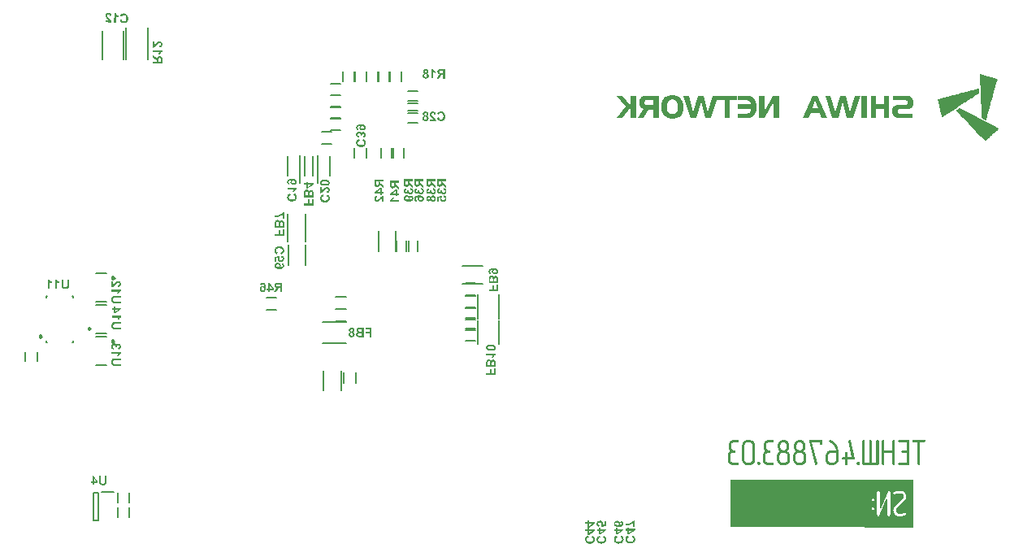
<source format=gbo>
G04*
G04 #@! TF.GenerationSoftware,Altium Limited,Altium Designer,24.6.1 (21)*
G04*
G04 Layer_Color=32896*
%FSLAX44Y44*%
%MOMM*%
G71*
G04*
G04 #@! TF.SameCoordinates,8A5C2320-89B1-46AE-BF24-1CDB1CC95B2A*
G04*
G04*
G04 #@! TF.FilePolarity,Positive*
G04*
G01*
G75*
%ADD10C,0.2500*%
%ADD14C,0.2000*%
%ADD188R,14.1000X5.0000*%
G36*
X1000611Y553567D02*
X1000742Y552134D01*
X1000872Y550832D01*
X1000937Y549334D01*
X1000742Y549139D01*
X1000481Y549008D01*
X999569Y548357D01*
X999309Y548227D01*
X998527Y547706D01*
X998267Y547575D01*
X997355Y546924D01*
X997094Y546794D01*
X996183Y546143D01*
X995922Y546012D01*
X995010Y545361D01*
X994750Y545231D01*
X994229Y544840D01*
X994099D01*
X993187Y544189D01*
X992926Y544059D01*
X992014Y543407D01*
X991754Y543277D01*
X990842Y542626D01*
X990582Y542496D01*
X989800Y541975D01*
X989540Y541844D01*
X988628Y541193D01*
X988367Y541063D01*
X987456Y540411D01*
X987195Y540281D01*
X986283Y539630D01*
X986023Y539500D01*
X983353Y537741D01*
X981789Y536699D01*
X980357Y535787D01*
X977231Y533703D01*
X976189Y533052D01*
X973844Y531489D01*
X972411Y530577D01*
X969285Y528493D01*
X968243Y527842D01*
X965117Y525758D01*
X963684Y524846D01*
X962903Y524325D01*
X962316Y523999D01*
X962121Y524586D01*
X961926Y525432D01*
X961665Y526474D01*
X961535Y527126D01*
X961274Y528167D01*
X961144Y528819D01*
X960753Y530382D01*
X960623Y531033D01*
X960232Y532596D01*
X960102Y533247D01*
X959711Y534810D01*
X959581Y535462D01*
X959321Y536504D01*
X959190Y537155D01*
X958800Y538718D01*
X958669Y539370D01*
X958279Y540933D01*
X958148Y541584D01*
X957888Y542626D01*
X957823Y542821D01*
X958409Y543017D01*
X959321Y543277D01*
X960884Y543668D01*
X961795Y543928D01*
X963359Y544319D01*
X964270Y544580D01*
X965833Y544970D01*
X966745Y545231D01*
X968308Y545622D01*
X969220Y545882D01*
X970783Y546273D01*
X971695Y546534D01*
X972737Y546794D01*
X973649Y547054D01*
X975212Y547445D01*
X976123Y547706D01*
X977686Y548097D01*
X978598Y548357D01*
X980161Y548748D01*
X981073Y549008D01*
X982636Y549399D01*
X983548Y549660D01*
X985111Y550050D01*
X986023Y550311D01*
X987586Y550702D01*
X988498Y550962D01*
X990061Y551353D01*
X990972Y551613D01*
X992535Y552004D01*
X993447Y552265D01*
X995010Y552655D01*
X995922Y552916D01*
X997485Y553307D01*
X998397Y553567D01*
X1000481Y554088D01*
X1000611Y553567D01*
D02*
G37*
G36*
X1002565Y569198D02*
X1003281Y569002D01*
X1004779Y568546D01*
X1019368Y563988D01*
X1020215Y563662D01*
X1019173Y560015D01*
X1019042Y559494D01*
X1018000Y555847D01*
X1017870Y555326D01*
X1016568Y550767D01*
X1016437Y550246D01*
X1015395Y546599D01*
X1015265Y546078D01*
X1014223Y542430D01*
X1014093Y541909D01*
X1013051Y538262D01*
X1012920Y537741D01*
X1011878Y534094D01*
X1011748Y533573D01*
X1010966Y530838D01*
X1010771Y530252D01*
X1010706Y530187D01*
X1010511Y529210D01*
X1010315Y528493D01*
X1009534Y525758D01*
X1009404Y525237D01*
X1008361Y521590D01*
X1008166Y521134D01*
X1003933Y523283D01*
X1003802Y523804D01*
X1003607Y528819D01*
X1002695Y547966D01*
X1002305Y556042D01*
X1002174Y559038D01*
X1001784Y567244D01*
X1001718Y569393D01*
X1001914Y569458D01*
X1002565Y569198D01*
D02*
G37*
G36*
X992796Y527777D02*
X1007124Y520222D01*
X1018977Y513970D01*
X1019629Y513579D01*
X1019759D01*
X1021191Y512798D01*
X1021778Y512472D01*
X1020540Y511235D01*
X1020280Y511104D01*
X1019238Y510062D01*
X1018977Y509932D01*
X1017805Y508760D01*
X1017544Y508629D01*
X1016372Y507457D01*
X1016112Y507327D01*
X1014939Y506155D01*
X1014679Y506024D01*
X1013506Y504852D01*
X1013246Y504722D01*
X1012204Y503680D01*
X1011943Y503549D01*
X1010771Y502377D01*
X1010511Y502247D01*
X1009338Y501075D01*
X1009078Y500944D01*
X1007906Y499772D01*
X1007384Y499511D01*
X1005756Y501140D01*
X1005626Y501400D01*
X1003151Y503875D01*
X1003021Y504136D01*
X1000546Y506610D01*
X1000416Y506871D01*
X997811Y509476D01*
X997681Y509737D01*
X995206Y512211D01*
X995076Y512472D01*
X992470Y515077D01*
X992340Y515337D01*
X989865Y517812D01*
X989735Y518073D01*
X987260Y520548D01*
X987130Y520808D01*
X984525Y523413D01*
X984395Y523674D01*
X981920Y526149D01*
X981789Y526409D01*
X979184Y529014D01*
X979054Y529275D01*
X977100Y531228D01*
X977231Y531489D01*
X977426Y531684D01*
X977686Y531815D01*
X979510Y533117D01*
X979771Y533247D01*
X980031Y533508D01*
X980292Y533638D01*
X980943Y534029D01*
X992796Y527777D01*
D02*
G37*
G36*
X932500Y97000D02*
X881500D01*
Y147000D01*
X932500D01*
Y97000D01*
D02*
G37*
G36*
X836752Y188256D02*
X837085Y188108D01*
X837307Y187886D01*
X837456Y187664D01*
X837530Y187405D01*
X837567Y187220D01*
X837604Y187071D01*
Y186997D01*
Y184257D01*
X837567Y184035D01*
X837530Y183813D01*
X837382Y183516D01*
X837233Y183331D01*
X837159Y183257D01*
X836789Y183109D01*
X836530Y183035D01*
X836382Y182998D01*
X836345D01*
X835974Y183035D01*
X835678Y183146D01*
X835493Y183257D01*
X835419Y183294D01*
X835271Y183442D01*
X835197Y183627D01*
X835048Y183924D01*
X835011Y184183D01*
Y184220D01*
Y184257D01*
Y185738D01*
X826864D01*
X832123Y163518D01*
X832160Y163296D01*
X832123Y163074D01*
X832086Y162852D01*
X831901Y162519D01*
X831752Y162333D01*
X831715Y162259D01*
X831678D01*
X831345Y162111D01*
X831049Y162037D01*
X830827Y162000D01*
X830753D01*
X830012Y162222D01*
X829753Y162556D01*
X829642Y162815D01*
X829567Y162926D01*
Y162963D01*
X824050Y186738D01*
X824013Y187071D01*
Y187257D01*
X824087Y187442D01*
X824198Y187701D01*
X824346Y187849D01*
X824383Y187923D01*
X824420D01*
X824716Y188145D01*
X825012Y188256D01*
X825235Y188294D01*
X836345D01*
X836752Y188256D01*
D02*
G37*
G36*
X912374Y188220D02*
X912633Y188071D01*
X912818Y187923D01*
X912892Y187886D01*
Y187849D01*
X913114Y187553D01*
X913225Y187257D01*
X913262Y187071D01*
Y187034D01*
Y186997D01*
Y163259D01*
X913225Y163037D01*
X913188Y162815D01*
X913040Y162481D01*
X912892Y162296D01*
X912818Y162222D01*
X912448Y162111D01*
X912189Y162037D01*
X912040Y162000D01*
X912003D01*
X911633Y162037D01*
X911300Y162185D01*
X911115Y162296D01*
X911040Y162333D01*
X910818Y162630D01*
X910707Y162926D01*
X910670Y163148D01*
Y163222D01*
Y163259D01*
Y174739D01*
X902264D01*
Y163259D01*
X902227Y163037D01*
X902190Y162815D01*
X902041Y162481D01*
X901893Y162296D01*
X901819Y162222D01*
X901449Y162111D01*
X901190Y162037D01*
X901042Y162000D01*
X901004D01*
X900634Y162037D01*
X900301Y162185D01*
X900116Y162296D01*
X900042Y162333D01*
X899819Y162630D01*
X899708Y162926D01*
X899671Y163148D01*
Y163222D01*
Y163259D01*
Y186997D01*
Y187220D01*
X899745Y187405D01*
X899894Y187701D01*
X900042Y187849D01*
X900079Y187923D01*
X900116D01*
X900412Y188145D01*
X900708Y188256D01*
X900930Y188294D01*
X901190D01*
X901375Y188220D01*
X901634Y188071D01*
X901819Y187923D01*
X901893Y187886D01*
Y187849D01*
X902115Y187553D01*
X902227Y187257D01*
X902264Y187071D01*
Y187034D01*
Y186997D01*
Y177295D01*
X910670D01*
Y186997D01*
Y187220D01*
X910744Y187405D01*
X910892Y187701D01*
X911040Y187849D01*
X911078Y187923D01*
X911115D01*
X911411Y188145D01*
X911707Y188256D01*
X911929Y188294D01*
X912189D01*
X912374Y188220D01*
D02*
G37*
G36*
X867082Y188034D02*
X867341Y187775D01*
X867489Y187516D01*
X867526Y187294D01*
X867564Y187220D01*
Y187183D01*
X871230Y168962D01*
Y168740D01*
X871193Y168370D01*
X871045Y168074D01*
X870934Y167888D01*
X870897Y167814D01*
X870600Y167629D01*
X870304Y167518D01*
X870045Y167481D01*
X863897D01*
Y163259D01*
X863860Y163037D01*
X863823Y162815D01*
X863675Y162481D01*
X863527Y162296D01*
X863453Y162222D01*
X863083Y162111D01*
X862823Y162037D01*
X862675Y162000D01*
X862638D01*
X862268Y162037D01*
X861935Y162185D01*
X861749Y162296D01*
X861675Y162333D01*
X861453Y162630D01*
X861342Y162926D01*
X861305Y163148D01*
Y163222D01*
Y163259D01*
Y167481D01*
X858972D01*
X858750Y167518D01*
X858565Y167555D01*
X858268Y167703D01*
X858083Y167814D01*
X858009Y167888D01*
X857787Y168185D01*
X857676Y168481D01*
X857639Y168666D01*
Y168703D01*
Y168740D01*
Y168925D01*
X857713Y169073D01*
X857824Y169370D01*
X857972Y169555D01*
X858009Y169629D01*
X858046D01*
X858194Y169777D01*
X858379Y169851D01*
X858676Y169999D01*
X858898Y170036D01*
X861305D01*
Y174221D01*
Y174443D01*
X861379Y174628D01*
X861527Y174925D01*
X861675Y175073D01*
X861712Y175147D01*
X861749D01*
X862046Y175369D01*
X862342Y175480D01*
X862564Y175517D01*
X862823D01*
X863008Y175443D01*
X863268Y175295D01*
X863453Y175147D01*
X863527Y175110D01*
Y175073D01*
X863749Y174776D01*
X863860Y174480D01*
X863897Y174295D01*
Y174258D01*
Y174221D01*
Y170036D01*
X868415D01*
X865008Y186775D01*
X864971Y187034D01*
Y187220D01*
X865045Y187405D01*
X865156Y187664D01*
X865304Y187849D01*
X865342Y187923D01*
X865379D01*
X865712Y188145D01*
X866045Y188256D01*
X866156Y188294D01*
X866378D01*
X867082Y188034D01*
D02*
G37*
G36*
X895561Y188220D02*
X895820Y188071D01*
X896005Y187923D01*
X896079Y187886D01*
Y187849D01*
X896301Y187553D01*
X896412Y187257D01*
X896450Y187071D01*
Y187034D01*
Y186997D01*
Y163259D01*
X896412Y162852D01*
X896264Y162519D01*
X896042Y162296D01*
X895820Y162148D01*
X895598Y162074D01*
X895376Y162037D01*
X895227Y162000D01*
X880562D01*
X880118Y162037D01*
X879784Y162185D01*
X879562Y162407D01*
X879377Y162630D01*
X879303Y162852D01*
X879266Y163074D01*
X879229Y163222D01*
Y163259D01*
Y186997D01*
Y187220D01*
X879303Y187405D01*
X879451Y187701D01*
X879599Y187849D01*
X879636Y187923D01*
X879673D01*
X879970Y188145D01*
X880266Y188256D01*
X880488Y188294D01*
X880747D01*
X880933Y188220D01*
X881192Y188071D01*
X881377Y187923D01*
X881451Y187886D01*
Y187849D01*
X881673Y187553D01*
X881784Y187257D01*
X881821Y187071D01*
Y187034D01*
Y186997D01*
Y164555D01*
X886562D01*
Y186997D01*
Y187220D01*
X886636Y187405D01*
X886784Y187701D01*
X886932Y187849D01*
X886969Y187923D01*
X887006D01*
X887302Y188145D01*
X887598Y188256D01*
X887821Y188294D01*
X888080D01*
X888265Y188220D01*
X888524Y188071D01*
X888709Y187923D01*
X888784Y187886D01*
Y187849D01*
X889006Y187553D01*
X889117Y187257D01*
X889154Y187071D01*
Y187034D01*
Y186997D01*
Y164555D01*
X893857D01*
Y186997D01*
Y187220D01*
X893931Y187405D01*
X894079Y187701D01*
X894228Y187849D01*
X894265Y187923D01*
X894302D01*
X894598Y188145D01*
X894894Y188256D01*
X895116Y188294D01*
X895376D01*
X895561Y188220D01*
D02*
G37*
G36*
X943963Y188256D02*
X944185Y188220D01*
X944482Y188034D01*
X944630Y187849D01*
X944704Y187812D01*
Y187775D01*
X944889Y187442D01*
X944963Y187220D01*
X945000Y187034D01*
Y186997D01*
X944963Y186627D01*
X944815Y186331D01*
X944704Y186146D01*
X944667Y186109D01*
Y186072D01*
X944370Y185886D01*
X944074Y185775D01*
X943852Y185738D01*
X939519D01*
Y163259D01*
X939482Y163037D01*
X939445Y162815D01*
X939297Y162481D01*
X939149Y162296D01*
X939075Y162222D01*
X938704Y162111D01*
X938445Y162037D01*
X938297Y162000D01*
X938260D01*
X937890Y162037D01*
X937556Y162185D01*
X937371Y162296D01*
X937297Y162333D01*
X937075Y162630D01*
X936964Y162926D01*
X936927Y163148D01*
Y163222D01*
Y163259D01*
Y185738D01*
X932779D01*
X932557Y185775D01*
X932372Y185812D01*
X932075Y185961D01*
X931890Y186072D01*
X931816Y186146D01*
X931594Y186442D01*
X931483Y186738D01*
X931446Y186923D01*
Y186960D01*
Y186997D01*
Y187183D01*
X931520Y187331D01*
X931631Y187627D01*
X931779Y187812D01*
X931816Y187886D01*
X931853D01*
X932001Y188034D01*
X932187Y188108D01*
X932483Y188256D01*
X932705Y188294D01*
X943741D01*
X943963Y188256D01*
D02*
G37*
G36*
X927298D02*
X927631Y188108D01*
X927854Y187886D01*
X928002Y187664D01*
X928076Y187405D01*
X928113Y187220D01*
X928150Y187071D01*
Y186997D01*
Y163259D01*
X928113Y162852D01*
X927965Y162519D01*
X927742Y162296D01*
X927520Y162148D01*
X927298Y162074D01*
X927076Y162037D01*
X926928Y162000D01*
X917744D01*
X917521Y162037D01*
X917336Y162074D01*
X917040Y162222D01*
X916855Y162333D01*
X916781Y162407D01*
X916596Y162704D01*
X916484Y163000D01*
X916447Y163185D01*
Y163222D01*
Y163259D01*
Y163444D01*
X916522Y163592D01*
X916633Y163889D01*
X916781Y164074D01*
X916818Y164148D01*
X916855D01*
X917003Y164296D01*
X917151Y164370D01*
X917447Y164518D01*
X917670Y164555D01*
X925558D01*
Y174739D01*
X921410D01*
X921188Y174776D01*
X921003Y174813D01*
X920706Y174962D01*
X920521Y175073D01*
X920447Y175147D01*
X920225Y175443D01*
X920114Y175739D01*
X920077Y175924D01*
Y175961D01*
Y175999D01*
Y176184D01*
X920151Y176332D01*
X920299Y176628D01*
X920447Y176813D01*
X920484Y176887D01*
X920521D01*
X920669Y177036D01*
X920817Y177110D01*
X921114Y177258D01*
X921336Y177295D01*
X925558D01*
Y185738D01*
X917744D01*
X917521Y185775D01*
X917336Y185812D01*
X917040Y185961D01*
X916855Y186072D01*
X916781Y186146D01*
X916596Y186442D01*
X916484Y186738D01*
X916447Y186923D01*
Y186960D01*
Y186997D01*
Y187183D01*
X916522Y187331D01*
X916633Y187627D01*
X916781Y187812D01*
X916818Y187886D01*
X916855D01*
X917003Y188034D01*
X917151Y188108D01*
X917447Y188256D01*
X917670Y188294D01*
X926891D01*
X927298Y188256D01*
D02*
G37*
G36*
X875415Y165407D02*
X875711Y165333D01*
X875933Y165222D01*
X876118Y165111D01*
X876266Y165000D01*
X876377Y164889D01*
X876414Y164814D01*
X876451Y164778D01*
X876600Y164555D01*
X876674Y164333D01*
X876822Y164000D01*
X876859Y163778D01*
Y163741D01*
Y163703D01*
X876822Y163444D01*
X876785Y163222D01*
X876600Y162815D01*
X876526Y162667D01*
X876451Y162556D01*
X876414Y162481D01*
X876377Y162444D01*
X876192Y162296D01*
X876007Y162185D01*
X875563Y162074D01*
X875415Y162037D01*
X875266Y162000D01*
X875118D01*
X874822Y162037D01*
X874563Y162074D01*
X874341Y162185D01*
X874156Y162296D01*
X874007Y162370D01*
X873896Y162481D01*
X873859Y162519D01*
X873822Y162556D01*
X873674Y162778D01*
X873526Y162963D01*
X873415Y163333D01*
X873378Y163481D01*
X873341Y163592D01*
Y163666D01*
Y163703D01*
X873378Y163963D01*
X873415Y164185D01*
X873600Y164555D01*
X873711Y164703D01*
X873822Y164814D01*
X873859Y164852D01*
X873896Y164889D01*
X874118Y165074D01*
X874304Y165222D01*
X874526Y165296D01*
X874711Y165370D01*
X874859Y165407D01*
X875007Y165444D01*
X875118D01*
X875415Y165407D01*
D02*
G37*
G36*
X846307Y188183D02*
X847010Y187886D01*
X847677Y187516D01*
X848343Y187146D01*
X848899Y186738D01*
X849454Y186331D01*
X849973Y185886D01*
X850417Y185479D01*
X850825Y185072D01*
X851195Y184664D01*
X851528Y184294D01*
X851787Y183961D01*
X852010Y183701D01*
X852195Y183442D01*
X852306Y183257D01*
X852380Y183146D01*
X852417Y183109D01*
X852750Y182479D01*
X853084Y181850D01*
X853343Y181220D01*
X853565Y180628D01*
X853935Y179406D01*
X854046Y178850D01*
X854157Y178295D01*
X854232Y177813D01*
X854306Y177332D01*
X854343Y176924D01*
X854380Y176591D01*
X854417Y176295D01*
Y176110D01*
Y175961D01*
Y175924D01*
Y167814D01*
X854380Y167370D01*
X854343Y166925D01*
X854120Y166148D01*
X853861Y165444D01*
X853528Y164814D01*
X853195Y164333D01*
X852898Y163963D01*
X852787Y163852D01*
X852713Y163741D01*
X852676Y163703D01*
X852639Y163666D01*
X852306Y163370D01*
X851936Y163111D01*
X851232Y162704D01*
X850565Y162407D01*
X849936Y162222D01*
X849417Y162074D01*
X848973Y162037D01*
X848825Y162000D01*
X846751D01*
X846307Y162037D01*
X845862Y162074D01*
X845084Y162259D01*
X844381Y162556D01*
X843751Y162852D01*
X843270Y163148D01*
X842899Y163444D01*
X842788Y163555D01*
X842677Y163629D01*
X842640Y163703D01*
X842603D01*
X842307Y164037D01*
X842011Y164370D01*
X841603Y165074D01*
X841270Y165777D01*
X841085Y166407D01*
X840937Y166999D01*
X840900Y167222D01*
Y167444D01*
X840863Y167629D01*
Y167740D01*
Y167814D01*
Y167851D01*
Y171481D01*
Y171925D01*
X840937Y172369D01*
X841122Y173147D01*
X841418Y173851D01*
X841714Y174480D01*
X842048Y174962D01*
X842344Y175332D01*
X842455Y175443D01*
X842529Y175554D01*
X842566Y175591D01*
X842603Y175628D01*
X842936Y175924D01*
X843270Y176221D01*
X843973Y176628D01*
X844677Y176961D01*
X845344Y177147D01*
X845899Y177295D01*
X846158Y177332D01*
X846381D01*
X846529Y177369D01*
X851824D01*
X851787Y177665D01*
X851750Y177998D01*
X851565Y178665D01*
X851491Y178961D01*
X851417Y179183D01*
X851380Y179331D01*
X851343Y179406D01*
X851158Y179887D01*
X850973Y180331D01*
X850788Y180739D01*
X850639Y181072D01*
X850491Y181368D01*
X850380Y181553D01*
X850306Y181702D01*
X850269Y181739D01*
X849862Y182294D01*
X849491Y182776D01*
X849158Y183183D01*
X848825Y183553D01*
X848566Y183813D01*
X848343Y183998D01*
X848195Y184109D01*
X848158Y184146D01*
X847677Y184516D01*
X847232Y184849D01*
X847047Y184961D01*
X846899Y185035D01*
X846825Y185109D01*
X846788D01*
X846121Y185479D01*
X845714Y185664D01*
X845344Y185775D01*
X845047Y185998D01*
X844862Y186183D01*
X844751Y186294D01*
X844714Y186331D01*
X844603Y186553D01*
X844566Y186775D01*
X844529Y186923D01*
Y186960D01*
X844603Y187294D01*
X844714Y187590D01*
X844825Y187775D01*
X844899Y187849D01*
X845047Y187997D01*
X845195Y188108D01*
X845455Y188256D01*
X845677Y188294D01*
X845788D01*
X846307Y188183D01*
D02*
G37*
G36*
X815273D02*
X816273Y187886D01*
X816643Y187701D01*
X817013Y187516D01*
X817346Y187294D01*
X817606Y187108D01*
X817828Y186923D01*
X818013Y186775D01*
X818124Y186664D01*
X818161Y186627D01*
X818457Y186257D01*
X818717Y185924D01*
X819161Y185183D01*
X819457Y184479D01*
X819643Y183850D01*
X819791Y183294D01*
X819828Y183072D01*
Y182850D01*
X819865Y182702D01*
Y182591D01*
Y182516D01*
Y182479D01*
Y180628D01*
X819828Y180109D01*
X819791Y179628D01*
X819680Y179183D01*
X819568Y178813D01*
X819494Y178480D01*
X819383Y178258D01*
X819346Y178072D01*
X819309Y178035D01*
X819087Y177628D01*
X818828Y177295D01*
X818569Y176999D01*
X818346Y176776D01*
X818124Y176628D01*
X817976Y176517D01*
X817865Y176443D01*
X817828Y176406D01*
X818309Y176147D01*
X818717Y175813D01*
X819087Y175480D01*
X819383Y175147D01*
X819643Y174851D01*
X819828Y174591D01*
X819939Y174443D01*
X819976Y174369D01*
X820235Y173851D01*
X820457Y173332D01*
X820605Y172851D01*
X820679Y172406D01*
X820754Y172036D01*
X820791Y171740D01*
Y171555D01*
Y171481D01*
Y167851D01*
X820754Y167407D01*
X820717Y166963D01*
X820494Y166148D01*
X820235Y165444D01*
X819902Y164814D01*
X819568Y164333D01*
X819272Y163963D01*
X819161Y163852D01*
X819087Y163741D01*
X819050Y163703D01*
X819013Y163666D01*
X818680Y163370D01*
X818309Y163111D01*
X817606Y162704D01*
X816939Y162407D01*
X816310Y162222D01*
X815791Y162074D01*
X815347Y162037D01*
X815199Y162000D01*
X813125D01*
X812680Y162037D01*
X812236Y162074D01*
X811458Y162259D01*
X810755Y162556D01*
X810125Y162852D01*
X809644Y163148D01*
X809273Y163444D01*
X809162Y163555D01*
X809051Y163629D01*
X809014Y163703D01*
X808977D01*
X808681Y164037D01*
X808384Y164370D01*
X807977Y165074D01*
X807644Y165740D01*
X807459Y166407D01*
X807311Y166963D01*
X807273Y167222D01*
Y167407D01*
X807236Y167592D01*
Y167703D01*
Y167777D01*
Y167814D01*
Y171481D01*
X807273Y172073D01*
X807385Y172666D01*
X807533Y173184D01*
X807681Y173628D01*
X807866Y173999D01*
X808014Y174295D01*
X808125Y174480D01*
X808162Y174554D01*
X808496Y175036D01*
X808866Y175443D01*
X809199Y175776D01*
X809495Y176036D01*
X809755Y176184D01*
X809977Y176332D01*
X810125Y176369D01*
X810162Y176406D01*
X809829Y176628D01*
X809532Y176887D01*
X809273Y177184D01*
X809088Y177443D01*
X808903Y177702D01*
X808792Y177887D01*
X808718Y178035D01*
X808681Y178072D01*
X808496Y178517D01*
X808347Y178924D01*
X808273Y179369D01*
X808199Y179739D01*
X808162Y180072D01*
X808125Y180368D01*
Y180517D01*
Y180591D01*
Y182442D01*
Y183035D01*
X808236Y183664D01*
X808533Y184701D01*
X808718Y185072D01*
X808940Y185442D01*
X809162Y185738D01*
X809347Y186035D01*
X809570Y186257D01*
X809718Y186442D01*
X809829Y186553D01*
X809866Y186590D01*
X810199Y186886D01*
X810532Y187146D01*
X811236Y187590D01*
X811940Y187886D01*
X812606Y188071D01*
X813199Y188220D01*
X813421Y188256D01*
X813643D01*
X813828Y188294D01*
X814643D01*
X815273Y188183D01*
D02*
G37*
G36*
X798460D02*
X799460Y187886D01*
X799830Y187701D01*
X800200Y187516D01*
X800534Y187294D01*
X800793Y187108D01*
X801015Y186923D01*
X801200Y186775D01*
X801311Y186664D01*
X801348Y186627D01*
X801645Y186257D01*
X801904Y185924D01*
X802348Y185183D01*
X802644Y184479D01*
X802830Y183850D01*
X802978Y183294D01*
X803015Y183072D01*
Y182850D01*
X803052Y182702D01*
Y182591D01*
Y182516D01*
Y182479D01*
Y180628D01*
X803015Y180109D01*
X802978Y179628D01*
X802867Y179183D01*
X802756Y178813D01*
X802681Y178480D01*
X802570Y178258D01*
X802533Y178072D01*
X802496Y178035D01*
X802274Y177628D01*
X802015Y177295D01*
X801756Y176999D01*
X801533Y176776D01*
X801311Y176628D01*
X801163Y176517D01*
X801052Y176443D01*
X801015Y176406D01*
X801496Y176147D01*
X801904Y175813D01*
X802274Y175480D01*
X802570Y175147D01*
X802830Y174851D01*
X803015Y174591D01*
X803126Y174443D01*
X803163Y174369D01*
X803422Y173851D01*
X803644Y173332D01*
X803792Y172851D01*
X803867Y172406D01*
X803941Y172036D01*
X803978Y171740D01*
Y171555D01*
Y171481D01*
Y167851D01*
X803941Y167407D01*
X803904Y166963D01*
X803681Y166148D01*
X803422Y165444D01*
X803089Y164814D01*
X802756Y164333D01*
X802459Y163963D01*
X802348Y163852D01*
X802274Y163741D01*
X802237Y163703D01*
X802200Y163666D01*
X801867Y163370D01*
X801496Y163111D01*
X800793Y162704D01*
X800126Y162407D01*
X799497Y162222D01*
X798978Y162074D01*
X798534Y162037D01*
X798386Y162000D01*
X796312D01*
X795867Y162037D01*
X795423Y162074D01*
X794645Y162259D01*
X793942Y162556D01*
X793312Y162852D01*
X792831Y163148D01*
X792460Y163444D01*
X792349Y163555D01*
X792238Y163629D01*
X792201Y163703D01*
X792164D01*
X791868Y164037D01*
X791571Y164370D01*
X791164Y165074D01*
X790831Y165740D01*
X790646Y166407D01*
X790498Y166963D01*
X790460Y167222D01*
Y167407D01*
X790423Y167592D01*
Y167703D01*
Y167777D01*
Y167814D01*
Y171481D01*
X790460Y172073D01*
X790572Y172666D01*
X790720Y173184D01*
X790868Y173628D01*
X791053Y173999D01*
X791201Y174295D01*
X791312Y174480D01*
X791349Y174554D01*
X791683Y175036D01*
X792053Y175443D01*
X792386Y175776D01*
X792682Y176036D01*
X792942Y176184D01*
X793164Y176332D01*
X793312Y176369D01*
X793349Y176406D01*
X793016Y176628D01*
X792719Y176887D01*
X792460Y177184D01*
X792275Y177443D01*
X792090Y177702D01*
X791979Y177887D01*
X791905Y178035D01*
X791868Y178072D01*
X791683Y178517D01*
X791534Y178924D01*
X791460Y179369D01*
X791386Y179739D01*
X791349Y180072D01*
X791312Y180368D01*
Y180517D01*
Y180591D01*
Y182442D01*
Y183035D01*
X791423Y183664D01*
X791720Y184701D01*
X791905Y185072D01*
X792127Y185442D01*
X792349Y185738D01*
X792534Y186035D01*
X792757Y186257D01*
X792905Y186442D01*
X793016Y186553D01*
X793053Y186590D01*
X793386Y186886D01*
X793719Y187146D01*
X794423Y187590D01*
X795127Y187886D01*
X795793Y188071D01*
X796386Y188220D01*
X796608Y188256D01*
X796830D01*
X797015Y188294D01*
X797830D01*
X798460Y188183D01*
D02*
G37*
G36*
X786128Y188256D02*
X786350Y188220D01*
X786646Y188034D01*
X786794Y187849D01*
X786868Y187812D01*
Y187775D01*
X787053Y187442D01*
X787128Y187220D01*
X787165Y187034D01*
Y186997D01*
X787128Y186627D01*
X786979Y186331D01*
X786868Y186146D01*
X786831Y186109D01*
Y186072D01*
X786535Y185886D01*
X786239Y185775D01*
X785979Y185738D01*
X782239D01*
X781721Y185701D01*
X781276Y185590D01*
X780869Y185442D01*
X780536Y185257D01*
X780276Y185072D01*
X780054Y184924D01*
X779943Y184813D01*
X779906Y184775D01*
X779573Y184405D01*
X779351Y183998D01*
X779165Y183627D01*
X779054Y183257D01*
X778980Y182924D01*
X778943Y182665D01*
Y182516D01*
Y182442D01*
Y180628D01*
X778980Y180146D01*
X779091Y179702D01*
X779239Y179294D01*
X779425Y178961D01*
X779610Y178665D01*
X779758Y178480D01*
X779869Y178332D01*
X779906Y178295D01*
X780276Y177998D01*
X780684Y177776D01*
X781054Y177591D01*
X781424Y177480D01*
X781758Y177406D01*
X782017Y177369D01*
X782239D01*
X782461Y177332D01*
X782683Y177295D01*
X782980Y177110D01*
X783128Y176924D01*
X783202Y176887D01*
Y176850D01*
X783387Y176517D01*
X783461Y176295D01*
X783498Y176110D01*
Y176073D01*
X783461Y175702D01*
X783313Y175406D01*
X783202Y175221D01*
X783165Y175184D01*
Y175147D01*
X782869Y174962D01*
X782572Y174851D01*
X782350Y174813D01*
X781313D01*
X780795Y174776D01*
X780350Y174665D01*
X779943Y174480D01*
X779610Y174332D01*
X779351Y174147D01*
X779128Y173962D01*
X779017Y173851D01*
X778980Y173814D01*
X778647Y173443D01*
X778425Y173036D01*
X778240Y172666D01*
X778128Y172295D01*
X778054Y171999D01*
X778017Y171740D01*
Y171592D01*
Y171518D01*
Y167851D01*
X778054Y167333D01*
X778165Y166888D01*
X778314Y166481D01*
X778499Y166148D01*
X778684Y165851D01*
X778832Y165666D01*
X778943Y165518D01*
X778980Y165481D01*
X779351Y165185D01*
X779758Y164963D01*
X780128Y164778D01*
X780499Y164666D01*
X780832Y164592D01*
X781091Y164555D01*
X785905D01*
X786128Y164518D01*
X786350Y164481D01*
X786646Y164296D01*
X786794Y164111D01*
X786868Y164074D01*
Y164037D01*
X787053Y163703D01*
X787128Y163481D01*
X787165Y163296D01*
Y163259D01*
X787128Y162889D01*
X786979Y162593D01*
X786868Y162407D01*
X786831Y162370D01*
Y162333D01*
X786535Y162148D01*
X786239Y162037D01*
X786016Y162000D01*
X781313D01*
X780869Y162037D01*
X780424Y162074D01*
X779647Y162259D01*
X778943Y162556D01*
X778314Y162852D01*
X777832Y163148D01*
X777462Y163444D01*
X777351Y163555D01*
X777240Y163629D01*
X777203Y163703D01*
X777166D01*
X776869Y164037D01*
X776573Y164370D01*
X776166Y165074D01*
X775832Y165777D01*
X775647Y166407D01*
X775499Y166999D01*
X775462Y167222D01*
Y167444D01*
X775425Y167629D01*
Y167740D01*
Y167814D01*
Y167851D01*
Y171481D01*
X775462Y172073D01*
X775573Y172666D01*
X775721Y173184D01*
X775869Y173628D01*
X776055Y173999D01*
X776203Y174295D01*
X776314Y174480D01*
X776351Y174554D01*
X776684Y175073D01*
X777054Y175480D01*
X777388Y175813D01*
X777684Y176073D01*
X777943Y176221D01*
X778165Y176369D01*
X778314Y176406D01*
X778351Y176443D01*
X778017Y176702D01*
X777721Y176961D01*
X777499Y177258D01*
X777277Y177517D01*
X777129Y177739D01*
X777017Y177924D01*
X776943Y178072D01*
X776906Y178109D01*
X776684Y178517D01*
X776573Y178887D01*
X776536Y179035D01*
X776499Y179146D01*
Y179183D01*
Y179220D01*
X776351Y179628D01*
Y180035D01*
Y180628D01*
Y182442D01*
Y182887D01*
X776425Y183331D01*
X776610Y184109D01*
X776906Y184813D01*
X777203Y185442D01*
X777499Y185924D01*
X777795Y186294D01*
X777906Y186405D01*
X777980Y186516D01*
X778017Y186553D01*
X778054Y186590D01*
X778388Y186886D01*
X778721Y187146D01*
X779425Y187590D01*
X780128Y187886D01*
X780795Y188071D01*
X781350Y188220D01*
X781609Y188256D01*
X781832D01*
X781980Y188294D01*
X785905D01*
X786128Y188256D01*
D02*
G37*
G36*
X771722Y165407D02*
X772018Y165333D01*
X772240Y165222D01*
X772425Y165111D01*
X772573Y165000D01*
X772684Y164889D01*
X772721Y164814D01*
X772759Y164778D01*
X772907Y164555D01*
X772981Y164333D01*
X773129Y164000D01*
X773166Y163778D01*
Y163741D01*
Y163703D01*
X773129Y163444D01*
X773092Y163222D01*
X772907Y162815D01*
X772833Y162667D01*
X772759Y162556D01*
X772721Y162481D01*
X772684Y162444D01*
X772499Y162296D01*
X772314Y162185D01*
X771870Y162074D01*
X771722Y162037D01*
X771573Y162000D01*
X771425D01*
X771129Y162037D01*
X770870Y162074D01*
X770648Y162185D01*
X770462Y162296D01*
X770314Y162370D01*
X770203Y162481D01*
X770166Y162519D01*
X770129Y162556D01*
X769981Y162778D01*
X769833Y162963D01*
X769722Y163333D01*
X769685Y163481D01*
X769648Y163592D01*
Y163666D01*
Y163703D01*
X769685Y163963D01*
X769722Y164185D01*
X769907Y164555D01*
X770018Y164703D01*
X770129Y164814D01*
X770166Y164852D01*
X770203Y164889D01*
X770425Y165074D01*
X770611Y165222D01*
X770833Y165296D01*
X771018Y165370D01*
X771166Y165407D01*
X771314Y165444D01*
X771425D01*
X771722Y165407D01*
D02*
G37*
G36*
X762130Y188256D02*
X762574Y188220D01*
X763389Y188034D01*
X764093Y187738D01*
X764722Y187405D01*
X765204Y187071D01*
X765574Y186812D01*
X765685Y186664D01*
X765796Y186590D01*
X765833Y186553D01*
X765870Y186516D01*
X766167Y186183D01*
X766426Y185849D01*
X766833Y185146D01*
X767130Y184479D01*
X767315Y183813D01*
X767463Y183257D01*
X767500Y183035D01*
Y182850D01*
X767537Y182665D01*
Y182553D01*
Y182479D01*
Y182442D01*
Y167814D01*
X767500Y167370D01*
X767463Y166925D01*
X767241Y166148D01*
X766981Y165444D01*
X766648Y164814D01*
X766315Y164333D01*
X766019Y163963D01*
X765907Y163852D01*
X765833Y163741D01*
X765796Y163703D01*
X765759Y163666D01*
X765426Y163370D01*
X765056Y163111D01*
X764352Y162704D01*
X763685Y162407D01*
X763056Y162222D01*
X762500Y162074D01*
X762278Y162037D01*
X762056D01*
X761908Y162000D01*
X759871D01*
X759427Y162037D01*
X758982Y162074D01*
X758167Y162259D01*
X757464Y162556D01*
X756834Y162852D01*
X756353Y163148D01*
X755983Y163444D01*
X755871Y163555D01*
X755760Y163629D01*
X755723Y163703D01*
X755686D01*
X755390Y164037D01*
X755094Y164370D01*
X754686Y165074D01*
X754353Y165777D01*
X754168Y166407D01*
X754020Y166963D01*
X753983Y167222D01*
Y167407D01*
X753946Y167592D01*
Y167703D01*
Y167777D01*
Y167814D01*
Y182442D01*
X753983Y182887D01*
X754020Y183294D01*
X754205Y184109D01*
X754501Y184813D01*
X754835Y185405D01*
X755168Y185886D01*
X755427Y186257D01*
X755649Y186479D01*
X755686Y186516D01*
X755723Y186553D01*
X756057Y186849D01*
X756390Y187146D01*
X757094Y187553D01*
X757797Y187886D01*
X758464Y188071D01*
X759019Y188220D01*
X759241Y188256D01*
X759464D01*
X759649Y188294D01*
X761686D01*
X762130Y188256D01*
D02*
G37*
G36*
X749687D02*
X749909Y188220D01*
X750205Y188034D01*
X750353Y187849D01*
X750428Y187812D01*
Y187775D01*
X750613Y187442D01*
X750687Y187220D01*
X750724Y187034D01*
Y186997D01*
X750687Y186627D01*
X750539Y186331D01*
X750428Y186146D01*
X750390Y186109D01*
Y186072D01*
X750094Y185886D01*
X749798Y185775D01*
X749539Y185738D01*
X745798D01*
X745280Y185701D01*
X744836Y185590D01*
X744428Y185442D01*
X744095Y185257D01*
X743836Y185072D01*
X743613Y184924D01*
X743502Y184813D01*
X743465Y184775D01*
X743132Y184405D01*
X742910Y183998D01*
X742725Y183627D01*
X742614Y183257D01*
X742540Y182924D01*
X742503Y182665D01*
Y182516D01*
Y182442D01*
Y180628D01*
X742540Y180146D01*
X742651Y179702D01*
X742799Y179294D01*
X742984Y178961D01*
X743169Y178665D01*
X743317Y178480D01*
X743428Y178332D01*
X743465Y178295D01*
X743836Y177998D01*
X744243Y177776D01*
X744613Y177591D01*
X744984Y177480D01*
X745317Y177406D01*
X745576Y177369D01*
X745798D01*
X746021Y177332D01*
X746243Y177295D01*
X746539Y177110D01*
X746687Y176924D01*
X746761Y176887D01*
Y176850D01*
X746946Y176517D01*
X747020Y176295D01*
X747057Y176110D01*
Y176073D01*
X747020Y175702D01*
X746872Y175406D01*
X746761Y175221D01*
X746724Y175184D01*
Y175147D01*
X746428Y174962D01*
X746132Y174851D01*
X745910Y174813D01*
X744873D01*
X744354Y174776D01*
X743910Y174665D01*
X743502Y174480D01*
X743169Y174332D01*
X742910Y174147D01*
X742688Y173962D01*
X742577Y173851D01*
X742540Y173814D01*
X742206Y173443D01*
X741984Y173036D01*
X741799Y172666D01*
X741688Y172295D01*
X741614Y171999D01*
X741577Y171740D01*
Y171592D01*
Y171518D01*
Y167851D01*
X741614Y167333D01*
X741725Y166888D01*
X741873Y166481D01*
X742058Y166148D01*
X742243Y165851D01*
X742391Y165666D01*
X742503Y165518D01*
X742540Y165481D01*
X742910Y165185D01*
X743317Y164963D01*
X743688Y164778D01*
X744058Y164666D01*
X744391Y164592D01*
X744650Y164555D01*
X749465D01*
X749687Y164518D01*
X749909Y164481D01*
X750205Y164296D01*
X750353Y164111D01*
X750428Y164074D01*
Y164037D01*
X750613Y163703D01*
X750687Y163481D01*
X750724Y163296D01*
Y163259D01*
X750687Y162889D01*
X750539Y162593D01*
X750428Y162407D01*
X750390Y162370D01*
Y162333D01*
X750094Y162148D01*
X749798Y162037D01*
X749576Y162000D01*
X744873D01*
X744428Y162037D01*
X743984Y162074D01*
X743206Y162259D01*
X742503Y162556D01*
X741873Y162852D01*
X741392Y163148D01*
X741021Y163444D01*
X740910Y163555D01*
X740799Y163629D01*
X740762Y163703D01*
X740725D01*
X740429Y164037D01*
X740132Y164370D01*
X739725Y165074D01*
X739392Y165777D01*
X739206Y166407D01*
X739058Y166999D01*
X739021Y167222D01*
Y167444D01*
X738984Y167629D01*
Y167740D01*
Y167814D01*
Y167851D01*
Y171481D01*
X739021Y172073D01*
X739132Y172666D01*
X739281Y173184D01*
X739429Y173628D01*
X739614Y173999D01*
X739762Y174295D01*
X739873Y174480D01*
X739910Y174554D01*
X740243Y175073D01*
X740614Y175480D01*
X740947Y175813D01*
X741243Y176073D01*
X741503Y176221D01*
X741725Y176369D01*
X741873Y176406D01*
X741910Y176443D01*
X741577Y176702D01*
X741280Y176961D01*
X741058Y177258D01*
X740836Y177517D01*
X740688Y177739D01*
X740577Y177924D01*
X740503Y178072D01*
X740466Y178109D01*
X740243Y178517D01*
X740132Y178887D01*
X740095Y179035D01*
X740058Y179146D01*
Y179183D01*
Y179220D01*
X739910Y179628D01*
Y180035D01*
Y180628D01*
Y182442D01*
Y182887D01*
X739984Y183331D01*
X740169Y184109D01*
X740466Y184813D01*
X740762Y185442D01*
X741058Y185924D01*
X741354Y186294D01*
X741466Y186405D01*
X741540Y186516D01*
X741577Y186553D01*
X741614Y186590D01*
X741947Y186886D01*
X742280Y187146D01*
X742984Y187590D01*
X743688Y187886D01*
X744354Y188071D01*
X744910Y188220D01*
X745169Y188256D01*
X745391D01*
X745539Y188294D01*
X749465D01*
X749687Y188256D01*
D02*
G37*
G36*
X643288Y523320D02*
X637856D01*
Y534633D01*
X629675Y523320D01*
X623060D01*
X632291Y535267D01*
X623143Y546730D01*
X629358D01*
X637856Y535766D01*
Y546730D01*
X643288D01*
Y523320D01*
D02*
G37*
G36*
X792500D02*
X786951D01*
X787168Y540532D01*
X777887Y523320D01*
X771822D01*
Y546730D01*
X777354D01*
X777137Y530351D01*
X785952Y546730D01*
X792500D01*
Y523320D01*
D02*
G37*
G36*
X729239Y546697D02*
X748728D01*
Y542098D01*
X741380D01*
Y523320D01*
X735781D01*
Y542098D01*
X728400D01*
Y544129D01*
X721601Y523320D01*
X715270D01*
X711237Y540315D01*
X706672Y523320D01*
X700307D01*
X693192Y546730D01*
X698674D01*
X703356Y529202D01*
X708205Y546730D01*
X714353D01*
X718569Y529202D01*
X723568Y546730D01*
X729249D01*
X729239Y546697D01*
D02*
G37*
G36*
X758859Y546714D02*
X759508Y546680D01*
X760125Y546614D01*
X760708Y546530D01*
X761258Y546430D01*
X761775Y546314D01*
X762241Y546197D01*
X762658Y546081D01*
X763041Y545947D01*
X763391Y545831D01*
X763674Y545714D01*
X763907Y545614D01*
X764107Y545531D01*
X764240Y545464D01*
X764324Y545431D01*
X764357Y545414D01*
X764790Y545147D01*
X765207Y544864D01*
X765590Y544548D01*
X765957Y544198D01*
X766290Y543831D01*
X766607Y543448D01*
X766890Y543048D01*
X767157Y542631D01*
X767406Y542198D01*
X767623Y541748D01*
X767840Y541298D01*
X768023Y540849D01*
X768189Y540399D01*
X768339Y539932D01*
X768606Y539032D01*
X768806Y538166D01*
X768873Y537733D01*
X768956Y537333D01*
X769006Y536950D01*
X769056Y536583D01*
X769089Y536250D01*
X769123Y535933D01*
X769156Y535633D01*
X769173Y535383D01*
X769189Y535150D01*
Y534967D01*
X769206Y534800D01*
Y534700D01*
Y534617D01*
Y534600D01*
X769189Y534017D01*
X769156Y533450D01*
X769106Y532901D01*
X769039Y532367D01*
X768956Y531867D01*
X768856Y531384D01*
X768739Y530918D01*
X768623Y530468D01*
X768473Y530035D01*
X768339Y529618D01*
X768173Y529235D01*
X768006Y528868D01*
X767840Y528502D01*
X767673Y528168D01*
X767506Y527868D01*
X767323Y527569D01*
X767140Y527285D01*
X766973Y527035D01*
X766806Y526785D01*
X766623Y526569D01*
X766473Y526369D01*
X766307Y526186D01*
X766173Y526002D01*
X766023Y525869D01*
X765907Y525736D01*
X765790Y525619D01*
X765690Y525519D01*
X765607Y525436D01*
X765540Y525386D01*
X765490Y525336D01*
X765457Y525319D01*
X765440Y525303D01*
X765157Y525086D01*
X764874Y524869D01*
X764590Y524686D01*
X764307Y524519D01*
X763757Y524236D01*
X763491Y524119D01*
X763241Y524003D01*
X763008Y523919D01*
X762808Y523836D01*
X762608Y523769D01*
X762458Y523720D01*
X762324Y523686D01*
X762224Y523653D01*
X762158Y523636D01*
X762141D01*
X761874Y523586D01*
X761574Y523536D01*
X760958Y523453D01*
X760308Y523403D01*
X759692Y523353D01*
X759408D01*
X759158Y523336D01*
X758909D01*
X758709Y523320D01*
X749894D01*
Y527919D01*
X758092D01*
X758725Y527935D01*
X759025Y527968D01*
X759308Y528002D01*
X759558Y528035D01*
X759808Y528085D01*
X760025Y528135D01*
X760242Y528185D01*
X760425Y528218D01*
X760575Y528268D01*
X760708Y528318D01*
X760825Y528352D01*
X760925Y528385D01*
X760991Y528418D01*
X761025Y528435D01*
X761041D01*
X761408Y528652D01*
X761741Y528902D01*
X762024Y529202D01*
X762274Y529535D01*
X762474Y529901D01*
X762658Y530268D01*
X762791Y530651D01*
X762907Y531018D01*
X762991Y531384D01*
X763057Y531717D01*
X763108Y532034D01*
X763141Y532317D01*
X763158Y532551D01*
X763174Y532717D01*
Y532784D01*
Y532834D01*
Y532850D01*
Y532867D01*
X749894D01*
Y537466D01*
X763174D01*
X763158Y537816D01*
X763124Y538166D01*
X763057Y538482D01*
X762991Y538766D01*
X762941Y538999D01*
X762874Y539182D01*
X762858Y539249D01*
X762841Y539316D01*
X762824Y539332D01*
Y539349D01*
X762591Y539832D01*
X762308Y540265D01*
X761991Y540632D01*
X761625Y540965D01*
X761258Y541232D01*
X760858Y541448D01*
X760458Y541632D01*
X760058Y541782D01*
X759675Y541898D01*
X759308Y541982D01*
X758992Y542048D01*
X758692Y542081D01*
X758459Y542115D01*
X758359D01*
X758259Y542132D01*
X749894D01*
Y546730D01*
X758175D01*
X758859Y546714D01*
D02*
G37*
G36*
X667082Y523320D02*
X661650D01*
Y532267D01*
X656535D01*
X651519Y523320D01*
X645621D01*
X651286Y532934D01*
X650870Y533034D01*
X650470Y533167D01*
X650103Y533317D01*
X649770Y533500D01*
X649437Y533700D01*
X649153Y533917D01*
X648870Y534134D01*
X648620Y534384D01*
X648387Y534633D01*
X648170Y534900D01*
X647970Y535183D01*
X647804Y535466D01*
X647637Y535750D01*
X647487Y536033D01*
X647254Y536616D01*
X647054Y537183D01*
X646921Y537716D01*
X646804Y538216D01*
X646771Y538449D01*
X646737Y538649D01*
X646721Y538849D01*
X646704Y539016D01*
X646687Y539182D01*
Y539299D01*
X646671Y539416D01*
Y539482D01*
Y539532D01*
Y539549D01*
X646687Y539999D01*
X646737Y540449D01*
X646804Y540865D01*
X646887Y541265D01*
X646987Y541632D01*
X647104Y541982D01*
X647237Y542298D01*
X647354Y542598D01*
X647487Y542865D01*
X647620Y543098D01*
X647737Y543298D01*
X647837Y543465D01*
X647920Y543598D01*
X647987Y543698D01*
X648037Y543764D01*
X648054Y543781D01*
X648187Y544048D01*
X648354Y544298D01*
X648520Y544531D01*
X648720Y544748D01*
X648953Y544964D01*
X649187Y545147D01*
X649687Y545481D01*
X650236Y545781D01*
X650820Y546014D01*
X651419Y546214D01*
X652003Y546364D01*
X652586Y546480D01*
X653119Y546580D01*
X653635Y546647D01*
X653852Y546664D01*
X654069Y546680D01*
X654269Y546697D01*
X654435Y546714D01*
X654602D01*
X654719Y546730D01*
X667082D01*
Y523320D01*
D02*
G37*
G36*
X682461Y547130D02*
X683445Y547030D01*
X684378Y546864D01*
X685244Y546647D01*
X686044Y546380D01*
X686810Y546064D01*
X687494Y545697D01*
X688143Y545297D01*
X688727Y544864D01*
X689276Y544398D01*
X689760Y543898D01*
X690210Y543381D01*
X690609Y542865D01*
X690976Y542315D01*
X691309Y541765D01*
X691592Y541198D01*
X691859Y540649D01*
X692076Y540082D01*
X692276Y539549D01*
X692442Y539016D01*
X692592Y538499D01*
X692709Y537999D01*
X692792Y537533D01*
X692876Y537099D01*
X692942Y536700D01*
X692975Y536333D01*
X693009Y536016D01*
X693042Y535750D01*
Y535533D01*
X693059Y535367D01*
Y535267D01*
Y535250D01*
Y535233D01*
Y534667D01*
X693025Y534117D01*
X692992Y533584D01*
X692942Y533067D01*
X692876Y532567D01*
X692809Y532101D01*
X692726Y531634D01*
X692642Y531201D01*
X692542Y530784D01*
X692442Y530368D01*
X692326Y529985D01*
X692209Y529618D01*
X692092Y529268D01*
X691959Y528935D01*
X691842Y528618D01*
X691709Y528335D01*
X691592Y528052D01*
X691459Y527802D01*
X691342Y527552D01*
X691226Y527335D01*
X691109Y527135D01*
X690993Y526935D01*
X690893Y526769D01*
X690793Y526619D01*
X690709Y526485D01*
X690626Y526369D01*
X690559Y526269D01*
X690493Y526202D01*
X690443Y526136D01*
X690409Y526086D01*
X690376Y526069D01*
Y526052D01*
X690093Y525752D01*
X689810Y525486D01*
X689493Y525236D01*
X689176Y524986D01*
X688493Y524569D01*
X687777Y524186D01*
X687027Y523886D01*
X686277Y523620D01*
X685544Y523403D01*
X684811Y523236D01*
X684128Y523103D01*
X683478Y523003D01*
X683178Y522970D01*
X682911Y522936D01*
X682645Y522903D01*
X682395Y522886D01*
X682178Y522870D01*
X681978Y522853D01*
X681812D01*
X681662Y522836D01*
X681395D01*
X680862Y522853D01*
X680329Y522870D01*
X679829Y522920D01*
X679346Y522970D01*
X678412Y523136D01*
X677546Y523353D01*
X676730Y523636D01*
X675980Y523953D01*
X675280Y524336D01*
X674647Y524736D01*
X674047Y525186D01*
X673514Y525652D01*
X673014Y526169D01*
X672564Y526685D01*
X672164Y527235D01*
X671797Y527785D01*
X671464Y528352D01*
X671181Y528918D01*
X670914Y529485D01*
X670698Y530051D01*
X670498Y530601D01*
X670331Y531151D01*
X670181Y531684D01*
X670065Y532184D01*
X669981Y532651D01*
X669898Y533101D01*
X669831Y533517D01*
X669798Y533884D01*
X669765Y534200D01*
X669731Y534483D01*
Y534700D01*
X669715Y534867D01*
Y534917D01*
Y534967D01*
Y535000D01*
Y535566D01*
X669748Y536100D01*
X669781Y536616D01*
X669831Y537133D01*
X669898Y537616D01*
X669965Y538083D01*
X670048Y538532D01*
X670148Y538966D01*
X670248Y539382D01*
X670365Y539782D01*
X670481Y540165D01*
X670598Y540515D01*
X670714Y540865D01*
X670848Y541198D01*
X670981Y541498D01*
X671098Y541798D01*
X671231Y542065D01*
X671364Y542315D01*
X671498Y542565D01*
X671614Y542781D01*
X671731Y542981D01*
X671848Y543165D01*
X671964Y543331D01*
X672064Y543481D01*
X672147Y543615D01*
X672247Y543731D01*
X672314Y543831D01*
X672381Y543914D01*
X672431Y543964D01*
X672464Y544014D01*
X672481Y544048D01*
X672497D01*
X672781Y544331D01*
X673064Y544598D01*
X673381Y544847D01*
X673714Y545081D01*
X674380Y545497D01*
X675097Y545847D01*
X675830Y546147D01*
X676580Y546397D01*
X677313Y546614D01*
X678029Y546780D01*
X678712Y546897D01*
X679346Y546997D01*
X679629Y547030D01*
X679912Y547064D01*
X680179Y547097D01*
X680412Y547114D01*
X680629Y547130D01*
X680829Y547147D01*
X680995D01*
X681128Y547164D01*
X681928D01*
X682461Y547130D01*
D02*
G37*
G36*
X907290Y523295D02*
X901858D01*
Y532809D01*
X893727D01*
Y523295D01*
X888278D01*
Y546705D01*
X893727D01*
Y537474D01*
X901858D01*
Y546705D01*
X907290D01*
Y523295D01*
D02*
G37*
G36*
X869333D02*
X863001D01*
X858969Y540290D01*
X854403Y523295D01*
X848038D01*
X840923Y546705D01*
X846405D01*
X851087Y529176D01*
X855936Y546705D01*
X862085D01*
X866300Y529176D01*
X871299Y546705D01*
X876981D01*
X869333Y523295D01*
D02*
G37*
G36*
X924952Y546689D02*
X925302Y546672D01*
X925635Y546639D01*
X925968Y546605D01*
X926268Y546572D01*
X926552Y546522D01*
X926801Y546489D01*
X927035Y546455D01*
X927235Y546405D01*
X927418Y546372D01*
X927568Y546339D01*
X927685Y546305D01*
X927785Y546289D01*
X927834Y546272D01*
X927851D01*
X928268Y546139D01*
X928668Y545989D01*
X929034Y545822D01*
X929384Y545622D01*
X929701Y545406D01*
X930001Y545189D01*
X930284Y544939D01*
X930534Y544673D01*
X930767Y544406D01*
X930984Y544139D01*
X931184Y543856D01*
X931367Y543556D01*
X931534Y543256D01*
X931667Y542973D01*
X931917Y542373D01*
X932117Y541807D01*
X932250Y541257D01*
X932350Y540757D01*
X932400Y540524D01*
X932433Y540307D01*
X932450Y540107D01*
X932467Y539940D01*
X932483Y539774D01*
Y539657D01*
X932500Y539540D01*
Y539474D01*
Y539424D01*
Y539407D01*
X932467Y538724D01*
X932400Y538091D01*
X932300Y537508D01*
X932150Y536974D01*
X932000Y536491D01*
X931817Y536041D01*
X931617Y535642D01*
X931400Y535292D01*
X931200Y534992D01*
X931000Y534725D01*
X930817Y534492D01*
X930650Y534309D01*
X930517Y534175D01*
X930417Y534075D01*
X930334Y534009D01*
X930317Y533992D01*
X929951Y533742D01*
X929534Y533525D01*
X929084Y533325D01*
X928634Y533159D01*
X928168Y533026D01*
X927685Y532909D01*
X927218Y532809D01*
X926768Y532742D01*
X926335Y532676D01*
X925918Y532642D01*
X925568Y532609D01*
X925252Y532576D01*
X924985D01*
X924869Y532559D01*
X918687D01*
X918420Y532542D01*
X918170Y532526D01*
X917954Y532492D01*
X917737Y532459D01*
X917554Y532426D01*
X917387Y532376D01*
X917237Y532342D01*
X917121Y532309D01*
X917004Y532259D01*
X916904Y532226D01*
X916837Y532192D01*
X916771Y532159D01*
X916737Y532142D01*
X916704Y532126D01*
X916554Y532026D01*
X916437Y531909D01*
X916321Y531759D01*
X916237Y531626D01*
X916087Y531309D01*
X915988Y530993D01*
X915938Y530693D01*
X915904Y530560D01*
Y530460D01*
X915888Y530359D01*
Y530293D01*
Y530243D01*
Y530226D01*
X915904Y529976D01*
X915921Y529743D01*
X915971Y529543D01*
X916038Y529343D01*
X916104Y529176D01*
X916188Y529026D01*
X916288Y528893D01*
X916371Y528760D01*
X916554Y528577D01*
X916704Y528443D01*
X916771Y528393D01*
X916804Y528360D01*
X916837Y528343D01*
X916854D01*
X917004Y528277D01*
X917171Y528227D01*
X917554Y528127D01*
X917954Y528060D01*
X918354Y528027D01*
X918720Y527994D01*
X918870D01*
X919003Y527977D01*
X931600D01*
Y523295D01*
X918520D01*
X917770Y523311D01*
X917054Y523378D01*
X916404Y523478D01*
X915788Y523595D01*
X915204Y523761D01*
X914671Y523961D01*
X914171Y524178D01*
X913721Y524411D01*
X913305Y524678D01*
X912922Y524961D01*
X912572Y525244D01*
X912255Y525561D01*
X911955Y525877D01*
X911705Y526211D01*
X911472Y526527D01*
X911255Y526877D01*
X911072Y527210D01*
X910922Y527544D01*
X910772Y527860D01*
X910656Y528177D01*
X910556Y528493D01*
X910472Y528793D01*
X910406Y529060D01*
X910356Y529326D01*
X910306Y529560D01*
X910272Y529776D01*
X910256Y529976D01*
X910239Y530143D01*
X910222Y530260D01*
Y530359D01*
Y530426D01*
Y530443D01*
X910239Y530876D01*
X910256Y531293D01*
X910289Y531693D01*
X910356Y532059D01*
X910406Y532409D01*
X910472Y532726D01*
X910556Y533026D01*
X910622Y533292D01*
X910706Y533525D01*
X910772Y533742D01*
X910855Y533925D01*
X910906Y534075D01*
X910956Y534192D01*
X911005Y534275D01*
X911022Y534325D01*
X911039Y534342D01*
X911189Y534608D01*
X911355Y534842D01*
X911555Y535075D01*
X911755Y535275D01*
X912222Y535658D01*
X912738Y535991D01*
X913272Y536258D01*
X913838Y536491D01*
X914421Y536691D01*
X914988Y536841D01*
X915538Y536958D01*
X916071Y537041D01*
X916554Y537108D01*
X916771Y537124D01*
X916971Y537141D01*
X917154Y537158D01*
X917320Y537174D01*
X917470D01*
X917587Y537191D01*
X924169D01*
X924635Y537208D01*
X925052Y537291D01*
X925418Y537391D01*
X925718Y537524D01*
X925985Y537691D01*
X926202Y537874D01*
X926368Y538074D01*
X926518Y538274D01*
X926618Y538474D01*
X926702Y538657D01*
X926768Y538841D01*
X926801Y539007D01*
X926835Y539141D01*
X926851Y539241D01*
Y539324D01*
Y539341D01*
X926835Y539590D01*
X926818Y539807D01*
X926768Y540024D01*
X926702Y540224D01*
X926535Y540590D01*
X926335Y540890D01*
X926068Y541157D01*
X925785Y541373D01*
X925485Y541540D01*
X925169Y541690D01*
X924869Y541807D01*
X924569Y541890D01*
X924285Y541940D01*
X924019Y541990D01*
X923819Y542006D01*
X923652Y542023D01*
X911339D01*
Y546705D01*
X924202D01*
X924952Y546689D01*
D02*
G37*
G36*
X884179Y523295D02*
X878531D01*
Y546705D01*
X884179D01*
Y523295D01*
D02*
G37*
G36*
X842440D02*
X836824D01*
X834792Y528710D01*
X825344D01*
X823261Y523295D01*
X817380D01*
X827210Y546705D01*
X832692D01*
X842440Y523295D01*
D02*
G37*
G36*
X91840Y145732D02*
Y145436D01*
X91826Y145154D01*
Y144886D01*
X91812Y144647D01*
X91798Y144421D01*
X91784Y144224D01*
X91770Y144040D01*
X91742Y143871D01*
X91728Y143730D01*
X91714Y143603D01*
X91700Y143491D01*
X91685Y143406D01*
X91671Y143336D01*
Y143293D01*
X91657Y143265D01*
Y143251D01*
X91587Y143040D01*
X91516Y142842D01*
X91418Y142659D01*
X91333Y142504D01*
X91249Y142363D01*
X91178Y142250D01*
X91122Y142194D01*
X91108Y142166D01*
X90938Y141982D01*
X90755Y141813D01*
X90558Y141672D01*
X90374Y141545D01*
X90219Y141447D01*
X90078Y141376D01*
X89994Y141334D01*
X89980Y141320D01*
X89966D01*
X89825Y141263D01*
X89670Y141221D01*
X89317Y141137D01*
X88965Y141080D01*
X88626Y141052D01*
X88471Y141038D01*
X88316Y141024D01*
X88189D01*
X88062Y141010D01*
X87837D01*
X87428Y141024D01*
X87062Y141052D01*
X86737Y141108D01*
X86470Y141165D01*
X86357Y141179D01*
X86244Y141207D01*
X86159Y141235D01*
X86089Y141263D01*
X86033Y141278D01*
X85990Y141292D01*
X85976Y141306D01*
X85962D01*
X85708Y141419D01*
X85483Y141559D01*
X85285Y141686D01*
X85116Y141813D01*
X84989Y141926D01*
X84891Y142010D01*
X84834Y142067D01*
X84820Y142095D01*
X84665Y142292D01*
X84538Y142504D01*
X84440Y142701D01*
X84355Y142899D01*
X84299Y143068D01*
X84256Y143209D01*
X84242Y143251D01*
Y143293D01*
X84228Y143308D01*
Y143322D01*
X84200Y143477D01*
X84172Y143646D01*
X84144Y143829D01*
X84129Y144012D01*
X84101Y144435D01*
X84073Y144844D01*
Y145027D01*
Y145211D01*
X84059Y145380D01*
Y145521D01*
Y145633D01*
Y145732D01*
Y145788D01*
Y145803D01*
Y150948D01*
X86033D01*
Y145535D01*
Y145323D01*
Y145126D01*
X86047Y144943D01*
Y144774D01*
X86061Y144633D01*
Y144492D01*
X86075Y144365D01*
Y144252D01*
X86103Y144083D01*
X86117Y143956D01*
X86131Y143885D01*
Y143857D01*
X86173Y143674D01*
X86244Y143519D01*
X86329Y143378D01*
X86413Y143251D01*
X86498Y143152D01*
X86568Y143082D01*
X86625Y143040D01*
X86639Y143026D01*
X86808Y142913D01*
X87019Y142828D01*
X87217Y142772D01*
X87428Y142730D01*
X87611Y142701D01*
X87752Y142687D01*
X87893D01*
X88189Y142701D01*
X88443Y142744D01*
X88669Y142800D01*
X88866Y142871D01*
X89007Y142927D01*
X89120Y142983D01*
X89176Y143026D01*
X89204Y143040D01*
X89360Y143181D01*
X89486Y143350D01*
X89599Y143505D01*
X89670Y143660D01*
X89726Y143801D01*
X89768Y143914D01*
X89796Y143984D01*
Y144012D01*
X89811Y144097D01*
X89825Y144181D01*
Y144294D01*
X89839Y144421D01*
X89853Y144689D01*
Y144971D01*
X89867Y145225D01*
Y145337D01*
Y145450D01*
Y145535D01*
Y145591D01*
Y145633D01*
Y145648D01*
Y150948D01*
X91840D01*
Y145732D01*
D02*
G37*
G36*
X82720Y144774D02*
Y143152D01*
X78716D01*
Y141193D01*
X76912D01*
Y143152D01*
X75700D01*
Y144788D01*
X76912D01*
Y150990D01*
X78491D01*
X82720Y144774D01*
D02*
G37*
G36*
X254564Y351983D02*
X254832Y351941D01*
X255100Y351885D01*
X255340Y351814D01*
X255565Y351716D01*
X255791Y351617D01*
X255974Y351504D01*
X256157Y351405D01*
X256313Y351292D01*
X256453Y351180D01*
X256566Y351081D01*
X256665Y350982D01*
X256749Y350912D01*
X256806Y350855D01*
X256834Y350813D01*
X256848Y350799D01*
X257017Y350560D01*
X257172Y350292D01*
X257299Y349996D01*
X257412Y349700D01*
X257511Y349375D01*
X257595Y349051D01*
X257666Y348727D01*
X257708Y348417D01*
X257750Y348121D01*
X257779Y347839D01*
X257807Y347585D01*
X257821Y347360D01*
X257835Y347176D01*
Y347035D01*
Y346993D01*
Y346951D01*
Y346937D01*
Y346922D01*
X257821Y346443D01*
X257793Y346006D01*
X257750Y345597D01*
X257680Y345231D01*
X257609Y344878D01*
X257539Y344568D01*
X257454Y344300D01*
X257356Y344047D01*
X257271Y343835D01*
X257187Y343652D01*
X257116Y343497D01*
X257031Y343370D01*
X256975Y343271D01*
X256933Y343201D01*
X256905Y343159D01*
X256890Y343144D01*
X256707Y342947D01*
X256510Y342764D01*
X256313Y342609D01*
X256101Y342482D01*
X255904Y342369D01*
X255692Y342285D01*
X255495Y342200D01*
X255312Y342144D01*
X255128Y342101D01*
X254973Y342059D01*
X254818Y342045D01*
X254691Y342017D01*
X254593D01*
X254522Y342003D01*
X254452D01*
X254198Y342017D01*
X253958Y342045D01*
X253733Y342087D01*
X253521Y342144D01*
X253310Y342214D01*
X253127Y342285D01*
X252957Y342369D01*
X252802Y342454D01*
X252661Y342538D01*
X252549Y342623D01*
X252436Y342693D01*
X252351Y342764D01*
X252281Y342820D01*
X252238Y342863D01*
X252210Y342891D01*
X252196Y342905D01*
X252041Y343074D01*
X251900Y343271D01*
X251787Y343469D01*
X251689Y343666D01*
X251590Y343863D01*
X251520Y344061D01*
X251421Y344455D01*
X251378Y344625D01*
X251350Y344794D01*
X251336Y344935D01*
X251322Y345062D01*
X251308Y345174D01*
Y345245D01*
Y345301D01*
Y345315D01*
X251322Y345583D01*
X251350Y345823D01*
X251393Y346063D01*
X251435Y346274D01*
X251505Y346485D01*
X251576Y346669D01*
X251646Y346852D01*
X251731Y347007D01*
X251815Y347148D01*
X251886Y347275D01*
X251957Y347374D01*
X252027Y347472D01*
X252069Y347543D01*
X252112Y347585D01*
X252140Y347613D01*
X252154Y347627D01*
X252309Y347782D01*
X252478Y347923D01*
X252647Y348050D01*
X252816Y348149D01*
X252986Y348233D01*
X253155Y348304D01*
X253465Y348417D01*
X253606Y348459D01*
X253747Y348487D01*
X253860Y348501D01*
X253958Y348515D01*
X254043Y348530D01*
X254156D01*
X254353Y348515D01*
X254536Y348487D01*
X254705Y348459D01*
X254875Y348403D01*
X255171Y348262D01*
X255424Y348121D01*
X255622Y347966D01*
X255706Y347895D01*
X255777Y347825D01*
X255833Y347768D01*
X255875Y347740D01*
X255890Y347712D01*
X255904Y347698D01*
X255875Y347994D01*
X255847Y348276D01*
X255819Y348530D01*
X255777Y348755D01*
X255735Y348952D01*
X255692Y349136D01*
X255650Y349291D01*
X255593Y349432D01*
X255551Y349559D01*
X255523Y349657D01*
X255481Y349742D01*
X255452Y349798D01*
X255424Y349855D01*
X255396Y349883D01*
X255382Y349911D01*
X255227Y350094D01*
X255058Y350221D01*
X254889Y350320D01*
X254734Y350376D01*
X254593Y350419D01*
X254480Y350433D01*
X254409Y350447D01*
X254381D01*
X254226Y350433D01*
X254071Y350404D01*
X253944Y350362D01*
X253846Y350320D01*
X253761Y350263D01*
X253704Y350221D01*
X253662Y350193D01*
X253648Y350179D01*
X253549Y350066D01*
X253479Y349939D01*
X253409Y349798D01*
X253366Y349671D01*
X253338Y349544D01*
X253310Y349446D01*
X253296Y349389D01*
Y349361D01*
X251491Y349559D01*
X251590Y349981D01*
X251731Y350334D01*
X251886Y350644D01*
X252041Y350912D01*
X252196Y351109D01*
X252253Y351180D01*
X252323Y351250D01*
X252365Y351292D01*
X252408Y351335D01*
X252422Y351363D01*
X252436D01*
X252577Y351476D01*
X252718Y351575D01*
X253028Y351730D01*
X253338Y351842D01*
X253620Y351913D01*
X253874Y351969D01*
X253986Y351983D01*
X254085D01*
X254156Y351997D01*
X254268D01*
X254564Y351983D01*
D02*
G37*
G36*
X274836Y342186D02*
X272862D01*
Y346260D01*
X272228D01*
X272031Y346246D01*
X271861Y346232D01*
X271721Y346203D01*
X271608Y346189D01*
X271537Y346161D01*
X271495Y346147D01*
X271481D01*
X271368Y346091D01*
X271255Y346034D01*
X271157Y345964D01*
X271058Y345908D01*
X270987Y345837D01*
X270931Y345781D01*
X270903Y345752D01*
X270889Y345738D01*
X270832Y345668D01*
X270762Y345597D01*
X270607Y345386D01*
X270438Y345160D01*
X270254Y344907D01*
X270099Y344681D01*
X270029Y344568D01*
X269972Y344484D01*
X269916Y344413D01*
X269874Y344357D01*
X269860Y344314D01*
X269846Y344300D01*
X268436Y342186D01*
X266068D01*
X267266Y344089D01*
X267393Y344286D01*
X267520Y344484D01*
X267632Y344653D01*
X267745Y344808D01*
X267844Y344949D01*
X267928Y345090D01*
X268098Y345301D01*
X268224Y345471D01*
X268309Y345583D01*
X268379Y345654D01*
X268394Y345668D01*
X268549Y345837D01*
X268732Y345992D01*
X268901Y346119D01*
X269070Y346246D01*
X269211Y346344D01*
X269324Y346415D01*
X269409Y346471D01*
X269423Y346485D01*
X269437D01*
X269197Y346528D01*
X268986Y346584D01*
X268788Y346641D01*
X268591Y346711D01*
X268422Y346782D01*
X268267Y346852D01*
X268112Y346922D01*
X267985Y347007D01*
X267872Y347077D01*
X267773Y347148D01*
X267689Y347219D01*
X267632Y347275D01*
X267576Y347317D01*
X267534Y347360D01*
X267520Y347374D01*
X267505Y347388D01*
X267393Y347529D01*
X267294Y347670D01*
X267125Y347980D01*
X267012Y348276D01*
X266942Y348572D01*
X266885Y348826D01*
X266871Y348924D01*
Y349023D01*
X266857Y349093D01*
Y349164D01*
Y349192D01*
Y349206D01*
X266871Y349516D01*
X266928Y349812D01*
X266998Y350066D01*
X267069Y350292D01*
X267153Y350475D01*
X267223Y350616D01*
X267252Y350658D01*
X267280Y350700D01*
X267294Y350715D01*
Y350729D01*
X267463Y350968D01*
X267647Y351166D01*
X267830Y351321D01*
X268013Y351462D01*
X268182Y351546D01*
X268309Y351617D01*
X268394Y351659D01*
X268408Y351673D01*
X268422D01*
X268563Y351716D01*
X268718Y351758D01*
X269070Y351828D01*
X269451Y351870D01*
X269817Y351913D01*
X270001D01*
X270156Y351927D01*
X270311D01*
X270438Y351941D01*
X274836D01*
Y342186D01*
D02*
G37*
G36*
X265743Y345766D02*
Y344145D01*
X261740D01*
Y342186D01*
X259935D01*
Y344145D01*
X258723D01*
Y345781D01*
X259935D01*
Y351983D01*
X261514D01*
X265743Y345766D01*
D02*
G37*
G36*
X380620Y457534D02*
X376546D01*
Y456900D01*
X376560Y456703D01*
X376574Y456534D01*
X376602Y456393D01*
X376616Y456280D01*
X376644Y456209D01*
X376658Y456167D01*
Y456153D01*
X376715Y456040D01*
X376771Y455927D01*
X376842Y455829D01*
X376898Y455730D01*
X376969Y455660D01*
X377025Y455603D01*
X377053Y455575D01*
X377067Y455561D01*
X377138Y455504D01*
X377208Y455434D01*
X377420Y455279D01*
X377645Y455110D01*
X377899Y454926D01*
X378125Y454771D01*
X378237Y454701D01*
X378322Y454645D01*
X378392Y454588D01*
X378449Y454546D01*
X378491Y454532D01*
X378505Y454518D01*
X380620Y453108D01*
Y450740D01*
X378717Y451938D01*
X378519Y452065D01*
X378322Y452192D01*
X378153Y452304D01*
X377998Y452417D01*
X377857Y452516D01*
X377716Y452601D01*
X377504Y452770D01*
X377335Y452897D01*
X377222Y452981D01*
X377152Y453052D01*
X377138Y453066D01*
X376969Y453221D01*
X376814Y453404D01*
X376687Y453573D01*
X376560Y453742D01*
X376461Y453883D01*
X376391Y453996D01*
X376334Y454081D01*
X376320Y454095D01*
Y454109D01*
X376278Y453869D01*
X376221Y453658D01*
X376165Y453460D01*
X376095Y453263D01*
X376024Y453094D01*
X375954Y452939D01*
X375883Y452784D01*
X375798Y452657D01*
X375728Y452544D01*
X375658Y452445D01*
X375587Y452361D01*
X375531Y452304D01*
X375488Y452248D01*
X375446Y452206D01*
X375432Y452192D01*
X375418Y452178D01*
X375277Y452065D01*
X375136Y451966D01*
X374826Y451797D01*
X374530Y451684D01*
X374234Y451614D01*
X373980Y451557D01*
X373881Y451543D01*
X373783D01*
X373712Y451529D01*
X373642D01*
X373614D01*
X373599D01*
X373289Y451543D01*
X372993Y451600D01*
X372739Y451670D01*
X372514Y451741D01*
X372331Y451825D01*
X372190Y451896D01*
X372147Y451924D01*
X372105Y451952D01*
X372091Y451966D01*
X372077D01*
X371837Y452135D01*
X371640Y452319D01*
X371485Y452502D01*
X371344Y452685D01*
X371259Y452854D01*
X371189Y452981D01*
X371147Y453066D01*
X371132Y453080D01*
Y453094D01*
X371090Y453235D01*
X371048Y453390D01*
X370977Y453742D01*
X370935Y454123D01*
X370893Y454490D01*
Y454673D01*
X370879Y454828D01*
Y454983D01*
X370865Y455110D01*
Y459508D01*
X380620D01*
Y457534D01*
D02*
G37*
G36*
X378660Y446412D02*
X380620D01*
Y444608D01*
X378660D01*
Y443395D01*
X377025D01*
Y444608D01*
X370822D01*
Y446186D01*
X377039Y450415D01*
X378660D01*
Y446412D01*
D02*
G37*
G36*
X380620Y436192D02*
X378886D01*
Y439913D01*
X378703Y439800D01*
X378547Y439674D01*
X378477Y439617D01*
X378421Y439575D01*
X378392Y439547D01*
X378378Y439533D01*
X378322Y439476D01*
X378251Y439420D01*
X378096Y439251D01*
X377913Y439067D01*
X377730Y438884D01*
X377561Y438701D01*
X377420Y438546D01*
X377363Y438489D01*
X377321Y438447D01*
X377307Y438419D01*
X377293Y438405D01*
X376997Y438095D01*
X376757Y437841D01*
X376532Y437630D01*
X376362Y437460D01*
X376221Y437333D01*
X376123Y437249D01*
X376052Y437192D01*
X376038Y437178D01*
X375798Y436995D01*
X375573Y436840D01*
X375362Y436713D01*
X375178Y436614D01*
X375023Y436530D01*
X374896Y436474D01*
X374826Y436445D01*
X374798Y436431D01*
X374572Y436347D01*
X374347Y436290D01*
X374135Y436248D01*
X373938Y436220D01*
X373783Y436206D01*
X373656Y436192D01*
X373571D01*
X373543D01*
X373331Y436206D01*
X373120Y436234D01*
X372923Y436262D01*
X372739Y436319D01*
X372415Y436460D01*
X372133Y436600D01*
X372006Y436685D01*
X371908Y436755D01*
X371809Y436826D01*
X371739Y436897D01*
X371682Y436953D01*
X371626Y436981D01*
X371612Y437009D01*
X371598Y437023D01*
X371457Y437178D01*
X371330Y437362D01*
X371231Y437531D01*
X371147Y437728D01*
X371006Y438095D01*
X370907Y438461D01*
X370879Y438630D01*
X370850Y438786D01*
X370836Y438926D01*
X370822Y439053D01*
X370808Y439152D01*
Y439293D01*
X370822Y439533D01*
X370836Y439758D01*
X370907Y440195D01*
X371020Y440562D01*
X371076Y440731D01*
X371147Y440886D01*
X371203Y441027D01*
X371273Y441140D01*
X371330Y441252D01*
X371372Y441337D01*
X371428Y441408D01*
X371457Y441450D01*
X371471Y441478D01*
X371485Y441492D01*
X371626Y441647D01*
X371767Y441788D01*
X371936Y441915D01*
X372119Y442028D01*
X372486Y442197D01*
X372838Y442338D01*
X373021Y442380D01*
X373176Y442422D01*
X373317Y442465D01*
X373444Y442479D01*
X373557Y442507D01*
X373628D01*
X373684Y442521D01*
X373698D01*
X373881Y440660D01*
X373599Y440632D01*
X373360Y440576D01*
X373148Y440519D01*
X372993Y440449D01*
X372866Y440392D01*
X372782Y440336D01*
X372725Y440294D01*
X372711Y440280D01*
X372598Y440139D01*
X372514Y439984D01*
X372443Y439829D01*
X372401Y439674D01*
X372373Y439547D01*
X372359Y439434D01*
Y439335D01*
X372373Y439124D01*
X372415Y438941D01*
X372472Y438786D01*
X372528Y438644D01*
X372584Y438546D01*
X372641Y438461D01*
X372683Y438419D01*
X372697Y438405D01*
X372838Y438292D01*
X372993Y438208D01*
X373148Y438151D01*
X373303Y438109D01*
X373444Y438081D01*
X373571Y438066D01*
X373642D01*
X373656D01*
X373670D01*
X373881Y438081D01*
X374079Y438123D01*
X374276Y438193D01*
X374445Y438264D01*
X374600Y438334D01*
X374713Y438405D01*
X374784Y438447D01*
X374812Y438461D01*
X374896Y438518D01*
X374995Y438602D01*
X375122Y438715D01*
X375235Y438828D01*
X375503Y439081D01*
X375770Y439335D01*
X376024Y439589D01*
X376137Y439702D01*
X376221Y439814D01*
X376306Y439899D01*
X376362Y439955D01*
X376405Y439998D01*
X376419Y440012D01*
X376687Y440294D01*
X376940Y440548D01*
X377180Y440787D01*
X377392Y440999D01*
X377603Y441196D01*
X377800Y441365D01*
X377969Y441520D01*
X378139Y441647D01*
X378280Y441760D01*
X378406Y441859D01*
X378505Y441943D01*
X378604Y442000D01*
X378660Y442056D01*
X378717Y442084D01*
X378745Y442112D01*
X378759D01*
X379083Y442296D01*
X379421Y442437D01*
X379732Y442549D01*
X380014Y442634D01*
X380267Y442690D01*
X380366Y442704D01*
X380451Y442719D01*
X380521Y442733D01*
X380577Y442747D01*
X380606D01*
X380620D01*
Y436192D01*
D02*
G37*
G36*
X396860Y456100D02*
X392786D01*
Y455466D01*
X392800Y455268D01*
X392814Y455099D01*
X392842Y454958D01*
X392857Y454846D01*
X392885Y454775D01*
X392899Y454733D01*
Y454719D01*
X392955Y454606D01*
X393012Y454493D01*
X393082Y454394D01*
X393139Y454296D01*
X393209Y454225D01*
X393265Y454169D01*
X393294Y454141D01*
X393308Y454127D01*
X393378Y454070D01*
X393449Y454000D01*
X393660Y453845D01*
X393886Y453675D01*
X394140Y453492D01*
X394365Y453337D01*
X394478Y453267D01*
X394562Y453210D01*
X394633Y453154D01*
X394689Y453112D01*
X394731Y453097D01*
X394746Y453083D01*
X396860Y451674D01*
Y449305D01*
X394957Y450504D01*
X394760Y450630D01*
X394562Y450757D01*
X394393Y450870D01*
X394238Y450983D01*
X394097Y451082D01*
X393956Y451166D01*
X393745Y451335D01*
X393576Y451462D01*
X393463Y451547D01*
X393392Y451617D01*
X393378Y451631D01*
X393209Y451786D01*
X393054Y451970D01*
X392927Y452139D01*
X392800Y452308D01*
X392702Y452449D01*
X392631Y452562D01*
X392575Y452646D01*
X392561Y452660D01*
Y452675D01*
X392518Y452435D01*
X392462Y452224D01*
X392406Y452026D01*
X392335Y451829D01*
X392265Y451660D01*
X392194Y451505D01*
X392124Y451349D01*
X392039Y451223D01*
X391968Y451110D01*
X391898Y451011D01*
X391828Y450927D01*
X391771Y450870D01*
X391729Y450814D01*
X391687Y450771D01*
X391673Y450757D01*
X391658Y450743D01*
X391517Y450630D01*
X391376Y450532D01*
X391066Y450363D01*
X390770Y450250D01*
X390474Y450179D01*
X390220Y450123D01*
X390122Y450109D01*
X390023D01*
X389953Y450095D01*
X389882D01*
X389854D01*
X389840D01*
X389530Y450109D01*
X389234Y450165D01*
X388980Y450236D01*
X388754Y450306D01*
X388571Y450391D01*
X388430Y450461D01*
X388388Y450490D01*
X388346Y450518D01*
X388331Y450532D01*
X388317D01*
X388078Y450701D01*
X387880Y450884D01*
X387725Y451068D01*
X387584Y451251D01*
X387500Y451420D01*
X387429Y451547D01*
X387387Y451631D01*
X387373Y451646D01*
Y451660D01*
X387331Y451801D01*
X387288Y451956D01*
X387218Y452308D01*
X387176Y452689D01*
X387133Y453055D01*
Y453238D01*
X387119Y453394D01*
Y453549D01*
X387105Y453675D01*
Y458074D01*
X396860D01*
Y456100D01*
D02*
G37*
G36*
X394901Y444978D02*
X396860D01*
Y443173D01*
X394901D01*
Y441961D01*
X393265D01*
Y443173D01*
X387063D01*
Y444752D01*
X393280Y448981D01*
X394901D01*
Y444978D01*
D02*
G37*
G36*
X391010Y440072D02*
X390798Y439621D01*
X390686Y439409D01*
X390559Y439212D01*
X390446Y439029D01*
X390333Y438859D01*
X390220Y438704D01*
X390122Y438563D01*
X390037Y438451D01*
X389953Y438352D01*
X389882Y438267D01*
X389840Y438211D01*
X389812Y438183D01*
X389798Y438169D01*
X396860D01*
Y436294D01*
X387049D01*
Y437816D01*
X387373Y437957D01*
X387669Y438141D01*
X387951Y438338D01*
X388176Y438535D01*
X388360Y438704D01*
X388501Y438859D01*
X388557Y438916D01*
X388599Y438958D01*
X388613Y438986D01*
X388628Y439001D01*
X388853Y439311D01*
X389050Y439607D01*
X389206Y439874D01*
X389318Y440114D01*
X389403Y440312D01*
X389473Y440452D01*
X389487Y440509D01*
X389502Y440551D01*
X389516Y440565D01*
Y440579D01*
X391207D01*
X391010Y440072D01*
D02*
G37*
G36*
X411177Y457713D02*
X407103D01*
Y457078D01*
X407117Y456881D01*
X407131Y456712D01*
X407160Y456571D01*
X407174Y456458D01*
X407202Y456388D01*
X407216Y456345D01*
Y456331D01*
X407272Y456218D01*
X407329Y456106D01*
X407399Y456007D01*
X407456Y455908D01*
X407526Y455838D01*
X407583Y455782D01*
X407611Y455753D01*
X407625Y455739D01*
X407695Y455683D01*
X407766Y455612D01*
X407977Y455457D01*
X408203Y455288D01*
X408456Y455105D01*
X408682Y454950D01*
X408795Y454879D01*
X408879Y454823D01*
X408950Y454767D01*
X409006Y454724D01*
X409049Y454710D01*
X409063Y454696D01*
X411177Y453286D01*
Y450918D01*
X409274Y452116D01*
X409077Y452243D01*
X408879Y452370D01*
X408710Y452483D01*
X408555Y452596D01*
X408414Y452694D01*
X408273Y452779D01*
X408062Y452948D01*
X407893Y453075D01*
X407780Y453159D01*
X407709Y453230D01*
X407695Y453244D01*
X407526Y453399D01*
X407371Y453582D01*
X407244Y453751D01*
X407117Y453921D01*
X407019Y454062D01*
X406948Y454174D01*
X406892Y454259D01*
X406878Y454273D01*
Y454287D01*
X406835Y454048D01*
X406779Y453836D01*
X406723Y453639D01*
X406652Y453441D01*
X406582Y453272D01*
X406511Y453117D01*
X406441Y452962D01*
X406356Y452835D01*
X406286Y452722D01*
X406215Y452624D01*
X406145Y452539D01*
X406088Y452483D01*
X406046Y452426D01*
X406004Y452384D01*
X405990Y452370D01*
X405975Y452356D01*
X405835Y452243D01*
X405694Y452145D01*
X405383Y451975D01*
X405087Y451862D01*
X404791Y451792D01*
X404538Y451736D01*
X404439Y451722D01*
X404340D01*
X404270Y451707D01*
X404199D01*
X404171D01*
X404157D01*
X403847Y451722D01*
X403551Y451778D01*
X403297Y451848D01*
X403072Y451919D01*
X402888Y452004D01*
X402747Y452074D01*
X402705Y452102D01*
X402663Y452130D01*
X402649Y452145D01*
X402635D01*
X402395Y452314D01*
X402197Y452497D01*
X402042Y452680D01*
X401901Y452863D01*
X401817Y453033D01*
X401746Y453159D01*
X401704Y453244D01*
X401690Y453258D01*
Y453272D01*
X401648Y453413D01*
X401605Y453568D01*
X401535Y453921D01*
X401493Y454301D01*
X401450Y454668D01*
Y454851D01*
X401436Y455006D01*
Y455161D01*
X401422Y455288D01*
Y459686D01*
X411177D01*
Y457713D01*
D02*
G37*
G36*
X408837Y450312D02*
X409049Y450256D01*
X409443Y450129D01*
X409782Y449973D01*
X409923Y449875D01*
X410064Y449790D01*
X410191Y449706D01*
X410289Y449621D01*
X410388Y449551D01*
X410458Y449480D01*
X410515Y449424D01*
X410557Y449381D01*
X410585Y449353D01*
X410599Y449339D01*
X410726Y449170D01*
X410853Y448987D01*
X410952Y448818D01*
X411036Y448620D01*
X411177Y448254D01*
X411262Y447915D01*
X411290Y447746D01*
X411318Y447605D01*
X411332Y447478D01*
X411346Y447366D01*
X411361Y447267D01*
Y447140D01*
X411346Y446886D01*
X411318Y446632D01*
X411276Y446407D01*
X411219Y446181D01*
X411149Y445984D01*
X411079Y445787D01*
X410994Y445603D01*
X410909Y445448D01*
X410825Y445307D01*
X410740Y445166D01*
X410670Y445068D01*
X410599Y444969D01*
X410543Y444899D01*
X410501Y444842D01*
X410472Y444814D01*
X410458Y444800D01*
X410289Y444631D01*
X410106Y444490D01*
X409923Y444363D01*
X409739Y444250D01*
X409542Y444166D01*
X409359Y444081D01*
X409020Y443968D01*
X408865Y443940D01*
X408710Y443912D01*
X408583Y443884D01*
X408471Y443870D01*
X408386Y443855D01*
X408316D01*
X408273D01*
X408259D01*
X407935Y443884D01*
X407653Y443940D01*
X407385Y444011D01*
X407174Y444109D01*
X406990Y444208D01*
X406864Y444278D01*
X406779Y444335D01*
X406751Y444363D01*
X406539Y444560D01*
X406356Y444786D01*
X406215Y445011D01*
X406102Y445223D01*
X406018Y445406D01*
X405975Y445561D01*
X405947Y445617D01*
Y445660D01*
X405933Y445688D01*
Y445702D01*
X405778Y445448D01*
X405623Y445237D01*
X405454Y445054D01*
X405285Y444884D01*
X405116Y444743D01*
X404946Y444631D01*
X404777Y444546D01*
X404622Y444462D01*
X404467Y444405D01*
X404326Y444363D01*
X404199Y444335D01*
X404086Y444321D01*
X404002Y444306D01*
X403931Y444292D01*
X403889D01*
X403875D01*
X403706Y444306D01*
X403551Y444321D01*
X403241Y444405D01*
X402959Y444504D01*
X402719Y444631D01*
X402522Y444758D01*
X402381Y444870D01*
X402324Y444913D01*
X402282Y444955D01*
X402268Y444969D01*
X402254Y444983D01*
X402099Y445138D01*
X401958Y445322D01*
X401845Y445491D01*
X401746Y445674D01*
X401648Y445871D01*
X401577Y446055D01*
X401479Y446407D01*
X401436Y446562D01*
X401408Y446717D01*
X401394Y446844D01*
X401380Y446971D01*
X401366Y447070D01*
Y447196D01*
X401380Y447492D01*
X401408Y447760D01*
X401464Y448014D01*
X401521Y448226D01*
X401577Y448395D01*
X401634Y448536D01*
X401662Y448620D01*
X401676Y448634D01*
Y448648D01*
X401803Y448874D01*
X401944Y449085D01*
X402085Y449255D01*
X402212Y449395D01*
X402338Y449508D01*
X402437Y449593D01*
X402494Y449649D01*
X402522Y449663D01*
X402733Y449790D01*
X402959Y449903D01*
X403198Y449988D01*
X403424Y450072D01*
X403635Y450129D01*
X403790Y450171D01*
X403861Y450185D01*
X403903D01*
X403931Y450199D01*
X403946D01*
X404227Y448479D01*
X404002Y448437D01*
X403805Y448381D01*
X403635Y448324D01*
X403508Y448254D01*
X403396Y448183D01*
X403311Y448127D01*
X403269Y448084D01*
X403255Y448070D01*
X403142Y447944D01*
X403057Y447803D01*
X403001Y447662D01*
X402959Y447535D01*
X402930Y447422D01*
X402916Y447337D01*
Y447253D01*
X402930Y447084D01*
X402959Y446914D01*
X403015Y446788D01*
X403057Y446675D01*
X403114Y446576D01*
X403170Y446520D01*
X403198Y446478D01*
X403213Y446463D01*
X403325Y446365D01*
X403466Y446294D01*
X403593Y446238D01*
X403720Y446210D01*
X403833Y446181D01*
X403917Y446167D01*
X403974D01*
X404002D01*
X404213Y446181D01*
X404397Y446224D01*
X404552Y446294D01*
X404678Y446365D01*
X404791Y446449D01*
X404862Y446506D01*
X404918Y446562D01*
X404932Y446576D01*
X405045Y446745D01*
X405130Y446929D01*
X405186Y447126D01*
X405228Y447309D01*
X405242Y447478D01*
X405257Y447619D01*
Y447746D01*
X406765Y447944D01*
X406723Y447760D01*
X406680Y447605D01*
X406652Y447450D01*
X406638Y447323D01*
X406624Y447225D01*
Y447084D01*
X406638Y446886D01*
X406694Y446717D01*
X406751Y446562D01*
X406835Y446421D01*
X406906Y446322D01*
X406976Y446238D01*
X407033Y446181D01*
X407047Y446167D01*
X407216Y446040D01*
X407399Y445942D01*
X407583Y445871D01*
X407766Y445815D01*
X407935Y445787D01*
X408062Y445773D01*
X408146D01*
X408161D01*
X408175D01*
X408442Y445787D01*
X408682Y445829D01*
X408894Y445900D01*
X409063Y445970D01*
X409190Y446055D01*
X409288Y446111D01*
X409359Y446167D01*
X409373Y446181D01*
X409514Y446337D01*
X409627Y446506D01*
X409697Y446661D01*
X409753Y446816D01*
X409782Y446957D01*
X409796Y447055D01*
X409810Y447126D01*
Y447154D01*
X409796Y447351D01*
X409753Y447521D01*
X409697Y447676D01*
X409627Y447817D01*
X409570Y447915D01*
X409514Y448000D01*
X409472Y448056D01*
X409457Y448070D01*
X409302Y448197D01*
X409133Y448310D01*
X408950Y448381D01*
X408781Y448451D01*
X408626Y448493D01*
X408499Y448521D01*
X408414Y448536D01*
X408400D01*
X408386D01*
X408612Y450340D01*
X408837Y450312D01*
D02*
G37*
G36*
X404946Y442812D02*
X405200Y442784D01*
X405440Y442756D01*
X405651Y442700D01*
X405863Y442629D01*
X406046Y442559D01*
X406229Y442488D01*
X406384Y442403D01*
X406525Y442333D01*
X406652Y442262D01*
X406751Y442192D01*
X406850Y442122D01*
X406906Y442065D01*
X406962Y442037D01*
X406990Y442009D01*
X407005Y441995D01*
X407160Y441840D01*
X407301Y441670D01*
X407413Y441501D01*
X407512Y441332D01*
X407597Y441163D01*
X407681Y441008D01*
X407780Y440698D01*
X407850Y440430D01*
X407864Y440317D01*
X407879Y440218D01*
X407893Y440134D01*
Y440021D01*
X407879Y439824D01*
X407850Y439640D01*
X407822Y439471D01*
X407766Y439302D01*
X407639Y438992D01*
X407484Y438738D01*
X407329Y438541D01*
X407258Y438456D01*
X407202Y438386D01*
X407146Y438329D01*
X407103Y438287D01*
X407089Y438273D01*
X407075Y438259D01*
X407371Y438287D01*
X407653Y438315D01*
X407907Y438344D01*
X408132Y438386D01*
X408330Y438428D01*
X408513Y438470D01*
X408668Y438513D01*
X408809Y438555D01*
X408936Y438611D01*
X409035Y438639D01*
X409119Y438682D01*
X409175Y438710D01*
X409232Y438738D01*
X409260Y438766D01*
X409288Y438781D01*
X409457Y438936D01*
X409584Y439105D01*
X409683Y439260D01*
X409739Y439415D01*
X409782Y439556D01*
X409796Y439655D01*
X409810Y439725D01*
Y439753D01*
X409796Y439908D01*
X409768Y440063D01*
X409725Y440176D01*
X409683Y440289D01*
X409641Y440373D01*
X409598Y440430D01*
X409570Y440472D01*
X409556Y440486D01*
X409443Y440585D01*
X409316Y440655D01*
X409175Y440712D01*
X409035Y440754D01*
X408922Y440796D01*
X408823Y440811D01*
X408753Y440825D01*
X408724D01*
X408936Y442629D01*
X409161Y442587D01*
X409359Y442530D01*
X409556Y442474D01*
X409725Y442403D01*
X409894Y442333D01*
X410050Y442262D01*
X410176Y442178D01*
X410303Y442107D01*
X410402Y442023D01*
X410501Y441966D01*
X410571Y441896D01*
X410642Y441840D01*
X410684Y441797D01*
X410726Y441755D01*
X410740Y441741D01*
X410754Y441727D01*
X410867Y441586D01*
X410952Y441445D01*
X411107Y441135D01*
X411205Y440839D01*
X411290Y440543D01*
X411332Y440275D01*
X411346Y440162D01*
Y440063D01*
X411361Y439993D01*
Y439880D01*
X411346Y439584D01*
X411304Y439316D01*
X411248Y439062D01*
X411177Y438809D01*
X411079Y438583D01*
X410980Y438372D01*
X410881Y438174D01*
X410768Y438005D01*
X410656Y437850D01*
X410557Y437709D01*
X410444Y437596D01*
X410360Y437498D01*
X410289Y437413D01*
X410233Y437357D01*
X410191Y437328D01*
X410176Y437314D01*
X409937Y437131D01*
X409669Y436990D01*
X409373Y436849D01*
X409077Y436736D01*
X408753Y436638D01*
X408428Y436553D01*
X408118Y436497D01*
X407794Y436440D01*
X407498Y436398D01*
X407230Y436370D01*
X406976Y436342D01*
X406751Y436328D01*
X406567Y436314D01*
X406427D01*
X406384D01*
X406342D01*
X406328D01*
X406314D01*
X405835Y436328D01*
X405397Y436356D01*
X404989Y436398D01*
X404608Y436469D01*
X404270Y436539D01*
X403960Y436610D01*
X403678Y436708D01*
X403424Y436793D01*
X403213Y436877D01*
X403029Y436962D01*
X402874Y437047D01*
X402747Y437117D01*
X402649Y437188D01*
X402578Y437230D01*
X402536Y437258D01*
X402522Y437272D01*
X402324Y437455D01*
X402141Y437653D01*
X401986Y437850D01*
X401859Y438047D01*
X401746Y438259D01*
X401648Y438456D01*
X401577Y438654D01*
X401507Y438851D01*
X401464Y439020D01*
X401422Y439189D01*
X401394Y439330D01*
X401380Y439457D01*
Y439570D01*
X401366Y439640D01*
Y439711D01*
X401380Y439965D01*
X401408Y440190D01*
X401450Y440416D01*
X401507Y440627D01*
X401577Y440825D01*
X401662Y441008D01*
X401732Y441191D01*
X401817Y441332D01*
X401916Y441473D01*
X401986Y441600D01*
X402071Y441699D01*
X402141Y441797D01*
X402197Y441868D01*
X402240Y441910D01*
X402268Y441938D01*
X402282Y441952D01*
X402465Y442107D01*
X402649Y442234D01*
X402846Y442361D01*
X403043Y442460D01*
X403241Y442544D01*
X403452Y442615D01*
X403833Y442714D01*
X404002Y442756D01*
X404171Y442784D01*
X404312Y442798D01*
X404439Y442812D01*
X404552Y442826D01*
X404622D01*
X404678D01*
X404693D01*
X404946Y442812D01*
D02*
G37*
G36*
X434723Y457727D02*
X430649D01*
Y457093D01*
X430663Y456895D01*
X430677Y456726D01*
X430705Y456585D01*
X430719Y456472D01*
X430747Y456402D01*
X430761Y456359D01*
Y456345D01*
X430818Y456233D01*
X430874Y456120D01*
X430945Y456021D01*
X431001Y455923D01*
X431072Y455852D01*
X431128Y455796D01*
X431156Y455767D01*
X431170Y455753D01*
X431241Y455697D01*
X431311Y455626D01*
X431523Y455471D01*
X431748Y455302D01*
X432002Y455119D01*
X432228Y454964D01*
X432340Y454893D01*
X432425Y454837D01*
X432495Y454781D01*
X432552Y454738D01*
X432594Y454724D01*
X432608Y454710D01*
X434723Y453300D01*
Y450932D01*
X432820Y452130D01*
X432622Y452257D01*
X432425Y452384D01*
X432256Y452497D01*
X432101Y452610D01*
X431960Y452708D01*
X431819Y452793D01*
X431607Y452962D01*
X431438Y453089D01*
X431325Y453173D01*
X431255Y453244D01*
X431241Y453258D01*
X431072Y453413D01*
X430916Y453596D01*
X430790Y453766D01*
X430663Y453935D01*
X430564Y454076D01*
X430494Y454188D01*
X430437Y454273D01*
X430423Y454287D01*
Y454301D01*
X430381Y454062D01*
X430324Y453850D01*
X430268Y453653D01*
X430197Y453456D01*
X430127Y453286D01*
X430056Y453131D01*
X429986Y452976D01*
X429902Y452849D01*
X429831Y452737D01*
X429761Y452638D01*
X429690Y452553D01*
X429634Y452497D01*
X429591Y452440D01*
X429549Y452398D01*
X429535Y452384D01*
X429521Y452370D01*
X429380Y452257D01*
X429239Y452159D01*
X428929Y451989D01*
X428633Y451877D01*
X428337Y451806D01*
X428083Y451750D01*
X427984Y451736D01*
X427886D01*
X427815Y451722D01*
X427745D01*
X427716D01*
X427702D01*
X427392Y451736D01*
X427096Y451792D01*
X426842Y451862D01*
X426617Y451933D01*
X426434Y452018D01*
X426293Y452088D01*
X426250Y452116D01*
X426208Y452145D01*
X426194Y452159D01*
X426180D01*
X425940Y452328D01*
X425743Y452511D01*
X425588Y452694D01*
X425447Y452878D01*
X425362Y453047D01*
X425292Y453173D01*
X425249Y453258D01*
X425235Y453272D01*
Y453286D01*
X425193Y453427D01*
X425151Y453582D01*
X425080Y453935D01*
X425038Y454315D01*
X424996Y454682D01*
Y454865D01*
X424982Y455020D01*
Y455175D01*
X424967Y455302D01*
Y459701D01*
X434723D01*
Y457727D01*
D02*
G37*
G36*
X432383Y450326D02*
X432594Y450270D01*
X432989Y450143D01*
X433327Y449988D01*
X433468Y449889D01*
X433609Y449804D01*
X433736Y449720D01*
X433834Y449635D01*
X433933Y449565D01*
X434004Y449494D01*
X434060Y449438D01*
X434102Y449395D01*
X434131Y449367D01*
X434145Y449353D01*
X434272Y449184D01*
X434398Y449001D01*
X434497Y448832D01*
X434582Y448634D01*
X434723Y448268D01*
X434807Y447929D01*
X434835Y447760D01*
X434864Y447619D01*
X434878Y447492D01*
X434892Y447380D01*
X434906Y447281D01*
Y447154D01*
X434892Y446900D01*
X434864Y446647D01*
X434821Y446421D01*
X434765Y446195D01*
X434695Y445998D01*
X434624Y445801D01*
X434539Y445617D01*
X434455Y445462D01*
X434370Y445322D01*
X434286Y445181D01*
X434215Y445082D01*
X434145Y444983D01*
X434088Y444913D01*
X434046Y444856D01*
X434018Y444828D01*
X434004Y444814D01*
X433834Y444645D01*
X433651Y444504D01*
X433468Y444377D01*
X433285Y444264D01*
X433087Y444180D01*
X432904Y444095D01*
X432566Y443982D01*
X432411Y443954D01*
X432256Y443926D01*
X432129Y443898D01*
X432016Y443884D01*
X431931Y443870D01*
X431861D01*
X431819D01*
X431805D01*
X431480Y443898D01*
X431198Y443954D01*
X430931Y444025D01*
X430719Y444123D01*
X430536Y444222D01*
X430409Y444292D01*
X430324Y444349D01*
X430296Y444377D01*
X430085Y444574D01*
X429902Y444800D01*
X429761Y445025D01*
X429648Y445237D01*
X429563Y445420D01*
X429521Y445575D01*
X429493Y445632D01*
Y445674D01*
X429479Y445702D01*
Y445716D01*
X429324Y445462D01*
X429168Y445251D01*
X428999Y445068D01*
X428830Y444899D01*
X428661Y444758D01*
X428492Y444645D01*
X428323Y444560D01*
X428167Y444476D01*
X428013Y444419D01*
X427872Y444377D01*
X427745Y444349D01*
X427632Y444335D01*
X427547Y444321D01*
X427477Y444306D01*
X427435D01*
X427420D01*
X427251Y444321D01*
X427096Y444335D01*
X426786Y444419D01*
X426504Y444518D01*
X426264Y444645D01*
X426067Y444772D01*
X425926Y444884D01*
X425870Y444927D01*
X425827Y444969D01*
X425813Y444983D01*
X425799Y444997D01*
X425644Y445152D01*
X425503Y445336D01*
X425390Y445505D01*
X425292Y445688D01*
X425193Y445885D01*
X425123Y446069D01*
X425024Y446421D01*
X424982Y446576D01*
X424953Y446731D01*
X424939Y446858D01*
X424925Y446985D01*
X424911Y447084D01*
Y447211D01*
X424925Y447506D01*
X424953Y447774D01*
X425010Y448028D01*
X425066Y448240D01*
X425123Y448409D01*
X425179Y448550D01*
X425207Y448634D01*
X425221Y448648D01*
Y448662D01*
X425348Y448888D01*
X425489Y449100D01*
X425630Y449269D01*
X425757Y449410D01*
X425884Y449522D01*
X425983Y449607D01*
X426039Y449663D01*
X426067Y449678D01*
X426278Y449804D01*
X426504Y449917D01*
X426744Y450002D01*
X426969Y450086D01*
X427181Y450143D01*
X427336Y450185D01*
X427406Y450199D01*
X427449D01*
X427477Y450213D01*
X427491D01*
X427773Y448493D01*
X427547Y448451D01*
X427350Y448395D01*
X427181Y448338D01*
X427054Y448268D01*
X426941Y448197D01*
X426856Y448141D01*
X426814Y448099D01*
X426800Y448084D01*
X426687Y447958D01*
X426603Y447817D01*
X426546Y447676D01*
X426504Y447549D01*
X426476Y447436D01*
X426462Y447351D01*
Y447267D01*
X426476Y447098D01*
X426504Y446929D01*
X426561Y446802D01*
X426603Y446689D01*
X426659Y446590D01*
X426716Y446534D01*
X426744Y446492D01*
X426758Y446478D01*
X426871Y446379D01*
X427012Y446308D01*
X427138Y446252D01*
X427265Y446224D01*
X427378Y446195D01*
X427463Y446181D01*
X427519D01*
X427547D01*
X427759Y446195D01*
X427942Y446238D01*
X428097Y446308D01*
X428224Y446379D01*
X428337Y446463D01*
X428407Y446520D01*
X428464Y446576D01*
X428478Y446590D01*
X428591Y446759D01*
X428675Y446943D01*
X428731Y447140D01*
X428774Y447323D01*
X428788Y447492D01*
X428802Y447633D01*
Y447760D01*
X430310Y447958D01*
X430268Y447774D01*
X430226Y447619D01*
X430197Y447464D01*
X430183Y447337D01*
X430169Y447239D01*
Y447098D01*
X430183Y446900D01*
X430240Y446731D01*
X430296Y446576D01*
X430381Y446435D01*
X430451Y446337D01*
X430522Y446252D01*
X430578Y446195D01*
X430592Y446181D01*
X430761Y446055D01*
X430945Y445956D01*
X431128Y445885D01*
X431311Y445829D01*
X431480Y445801D01*
X431607Y445787D01*
X431692D01*
X431706D01*
X431720D01*
X431988Y445801D01*
X432228Y445843D01*
X432439Y445914D01*
X432608Y445984D01*
X432735Y446069D01*
X432834Y446125D01*
X432904Y446181D01*
X432918Y446195D01*
X433059Y446351D01*
X433172Y446520D01*
X433242Y446675D01*
X433299Y446830D01*
X433327Y446971D01*
X433341Y447070D01*
X433355Y447140D01*
Y447168D01*
X433341Y447366D01*
X433299Y447535D01*
X433242Y447690D01*
X433172Y447831D01*
X433116Y447929D01*
X433059Y448014D01*
X433017Y448070D01*
X433003Y448084D01*
X432848Y448211D01*
X432679Y448324D01*
X432495Y448395D01*
X432326Y448465D01*
X432171Y448507D01*
X432044Y448536D01*
X431960Y448550D01*
X431945D01*
X431931D01*
X432157Y450354D01*
X432383Y450326D01*
D02*
G37*
G36*
X432213Y442714D02*
X432453Y442685D01*
X432693Y442629D01*
X432904Y442559D01*
X433116Y442488D01*
X433299Y442403D01*
X433468Y442305D01*
X433623Y442206D01*
X433750Y442107D01*
X433877Y442009D01*
X433975Y441924D01*
X434060Y441854D01*
X434131Y441783D01*
X434173Y441727D01*
X434201Y441699D01*
X434215Y441684D01*
X434342Y441515D01*
X434441Y441332D01*
X434539Y441149D01*
X434610Y440965D01*
X434737Y440599D01*
X434821Y440247D01*
X434850Y440077D01*
X434864Y439936D01*
X434878Y439810D01*
X434892Y439697D01*
X434906Y439598D01*
Y439471D01*
X434892Y439203D01*
X434864Y438964D01*
X434821Y438724D01*
X434779Y438499D01*
X434709Y438301D01*
X434638Y438118D01*
X434568Y437935D01*
X434483Y437780D01*
X434398Y437639D01*
X434328Y437526D01*
X434257Y437413D01*
X434187Y437328D01*
X434145Y437258D01*
X434102Y437216D01*
X434074Y437188D01*
X434060Y437173D01*
X433891Y437018D01*
X433722Y436892D01*
X433539Y436765D01*
X433355Y436666D01*
X433172Y436581D01*
X432989Y436511D01*
X432636Y436412D01*
X432481Y436370D01*
X432340Y436342D01*
X432199Y436328D01*
X432086Y436314D01*
X431988Y436299D01*
X431917D01*
X431875D01*
X431861D01*
X431565Y436314D01*
X431297Y436370D01*
X431043Y436426D01*
X430832Y436511D01*
X430663Y436581D01*
X430536Y436652D01*
X430451Y436708D01*
X430423Y436722D01*
X430197Y436892D01*
X430000Y437089D01*
X429831Y437300D01*
X429704Y437498D01*
X429591Y437681D01*
X429507Y437822D01*
X429479Y437878D01*
X429464Y437921D01*
X429450Y437949D01*
Y437963D01*
X429338Y437737D01*
X429211Y437540D01*
X429084Y437371D01*
X428943Y437230D01*
X428830Y437117D01*
X428731Y437047D01*
X428675Y436990D01*
X428647Y436976D01*
X428435Y436849D01*
X428224Y436765D01*
X428027Y436694D01*
X427843Y436652D01*
X427674Y436624D01*
X427547Y436610D01*
X427463D01*
X427449D01*
X427435D01*
X427237Y436624D01*
X427040Y436638D01*
X426687Y436736D01*
X426391Y436849D01*
X426124Y436990D01*
X425912Y437145D01*
X425827Y437202D01*
X425757Y437258D01*
X425701Y437314D01*
X425658Y437357D01*
X425644Y437371D01*
X425630Y437385D01*
X425503Y437540D01*
X425390Y437695D01*
X425292Y437878D01*
X425207Y438047D01*
X425080Y438414D01*
X424996Y438766D01*
X424967Y438922D01*
X424953Y439076D01*
X424939Y439203D01*
X424925Y439330D01*
X424911Y439415D01*
Y439556D01*
X424925Y439810D01*
X424939Y440049D01*
X424982Y440275D01*
X425024Y440486D01*
X425080Y440684D01*
X425137Y440867D01*
X425207Y441022D01*
X425264Y441163D01*
X425334Y441304D01*
X425405Y441417D01*
X425461Y441501D01*
X425517Y441586D01*
X425560Y441642D01*
X425602Y441684D01*
X425616Y441713D01*
X425630Y441727D01*
X425771Y441854D01*
X425912Y441981D01*
X426067Y442079D01*
X426208Y442164D01*
X426518Y442305D01*
X426800Y442389D01*
X427054Y442446D01*
X427167Y442460D01*
X427251Y442474D01*
X427336Y442488D01*
X427392D01*
X427420D01*
X427435D01*
X427674Y442474D01*
X427886Y442432D01*
X428097Y442389D01*
X428266Y442319D01*
X428421Y442262D01*
X428520Y442220D01*
X428591Y442178D01*
X428619Y442164D01*
X428802Y442023D01*
X428971Y441854D01*
X429112Y441684D01*
X429239Y441501D01*
X429324Y441346D01*
X429394Y441219D01*
X429436Y441135D01*
X429450Y441121D01*
Y441106D01*
X429605Y441403D01*
X429761Y441656D01*
X429930Y441868D01*
X430099Y442037D01*
X430254Y442178D01*
X430367Y442277D01*
X430451Y442333D01*
X430465Y442347D01*
X430480D01*
X430733Y442474D01*
X430987Y442573D01*
X431241Y442629D01*
X431466Y442685D01*
X431650Y442714D01*
X431805Y442728D01*
X431861D01*
X431903D01*
X431931D01*
X431945D01*
X432213Y442714D01*
D02*
G37*
G36*
X422268Y457790D02*
X418194D01*
Y457156D01*
X418208Y456959D01*
X418222Y456789D01*
X418250Y456648D01*
X418265Y456536D01*
X418293Y456465D01*
X418307Y456423D01*
Y456409D01*
X418363Y456296D01*
X418420Y456183D01*
X418490Y456085D01*
X418546Y455986D01*
X418617Y455915D01*
X418673Y455859D01*
X418702Y455831D01*
X418716Y455817D01*
X418786Y455760D01*
X418857Y455690D01*
X419068Y455535D01*
X419294Y455366D01*
X419547Y455182D01*
X419773Y455027D01*
X419886Y454957D01*
X419970Y454900D01*
X420041Y454844D01*
X420097Y454802D01*
X420139Y454788D01*
X420154Y454773D01*
X422268Y453364D01*
Y450995D01*
X420365Y452194D01*
X420168Y452321D01*
X419970Y452448D01*
X419801Y452560D01*
X419646Y452673D01*
X419505Y452772D01*
X419364Y452856D01*
X419153Y453026D01*
X418983Y453152D01*
X418871Y453237D01*
X418800Y453307D01*
X418786Y453321D01*
X418617Y453477D01*
X418462Y453660D01*
X418335Y453829D01*
X418208Y453998D01*
X418109Y454139D01*
X418039Y454252D01*
X417983Y454337D01*
X417968Y454351D01*
Y454365D01*
X417926Y454125D01*
X417870Y453914D01*
X417813Y453716D01*
X417743Y453519D01*
X417672Y453350D01*
X417602Y453195D01*
X417531Y453040D01*
X417447Y452913D01*
X417376Y452800D01*
X417306Y452701D01*
X417235Y452617D01*
X417179Y452560D01*
X417137Y452504D01*
X417094Y452462D01*
X417080Y452448D01*
X417066Y452433D01*
X416925Y452321D01*
X416784Y452222D01*
X416474Y452053D01*
X416178Y451940D01*
X415882Y451870D01*
X415628Y451813D01*
X415530Y451799D01*
X415431D01*
X415360Y451785D01*
X415290D01*
X415262D01*
X415248D01*
X414938Y451799D01*
X414642Y451856D01*
X414388Y451926D01*
X414162Y451996D01*
X413979Y452081D01*
X413838Y452151D01*
X413796Y452180D01*
X413754Y452208D01*
X413739Y452222D01*
X413725D01*
X413486Y452391D01*
X413288Y452574D01*
X413133Y452758D01*
X412992Y452941D01*
X412908Y453110D01*
X412837Y453237D01*
X412795Y453321D01*
X412781Y453336D01*
Y453350D01*
X412738Y453491D01*
X412696Y453646D01*
X412626Y453998D01*
X412583Y454379D01*
X412541Y454745D01*
Y454929D01*
X412527Y455084D01*
Y455239D01*
X412513Y455366D01*
Y459764D01*
X422268D01*
Y457790D01*
D02*
G37*
G36*
X419928Y450389D02*
X420139Y450333D01*
X420534Y450206D01*
X420872Y450051D01*
X421013Y449952D01*
X421154Y449868D01*
X421281Y449783D01*
X421380Y449699D01*
X421479Y449628D01*
X421549Y449558D01*
X421605Y449501D01*
X421648Y449459D01*
X421676Y449431D01*
X421690Y449417D01*
X421817Y449248D01*
X421944Y449064D01*
X422043Y448895D01*
X422127Y448698D01*
X422268Y448331D01*
X422353Y447993D01*
X422381Y447824D01*
X422409Y447683D01*
X422423Y447556D01*
X422437Y447443D01*
X422451Y447344D01*
Y447217D01*
X422437Y446964D01*
X422409Y446710D01*
X422367Y446484D01*
X422310Y446259D01*
X422240Y446062D01*
X422169Y445864D01*
X422085Y445681D01*
X422000Y445526D01*
X421916Y445385D01*
X421831Y445244D01*
X421760Y445145D01*
X421690Y445047D01*
X421634Y444976D01*
X421591Y444920D01*
X421563Y444892D01*
X421549Y444877D01*
X421380Y444708D01*
X421197Y444567D01*
X421013Y444440D01*
X420830Y444328D01*
X420633Y444243D01*
X420449Y444159D01*
X420111Y444046D01*
X419956Y444017D01*
X419801Y443989D01*
X419674Y443961D01*
X419561Y443947D01*
X419477Y443933D01*
X419406D01*
X419364D01*
X419350D01*
X419026Y443961D01*
X418744Y444017D01*
X418476Y444088D01*
X418265Y444187D01*
X418081Y444285D01*
X417954Y444356D01*
X417870Y444412D01*
X417842Y444440D01*
X417630Y444638D01*
X417447Y444863D01*
X417306Y445089D01*
X417193Y445300D01*
X417108Y445484D01*
X417066Y445639D01*
X417038Y445695D01*
Y445737D01*
X417024Y445766D01*
Y445780D01*
X416869Y445526D01*
X416714Y445314D01*
X416545Y445131D01*
X416376Y444962D01*
X416206Y444821D01*
X416037Y444708D01*
X415868Y444624D01*
X415713Y444539D01*
X415558Y444483D01*
X415417Y444440D01*
X415290Y444412D01*
X415177Y444398D01*
X415093Y444384D01*
X415022Y444370D01*
X414980D01*
X414966D01*
X414797Y444384D01*
X414642Y444398D01*
X414331Y444483D01*
X414049Y444581D01*
X413810Y444708D01*
X413613Y444835D01*
X413471Y444948D01*
X413415Y444990D01*
X413373Y445033D01*
X413359Y445047D01*
X413345Y445061D01*
X413190Y445216D01*
X413049Y445399D01*
X412936Y445568D01*
X412837Y445751D01*
X412738Y445949D01*
X412668Y446132D01*
X412569Y446484D01*
X412527Y446640D01*
X412499Y446795D01*
X412485Y446922D01*
X412471Y447048D01*
X412457Y447147D01*
Y447274D01*
X412471Y447570D01*
X412499Y447838D01*
X412555Y448092D01*
X412612Y448303D01*
X412668Y448472D01*
X412724Y448613D01*
X412753Y448698D01*
X412767Y448712D01*
Y448726D01*
X412893Y448951D01*
X413035Y449163D01*
X413176Y449332D01*
X413302Y449473D01*
X413429Y449586D01*
X413528Y449670D01*
X413584Y449727D01*
X413613Y449741D01*
X413824Y449868D01*
X414049Y449981D01*
X414289Y450065D01*
X414515Y450150D01*
X414726Y450206D01*
X414881Y450248D01*
X414952Y450262D01*
X414994D01*
X415022Y450277D01*
X415036D01*
X415318Y448557D01*
X415093Y448515D01*
X414895Y448458D01*
X414726Y448402D01*
X414599Y448331D01*
X414487Y448261D01*
X414402Y448204D01*
X414360Y448162D01*
X414346Y448148D01*
X414233Y448021D01*
X414148Y447880D01*
X414092Y447739D01*
X414049Y447612D01*
X414021Y447500D01*
X414007Y447415D01*
Y447330D01*
X414021Y447161D01*
X414049Y446992D01*
X414106Y446865D01*
X414148Y446752D01*
X414205Y446654D01*
X414261Y446597D01*
X414289Y446555D01*
X414303Y446541D01*
X414416Y446442D01*
X414557Y446372D01*
X414684Y446315D01*
X414811Y446287D01*
X414924Y446259D01*
X415008Y446245D01*
X415065D01*
X415093D01*
X415304Y446259D01*
X415487Y446301D01*
X415643Y446372D01*
X415769Y446442D01*
X415882Y446527D01*
X415953Y446583D01*
X416009Y446640D01*
X416023Y446654D01*
X416136Y446823D01*
X416220Y447006D01*
X416277Y447203D01*
X416319Y447387D01*
X416333Y447556D01*
X416347Y447697D01*
Y447824D01*
X417856Y448021D01*
X417813Y447838D01*
X417771Y447683D01*
X417743Y447528D01*
X417729Y447401D01*
X417715Y447302D01*
Y447161D01*
X417729Y446964D01*
X417785Y446795D01*
X417842Y446640D01*
X417926Y446499D01*
X417997Y446400D01*
X418067Y446315D01*
X418124Y446259D01*
X418138Y446245D01*
X418307Y446118D01*
X418490Y446019D01*
X418673Y445949D01*
X418857Y445892D01*
X419026Y445864D01*
X419153Y445850D01*
X419237D01*
X419251D01*
X419265D01*
X419533Y445864D01*
X419773Y445906D01*
X419984Y445977D01*
X420154Y446048D01*
X420280Y446132D01*
X420379Y446189D01*
X420449Y446245D01*
X420464Y446259D01*
X420605Y446414D01*
X420717Y446583D01*
X420788Y446738D01*
X420844Y446893D01*
X420872Y447034D01*
X420886Y447133D01*
X420901Y447203D01*
Y447232D01*
X420886Y447429D01*
X420844Y447598D01*
X420788Y447753D01*
X420717Y447894D01*
X420661Y447993D01*
X420605Y448078D01*
X420562Y448134D01*
X420548Y448148D01*
X420393Y448275D01*
X420224Y448388D01*
X420041Y448458D01*
X419872Y448529D01*
X419716Y448571D01*
X419590Y448599D01*
X419505Y448613D01*
X419491D01*
X419477D01*
X419702Y450418D01*
X419928Y450389D01*
D02*
G37*
G36*
X418011Y442749D02*
X418448Y442721D01*
X418857Y442678D01*
X419223Y442608D01*
X419576Y442537D01*
X419886Y442467D01*
X420154Y442382D01*
X420407Y442284D01*
X420619Y442199D01*
X420802Y442114D01*
X420957Y442044D01*
X421084Y441959D01*
X421183Y441903D01*
X421253Y441861D01*
X421295Y441833D01*
X421309Y441818D01*
X421507Y441635D01*
X421690Y441438D01*
X421845Y441240D01*
X421972Y441029D01*
X422085Y440832D01*
X422169Y440620D01*
X422254Y440423D01*
X422310Y440239D01*
X422353Y440056D01*
X422395Y439901D01*
X422409Y439746D01*
X422437Y439619D01*
Y439521D01*
X422451Y439450D01*
Y439380D01*
X422437Y439126D01*
X422409Y438886D01*
X422367Y438661D01*
X422310Y438449D01*
X422240Y438238D01*
X422169Y438055D01*
X422085Y437885D01*
X422000Y437730D01*
X421916Y437589D01*
X421831Y437477D01*
X421760Y437364D01*
X421690Y437279D01*
X421634Y437209D01*
X421591Y437166D01*
X421563Y437138D01*
X421549Y437124D01*
X421380Y436969D01*
X421183Y436828D01*
X420985Y436715D01*
X420788Y436617D01*
X420591Y436518D01*
X420393Y436447D01*
X419998Y436349D01*
X419829Y436306D01*
X419660Y436278D01*
X419519Y436264D01*
X419392Y436250D01*
X419280Y436236D01*
X419209D01*
X419153D01*
X419138D01*
X418871Y436250D01*
X418631Y436278D01*
X418391Y436321D01*
X418180Y436363D01*
X417968Y436433D01*
X417785Y436504D01*
X417602Y436574D01*
X417447Y436659D01*
X417306Y436744D01*
X417179Y436814D01*
X417080Y436884D01*
X416982Y436955D01*
X416911Y436997D01*
X416869Y437039D01*
X416841Y437068D01*
X416827Y437082D01*
X416671Y437237D01*
X416531Y437406D01*
X416404Y437575D01*
X416305Y437744D01*
X416220Y437914D01*
X416150Y438083D01*
X416037Y438393D01*
X415995Y438534D01*
X415967Y438675D01*
X415953Y438787D01*
X415938Y438886D01*
X415924Y438971D01*
Y439084D01*
X415938Y439281D01*
X415967Y439464D01*
X415995Y439633D01*
X416051Y439803D01*
X416192Y440099D01*
X416333Y440352D01*
X416488Y440550D01*
X416559Y440634D01*
X416629Y440705D01*
X416686Y440761D01*
X416714Y440803D01*
X416742Y440817D01*
X416756Y440832D01*
X416460Y440803D01*
X416178Y440775D01*
X415924Y440747D01*
X415699Y440705D01*
X415502Y440662D01*
X415318Y440620D01*
X415163Y440578D01*
X415022Y440522D01*
X414895Y440479D01*
X414797Y440451D01*
X414712Y440409D01*
X414656Y440381D01*
X414599Y440352D01*
X414571Y440324D01*
X414543Y440310D01*
X414360Y440155D01*
X414233Y439986D01*
X414134Y439817D01*
X414078Y439662D01*
X414035Y439521D01*
X414021Y439408D01*
X414007Y439337D01*
Y439309D01*
X414021Y439154D01*
X414049Y438999D01*
X414092Y438872D01*
X414134Y438773D01*
X414190Y438689D01*
X414233Y438633D01*
X414261Y438590D01*
X414275Y438576D01*
X414388Y438477D01*
X414515Y438407D01*
X414656Y438336D01*
X414782Y438294D01*
X414909Y438266D01*
X415008Y438238D01*
X415065Y438224D01*
X415093D01*
X414895Y436419D01*
X414472Y436518D01*
X414120Y436659D01*
X413810Y436814D01*
X413542Y436969D01*
X413345Y437124D01*
X413274Y437180D01*
X413204Y437251D01*
X413161Y437293D01*
X413119Y437336D01*
X413091Y437350D01*
Y437364D01*
X412978Y437505D01*
X412879Y437646D01*
X412724Y437956D01*
X412612Y438266D01*
X412541Y438548D01*
X412485Y438802D01*
X412471Y438914D01*
Y439013D01*
X412457Y439084D01*
Y439196D01*
X412471Y439492D01*
X412513Y439760D01*
X412569Y440028D01*
X412640Y440268D01*
X412738Y440493D01*
X412837Y440719D01*
X412950Y440902D01*
X413049Y441085D01*
X413161Y441240D01*
X413274Y441381D01*
X413373Y441494D01*
X413471Y441593D01*
X413542Y441677D01*
X413598Y441734D01*
X413641Y441762D01*
X413655Y441776D01*
X413894Y441945D01*
X414162Y442100D01*
X414458Y442227D01*
X414754Y442340D01*
X415079Y442439D01*
X415403Y442523D01*
X415727Y442594D01*
X416037Y442636D01*
X416333Y442678D01*
X416615Y442706D01*
X416869Y442735D01*
X417094Y442749D01*
X417278Y442763D01*
X417419D01*
X417461D01*
X417503D01*
X417517D01*
X417531D01*
X418011Y442749D01*
D02*
G37*
G36*
X445813Y457826D02*
X441739D01*
Y457191D01*
X441754Y456994D01*
X441768Y456825D01*
X441796Y456684D01*
X441810Y456571D01*
X441838Y456500D01*
X441852Y456458D01*
Y456444D01*
X441909Y456331D01*
X441965Y456218D01*
X442035Y456120D01*
X442092Y456021D01*
X442162Y455951D01*
X442219Y455894D01*
X442247Y455866D01*
X442261Y455852D01*
X442332Y455796D01*
X442402Y455725D01*
X442613Y455570D01*
X442839Y455401D01*
X443093Y455218D01*
X443318Y455062D01*
X443431Y454992D01*
X443516Y454936D01*
X443586Y454879D01*
X443643Y454837D01*
X443685Y454823D01*
X443699Y454809D01*
X445813Y453399D01*
Y451031D01*
X443910Y452229D01*
X443713Y452356D01*
X443516Y452483D01*
X443346Y452596D01*
X443191Y452708D01*
X443050Y452807D01*
X442910Y452892D01*
X442698Y453061D01*
X442529Y453188D01*
X442416Y453272D01*
X442346Y453343D01*
X442332Y453357D01*
X442162Y453512D01*
X442007Y453695D01*
X441880Y453864D01*
X441754Y454034D01*
X441655Y454174D01*
X441584Y454287D01*
X441528Y454372D01*
X441514Y454386D01*
Y454400D01*
X441472Y454160D01*
X441415Y453949D01*
X441359Y453751D01*
X441288Y453554D01*
X441218Y453385D01*
X441147Y453230D01*
X441077Y453075D01*
X440992Y452948D01*
X440922Y452835D01*
X440851Y452737D01*
X440781Y452652D01*
X440724Y452596D01*
X440682Y452539D01*
X440640Y452497D01*
X440626Y452483D01*
X440612Y452469D01*
X440471Y452356D01*
X440330Y452257D01*
X440020Y452088D01*
X439724Y451975D01*
X439427Y451905D01*
X439174Y451848D01*
X439075Y451834D01*
X438976D01*
X438906Y451820D01*
X438835D01*
X438807D01*
X438793D01*
X438483Y451834D01*
X438187Y451891D01*
X437933Y451961D01*
X437708Y452032D01*
X437524Y452116D01*
X437383Y452187D01*
X437341Y452215D01*
X437299Y452243D01*
X437285Y452257D01*
X437271D01*
X437031Y452426D01*
X436834Y452610D01*
X436679Y452793D01*
X436538Y452976D01*
X436453Y453145D01*
X436382Y453272D01*
X436340Y453357D01*
X436326Y453371D01*
Y453385D01*
X436284Y453526D01*
X436242Y453681D01*
X436171Y454034D01*
X436129Y454414D01*
X436087Y454781D01*
Y454964D01*
X436072Y455119D01*
Y455274D01*
X436058Y455401D01*
Y459799D01*
X445813D01*
Y457826D01*
D02*
G37*
G36*
X443473Y450425D02*
X443685Y450368D01*
X444080Y450241D01*
X444418Y450086D01*
X444559Y449988D01*
X444700Y449903D01*
X444827Y449818D01*
X444925Y449734D01*
X445024Y449663D01*
X445094Y449593D01*
X445151Y449537D01*
X445193Y449494D01*
X445221Y449466D01*
X445235Y449452D01*
X445362Y449283D01*
X445489Y449100D01*
X445588Y448930D01*
X445672Y448733D01*
X445813Y448367D01*
X445898Y448028D01*
X445926Y447859D01*
X445954Y447718D01*
X445969Y447591D01*
X445983Y447478D01*
X445997Y447380D01*
Y447253D01*
X445983Y446999D01*
X445954Y446745D01*
X445912Y446520D01*
X445856Y446294D01*
X445785Y446097D01*
X445715Y445900D01*
X445630Y445716D01*
X445546Y445561D01*
X445461Y445420D01*
X445376Y445279D01*
X445306Y445181D01*
X445235Y445082D01*
X445179Y445011D01*
X445137Y444955D01*
X445109Y444927D01*
X445094Y444913D01*
X444925Y444743D01*
X444742Y444603D01*
X444559Y444476D01*
X444375Y444363D01*
X444178Y444278D01*
X443995Y444194D01*
X443657Y444081D01*
X443502Y444053D01*
X443346Y444025D01*
X443220Y443996D01*
X443107Y443982D01*
X443022Y443968D01*
X442952D01*
X442910D01*
X442895D01*
X442571Y443996D01*
X442289Y444053D01*
X442021Y444123D01*
X441810Y444222D01*
X441627Y444321D01*
X441500Y444391D01*
X441415Y444448D01*
X441387Y444476D01*
X441175Y444673D01*
X440992Y444899D01*
X440851Y445124D01*
X440738Y445336D01*
X440654Y445519D01*
X440612Y445674D01*
X440583Y445730D01*
Y445773D01*
X440569Y445801D01*
Y445815D01*
X440414Y445561D01*
X440259Y445350D01*
X440090Y445166D01*
X439921Y444997D01*
X439752Y444856D01*
X439583Y444743D01*
X439413Y444659D01*
X439258Y444574D01*
X439103Y444518D01*
X438962Y444476D01*
X438835Y444448D01*
X438723Y444433D01*
X438638Y444419D01*
X438568Y444405D01*
X438525D01*
X438511D01*
X438342Y444419D01*
X438187Y444433D01*
X437877Y444518D01*
X437595Y444617D01*
X437355Y444743D01*
X437158Y444870D01*
X437017Y444983D01*
X436960Y445025D01*
X436918Y445068D01*
X436904Y445082D01*
X436890Y445096D01*
X436735Y445251D01*
X436594Y445434D01*
X436481Y445603D01*
X436382Y445787D01*
X436284Y445984D01*
X436213Y446167D01*
X436115Y446520D01*
X436072Y446675D01*
X436044Y446830D01*
X436030Y446957D01*
X436016Y447084D01*
X436002Y447182D01*
Y447309D01*
X436016Y447605D01*
X436044Y447873D01*
X436101Y448127D01*
X436157Y448338D01*
X436213Y448507D01*
X436270Y448648D01*
X436298Y448733D01*
X436312Y448747D01*
Y448761D01*
X436439Y448987D01*
X436580Y449198D01*
X436721Y449367D01*
X436848Y449508D01*
X436975Y449621D01*
X437073Y449706D01*
X437130Y449762D01*
X437158Y449776D01*
X437369Y449903D01*
X437595Y450016D01*
X437835Y450100D01*
X438060Y450185D01*
X438271Y450241D01*
X438427Y450284D01*
X438497Y450298D01*
X438539D01*
X438568Y450312D01*
X438582D01*
X438864Y448592D01*
X438638Y448550D01*
X438441Y448493D01*
X438271Y448437D01*
X438145Y448367D01*
X438032Y448296D01*
X437947Y448240D01*
X437905Y448197D01*
X437891Y448183D01*
X437778Y448056D01*
X437694Y447915D01*
X437637Y447774D01*
X437595Y447648D01*
X437567Y447535D01*
X437553Y447450D01*
Y447366D01*
X437567Y447196D01*
X437595Y447027D01*
X437651Y446900D01*
X437694Y446788D01*
X437750Y446689D01*
X437806Y446632D01*
X437835Y446590D01*
X437849Y446576D01*
X437961Y446478D01*
X438102Y446407D01*
X438229Y446351D01*
X438356Y446322D01*
X438469Y446294D01*
X438554Y446280D01*
X438610D01*
X438638D01*
X438849Y446294D01*
X439033Y446337D01*
X439188Y446407D01*
X439315Y446478D01*
X439427Y446562D01*
X439498Y446618D01*
X439554Y446675D01*
X439568Y446689D01*
X439681Y446858D01*
X439766Y447041D01*
X439822Y447239D01*
X439865Y447422D01*
X439879Y447591D01*
X439893Y447732D01*
Y447859D01*
X441401Y448056D01*
X441359Y447873D01*
X441316Y447718D01*
X441288Y447563D01*
X441274Y447436D01*
X441260Y447337D01*
Y447196D01*
X441274Y446999D01*
X441331Y446830D01*
X441387Y446675D01*
X441472Y446534D01*
X441542Y446435D01*
X441613Y446351D01*
X441669Y446294D01*
X441683Y446280D01*
X441852Y446153D01*
X442035Y446055D01*
X442219Y445984D01*
X442402Y445928D01*
X442571Y445900D01*
X442698Y445885D01*
X442783D01*
X442797D01*
X442811D01*
X443079Y445900D01*
X443318Y445942D01*
X443530Y446012D01*
X443699Y446083D01*
X443826Y446167D01*
X443924Y446224D01*
X443995Y446280D01*
X444009Y446294D01*
X444150Y446449D01*
X444263Y446618D01*
X444333Y446773D01*
X444390Y446929D01*
X444418Y447070D01*
X444432Y447168D01*
X444446Y447239D01*
Y447267D01*
X444432Y447464D01*
X444390Y447633D01*
X444333Y447789D01*
X444263Y447929D01*
X444206Y448028D01*
X444150Y448113D01*
X444108Y448169D01*
X444094Y448183D01*
X443938Y448310D01*
X443769Y448423D01*
X443586Y448493D01*
X443417Y448564D01*
X443262Y448606D01*
X443135Y448634D01*
X443050Y448648D01*
X443036D01*
X443022D01*
X443248Y450453D01*
X443473Y450425D01*
D02*
G37*
G36*
X443558Y442728D02*
X443769Y442685D01*
X444150Y442544D01*
X444488Y442389D01*
X444629Y442305D01*
X444770Y442206D01*
X444883Y442122D01*
X444982Y442051D01*
X445066Y441966D01*
X445151Y441910D01*
X445207Y441854D01*
X445250Y441811D01*
X445264Y441783D01*
X445278Y441769D01*
X445405Y441600D01*
X445517Y441431D01*
X445616Y441247D01*
X445687Y441064D01*
X445827Y440684D01*
X445912Y440345D01*
X445940Y440176D01*
X445954Y440035D01*
X445969Y439894D01*
X445983Y439781D01*
X445997Y439683D01*
Y439556D01*
X445983Y439246D01*
X445940Y438950D01*
X445884Y438682D01*
X445799Y438428D01*
X445701Y438188D01*
X445588Y437977D01*
X445475Y437780D01*
X445348Y437596D01*
X445235Y437441D01*
X445123Y437300D01*
X445010Y437173D01*
X444911Y437075D01*
X444827Y437004D01*
X444770Y436948D01*
X444728Y436920D01*
X444714Y436906D01*
X444531Y436779D01*
X444347Y436666D01*
X444164Y436581D01*
X443967Y436497D01*
X443600Y436370D01*
X443262Y436285D01*
X443121Y436257D01*
X442980Y436243D01*
X442853Y436215D01*
X442740D01*
X442656Y436201D01*
X442599D01*
X442557D01*
X442543D01*
X442275Y436215D01*
X442021Y436243D01*
X441782Y436285D01*
X441556Y436342D01*
X441359Y436398D01*
X441161Y436483D01*
X440978Y436553D01*
X440823Y436638D01*
X440682Y436722D01*
X440555Y436793D01*
X440443Y436877D01*
X440358Y436934D01*
X440287Y436990D01*
X440231Y437033D01*
X440203Y437061D01*
X440189Y437075D01*
X440034Y437244D01*
X439893Y437413D01*
X439766Y437596D01*
X439653Y437780D01*
X439568Y437949D01*
X439498Y438132D01*
X439385Y438456D01*
X439343Y438611D01*
X439315Y438752D01*
X439301Y438879D01*
X439286Y438978D01*
X439272Y439062D01*
Y439189D01*
X439286Y439429D01*
X439329Y439669D01*
X439371Y439880D01*
X439427Y440077D01*
X439498Y440233D01*
X439540Y440359D01*
X439583Y440444D01*
X439597Y440458D01*
Y440472D01*
X437933Y440176D01*
Y436638D01*
X436185D01*
Y441586D01*
X441274Y442544D01*
X441486Y441036D01*
X441359Y440909D01*
X441246Y440782D01*
X441147Y440655D01*
X441063Y440528D01*
X440936Y440289D01*
X440851Y440063D01*
X440809Y439866D01*
X440781Y439725D01*
X440767Y439669D01*
Y439584D01*
X440781Y439358D01*
X440837Y439147D01*
X440908Y438964D01*
X440992Y438809D01*
X441091Y438696D01*
X441161Y438597D01*
X441218Y438541D01*
X441232Y438527D01*
X441415Y438386D01*
X441627Y438287D01*
X441852Y438217D01*
X442078Y438174D01*
X442275Y438132D01*
X442430Y438118D01*
X442501D01*
X442543D01*
X442571D01*
X442585D01*
X442924Y438132D01*
X443220Y438174D01*
X443459Y438245D01*
X443657Y438315D01*
X443826Y438400D01*
X443938Y438456D01*
X443995Y438513D01*
X444023Y438527D01*
X444178Y438682D01*
X444305Y438851D01*
X444390Y439020D01*
X444446Y439175D01*
X444474Y439316D01*
X444488Y439429D01*
X444502Y439500D01*
Y439528D01*
X444488Y439711D01*
X444446Y439894D01*
X444390Y440049D01*
X444319Y440176D01*
X444249Y440289D01*
X444192Y440373D01*
X444150Y440430D01*
X444136Y440444D01*
X443981Y440571D01*
X443826Y440684D01*
X443657Y440768D01*
X443502Y440825D01*
X443361Y440867D01*
X443234Y440895D01*
X443163Y440909D01*
X443135D01*
X443332Y442770D01*
X443558Y442728D01*
D02*
G37*
G36*
X492738Y287343D02*
X493203Y287315D01*
X493626Y287272D01*
X494021Y287202D01*
X494387Y287131D01*
X494712Y287061D01*
X495008Y286962D01*
X495261Y286878D01*
X495501Y286793D01*
X495684Y286708D01*
X495854Y286624D01*
X495994Y286553D01*
X496093Y286483D01*
X496164Y286441D01*
X496206Y286412D01*
X496220Y286398D01*
X496403Y286243D01*
X496558Y286074D01*
X496685Y285891D01*
X496812Y285708D01*
X496911Y285524D01*
X496981Y285341D01*
X497052Y285172D01*
X497108Y284989D01*
X497150Y284819D01*
X497179Y284678D01*
X497207Y284538D01*
X497221Y284425D01*
X497235Y284326D01*
Y284185D01*
X497221Y283931D01*
X497193Y283692D01*
X497136Y283452D01*
X497080Y283241D01*
X496995Y283043D01*
X496911Y282860D01*
X496826Y282705D01*
X496727Y282550D01*
X496629Y282423D01*
X496544Y282296D01*
X496460Y282197D01*
X496375Y282127D01*
X496319Y282056D01*
X496262Y282014D01*
X496234Y281986D01*
X496220Y281972D01*
X495980Y281803D01*
X495698Y281662D01*
X495402Y281535D01*
X495092Y281422D01*
X494768Y281338D01*
X494430Y281253D01*
X494105Y281196D01*
X493781Y281140D01*
X493471Y281112D01*
X493189Y281084D01*
X492921Y281056D01*
X492696Y281041D01*
X492513Y281027D01*
X492371D01*
X492315D01*
X492273D01*
X492259D01*
X492245D01*
X491737Y281041D01*
X491272Y281070D01*
X490835Y281112D01*
X490440Y281168D01*
X490088Y281225D01*
X489764Y281295D01*
X489482Y281380D01*
X489228Y281464D01*
X489016Y281535D01*
X488819Y281619D01*
X488664Y281690D01*
X488537Y281760D01*
X488452Y281803D01*
X488382Y281845D01*
X488340Y281873D01*
X488326Y281887D01*
X488128Y282056D01*
X487973Y282240D01*
X487818Y282423D01*
X487705Y282620D01*
X487593Y282804D01*
X487508Y283001D01*
X487438Y283184D01*
X487381Y283368D01*
X487325Y283537D01*
X487297Y283692D01*
X487268Y283833D01*
X487254Y283945D01*
Y284044D01*
X487240Y284129D01*
Y284185D01*
X487254Y284439D01*
X487282Y284678D01*
X487339Y284918D01*
X487395Y285130D01*
X487466Y285327D01*
X487550Y285510D01*
X487649Y285665D01*
X487748Y285820D01*
X487832Y285947D01*
X487931Y286074D01*
X488016Y286173D01*
X488086Y286257D01*
X488142Y286314D01*
X488199Y286356D01*
X488227Y286384D01*
X488241Y286398D01*
X488481Y286567D01*
X488763Y286708D01*
X489059Y286849D01*
X489383Y286948D01*
X489707Y287047D01*
X490031Y287117D01*
X490370Y287188D01*
X490694Y287244D01*
X491004Y287272D01*
X491286Y287300D01*
X491554Y287329D01*
X491779Y287343D01*
X491963Y287357D01*
X492104D01*
X492160D01*
X492202D01*
X492216D01*
X492230D01*
X492738Y287343D01*
D02*
G37*
G36*
X497235Y276700D02*
X496911Y276559D01*
X496615Y276375D01*
X496333Y276178D01*
X496107Y275981D01*
X495924Y275812D01*
X495783Y275656D01*
X495727Y275600D01*
X495684Y275558D01*
X495670Y275529D01*
X495656Y275515D01*
X495431Y275205D01*
X495233Y274909D01*
X495078Y274641D01*
X494965Y274402D01*
X494881Y274204D01*
X494810Y274063D01*
X494796Y274007D01*
X494782Y273965D01*
X494768Y273951D01*
Y273937D01*
X493076D01*
X493274Y274444D01*
X493485Y274895D01*
X493598Y275107D01*
X493725Y275304D01*
X493838Y275487D01*
X493950Y275656D01*
X494063Y275812D01*
X494162Y275952D01*
X494246Y276065D01*
X494331Y276164D01*
X494402Y276248D01*
X494444Y276305D01*
X494472Y276333D01*
X494486Y276347D01*
X487424D01*
Y278222D01*
X497235D01*
Y276700D01*
D02*
G37*
G36*
X490553Y272174D02*
X490835Y272118D01*
X491075Y272034D01*
X491300Y271949D01*
X491469Y271864D01*
X491596Y271780D01*
X491681Y271723D01*
X491709Y271709D01*
X491935Y271512D01*
X492118Y271300D01*
X492273Y271061D01*
X492386Y270849D01*
X492484Y270652D01*
X492555Y270483D01*
X492569Y270426D01*
X492583Y270384D01*
X492597Y270356D01*
Y270342D01*
X492724Y270567D01*
X492851Y270765D01*
X493006Y270934D01*
X493133Y271075D01*
X493260Y271173D01*
X493358Y271258D01*
X493429Y271315D01*
X493457Y271329D01*
X493683Y271455D01*
X493894Y271554D01*
X494105Y271611D01*
X494303Y271667D01*
X494472Y271695D01*
X494599Y271709D01*
X494683D01*
X494697D01*
X494712D01*
X494937Y271695D01*
X495163Y271667D01*
X495346Y271611D01*
X495515Y271554D01*
X495656Y271498D01*
X495769Y271441D01*
X495825Y271413D01*
X495854Y271399D01*
X496037Y271286D01*
X496192Y271159D01*
X496333Y271033D01*
X496460Y270920D01*
X496544Y270807D01*
X496615Y270722D01*
X496657Y270666D01*
X496671Y270652D01*
X496784Y270483D01*
X496868Y270299D01*
X496939Y270130D01*
X496995Y269975D01*
X497038Y269834D01*
X497066Y269736D01*
X497080Y269665D01*
Y269637D01*
X497108Y269397D01*
X497136Y269130D01*
X497150Y268848D01*
X497164Y268566D01*
X497179Y268312D01*
Y264026D01*
X487424D01*
Y268256D01*
X487438Y268495D01*
Y268918D01*
X487452Y269087D01*
Y269355D01*
X487466Y269454D01*
Y269595D01*
X487480Y269651D01*
Y269708D01*
X487522Y269989D01*
X487593Y270243D01*
X487663Y270469D01*
X487748Y270666D01*
X487818Y270821D01*
X487889Y270934D01*
X487931Y271004D01*
X487945Y271033D01*
X488100Y271230D01*
X488269Y271385D01*
X488424Y271540D01*
X488593Y271653D01*
X488735Y271751D01*
X488847Y271822D01*
X488918Y271864D01*
X488946Y271878D01*
X489186Y271977D01*
X489411Y272062D01*
X489637Y272118D01*
X489834Y272146D01*
X490003Y272174D01*
X490130Y272188D01*
X490215D01*
X490229D01*
X490243D01*
X490553Y272174D01*
D02*
G37*
G36*
X497179Y255695D02*
X487424D01*
Y257669D01*
X491568D01*
Y261743D01*
X493217D01*
Y257669D01*
X495529D01*
Y262391D01*
X497179D01*
Y255695D01*
D02*
G37*
G36*
X495392Y367046D02*
X495829Y367018D01*
X496238Y366975D01*
X496618Y366905D01*
X496957Y366834D01*
X497267Y366764D01*
X497549Y366665D01*
X497803Y366581D01*
X498014Y366496D01*
X498197Y366412D01*
X498352Y366327D01*
X498479Y366256D01*
X498578Y366186D01*
X498648Y366144D01*
X498691Y366115D01*
X498705Y366101D01*
X498902Y365918D01*
X499085Y365721D01*
X499240Y365523D01*
X499367Y365326D01*
X499480Y365115D01*
X499579Y364917D01*
X499649Y364720D01*
X499720Y364523D01*
X499762Y364353D01*
X499804Y364184D01*
X499832Y364043D01*
X499846Y363916D01*
Y363804D01*
X499861Y363733D01*
Y363663D01*
X499846Y363409D01*
X499818Y363183D01*
X499776Y362958D01*
X499720Y362746D01*
X499649Y362549D01*
X499565Y362366D01*
X499494Y362182D01*
X499409Y362042D01*
X499311Y361900D01*
X499240Y361774D01*
X499156Y361675D01*
X499085Y361576D01*
X499029Y361506D01*
X498987Y361464D01*
X498958Y361435D01*
X498944Y361421D01*
X498761Y361266D01*
X498578Y361139D01*
X498381Y361012D01*
X498183Y360914D01*
X497986Y360829D01*
X497774Y360759D01*
X497394Y360660D01*
X497225Y360618D01*
X497055Y360589D01*
X496914Y360575D01*
X496787Y360561D01*
X496675Y360547D01*
X496604D01*
X496548D01*
X496534D01*
X496280Y360561D01*
X496026Y360589D01*
X495787Y360618D01*
X495575Y360674D01*
X495364Y360745D01*
X495180Y360815D01*
X494997Y360886D01*
X494842Y360970D01*
X494701Y361041D01*
X494574Y361111D01*
X494476Y361181D01*
X494377Y361252D01*
X494320Y361308D01*
X494264Y361337D01*
X494236Y361365D01*
X494222Y361379D01*
X494067Y361534D01*
X493926Y361703D01*
X493813Y361872D01*
X493714Y362042D01*
X493630Y362211D01*
X493545Y362366D01*
X493447Y362676D01*
X493376Y362944D01*
X493362Y363056D01*
X493348Y363155D01*
X493334Y363240D01*
Y363353D01*
X493348Y363550D01*
X493376Y363733D01*
X493404Y363902D01*
X493461Y364071D01*
X493587Y364382D01*
X493742Y364635D01*
X493898Y364833D01*
X493968Y364917D01*
X494025Y364988D01*
X494081Y365044D01*
X494123Y365086D01*
X494137Y365101D01*
X494151Y365115D01*
X493855Y365086D01*
X493573Y365058D01*
X493320Y365030D01*
X493094Y364988D01*
X492897Y364945D01*
X492714Y364903D01*
X492558Y364861D01*
X492417Y364819D01*
X492291Y364762D01*
X492192Y364734D01*
X492107Y364692D01*
X492051Y364664D01*
X491995Y364635D01*
X491966Y364607D01*
X491938Y364593D01*
X491769Y364438D01*
X491642Y364269D01*
X491543Y364114D01*
X491487Y363959D01*
X491445Y363818D01*
X491431Y363719D01*
X491417Y363648D01*
Y363620D01*
X491431Y363465D01*
X491459Y363310D01*
X491501Y363197D01*
X491543Y363085D01*
X491586Y363000D01*
X491628Y362944D01*
X491656Y362901D01*
X491670Y362887D01*
X491783Y362789D01*
X491910Y362718D01*
X492051Y362662D01*
X492192Y362619D01*
X492305Y362577D01*
X492403Y362563D01*
X492474Y362549D01*
X492502D01*
X492291Y360745D01*
X492065Y360787D01*
X491868Y360843D01*
X491670Y360900D01*
X491501Y360970D01*
X491332Y361041D01*
X491177Y361111D01*
X491050Y361196D01*
X490923Y361266D01*
X490825Y361351D01*
X490726Y361407D01*
X490655Y361478D01*
X490585Y361534D01*
X490542Y361576D01*
X490500Y361619D01*
X490486Y361633D01*
X490472Y361647D01*
X490359Y361788D01*
X490275Y361929D01*
X490120Y362239D01*
X490021Y362535D01*
X489936Y362831D01*
X489894Y363099D01*
X489880Y363212D01*
Y363310D01*
X489866Y363381D01*
Y363493D01*
X489880Y363789D01*
X489922Y364057D01*
X489979Y364311D01*
X490049Y364565D01*
X490148Y364790D01*
X490247Y365002D01*
X490345Y365199D01*
X490458Y365368D01*
X490571Y365523D01*
X490669Y365664D01*
X490782Y365777D01*
X490867Y365876D01*
X490937Y365960D01*
X490994Y366017D01*
X491036Y366045D01*
X491050Y366059D01*
X491290Y366242D01*
X491558Y366383D01*
X491854Y366524D01*
X492150Y366637D01*
X492474Y366736D01*
X492798Y366820D01*
X493108Y366877D01*
X493432Y366933D01*
X493728Y366975D01*
X493996Y367004D01*
X494250Y367032D01*
X494476Y367046D01*
X494659Y367060D01*
X494800D01*
X494842D01*
X494884D01*
X494898D01*
X494913D01*
X495392Y367046D01*
D02*
G37*
G36*
X493179Y359419D02*
X493461Y359363D01*
X493700Y359278D01*
X493926Y359194D01*
X494095Y359109D01*
X494222Y359025D01*
X494306Y358968D01*
X494335Y358954D01*
X494560Y358757D01*
X494743Y358545D01*
X494898Y358306D01*
X495011Y358094D01*
X495110Y357897D01*
X495180Y357728D01*
X495195Y357671D01*
X495209Y357629D01*
X495223Y357601D01*
Y357587D01*
X495350Y357812D01*
X495476Y358010D01*
X495631Y358179D01*
X495758Y358320D01*
X495885Y358419D01*
X495984Y358503D01*
X496054Y358559D01*
X496083Y358574D01*
X496308Y358700D01*
X496520Y358799D01*
X496731Y358856D01*
X496928Y358912D01*
X497098Y358940D01*
X497225Y358954D01*
X497309D01*
X497323D01*
X497337D01*
X497563Y358940D01*
X497788Y358912D01*
X497972Y358856D01*
X498141Y358799D01*
X498282Y358743D01*
X498395Y358686D01*
X498451Y358658D01*
X498479Y358644D01*
X498662Y358531D01*
X498817Y358404D01*
X498958Y358278D01*
X499085Y358165D01*
X499170Y358052D01*
X499240Y357967D01*
X499283Y357911D01*
X499297Y357897D01*
X499409Y357728D01*
X499494Y357545D01*
X499565Y357375D01*
X499621Y357220D01*
X499663Y357079D01*
X499692Y356981D01*
X499706Y356910D01*
Y356882D01*
X499734Y356642D01*
X499762Y356375D01*
X499776Y356092D01*
X499790Y355811D01*
X499804Y355557D01*
Y351271D01*
X490049D01*
Y355500D01*
X490063Y355740D01*
Y356163D01*
X490077Y356332D01*
Y356600D01*
X490091Y356699D01*
Y356840D01*
X490106Y356896D01*
Y356952D01*
X490148Y357234D01*
X490218Y357488D01*
X490289Y357714D01*
X490373Y357911D01*
X490444Y358066D01*
X490514Y358179D01*
X490557Y358249D01*
X490571Y358278D01*
X490726Y358475D01*
X490895Y358630D01*
X491050Y358785D01*
X491219Y358898D01*
X491360Y358997D01*
X491473Y359067D01*
X491543Y359109D01*
X491572Y359123D01*
X491811Y359222D01*
X492037Y359307D01*
X492262Y359363D01*
X492460Y359391D01*
X492629Y359419D01*
X492756Y359434D01*
X492840D01*
X492854D01*
X492868D01*
X493179Y359419D01*
D02*
G37*
G36*
X499804Y342940D02*
X490049D01*
Y344914D01*
X494194D01*
Y348988D01*
X495843D01*
Y344914D01*
X498155D01*
Y349636D01*
X499804D01*
Y342940D01*
D02*
G37*
G36*
X368074Y295186D02*
X366101D01*
Y299330D01*
X362026D01*
Y300980D01*
X366101D01*
Y303292D01*
X361378D01*
Y304941D01*
X368074D01*
Y295186D01*
D02*
G37*
G36*
X359743D02*
X355514D01*
X355274Y295200D01*
X354851D01*
X354682Y295214D01*
X354414D01*
X354315Y295228D01*
X354174D01*
X354118Y295242D01*
X354062D01*
X353780Y295285D01*
X353526Y295355D01*
X353300Y295426D01*
X353103Y295510D01*
X352948Y295581D01*
X352835Y295651D01*
X352765Y295693D01*
X352737Y295707D01*
X352539Y295863D01*
X352384Y296032D01*
X352229Y296187D01*
X352116Y296356D01*
X352018Y296497D01*
X351947Y296610D01*
X351905Y296680D01*
X351891Y296708D01*
X351792Y296948D01*
X351707Y297174D01*
X351651Y297399D01*
X351623Y297596D01*
X351595Y297766D01*
X351581Y297892D01*
Y297977D01*
Y297991D01*
Y298005D01*
X351595Y298316D01*
X351651Y298597D01*
X351736Y298837D01*
X351820Y299063D01*
X351905Y299232D01*
X351989Y299359D01*
X352046Y299443D01*
X352060Y299471D01*
X352257Y299697D01*
X352469Y299880D01*
X352708Y300035D01*
X352920Y300148D01*
X353117Y300247D01*
X353286Y300317D01*
X353343Y300331D01*
X353385Y300345D01*
X353413Y300359D01*
X353427D01*
X353202Y300486D01*
X353004Y300613D01*
X352835Y300768D01*
X352694Y300895D01*
X352596Y301022D01*
X352511Y301121D01*
X352455Y301191D01*
X352440Y301219D01*
X352314Y301445D01*
X352215Y301656D01*
X352159Y301868D01*
X352102Y302065D01*
X352074Y302234D01*
X352060Y302361D01*
Y302446D01*
Y302460D01*
Y302474D01*
X352074Y302700D01*
X352102Y302925D01*
X352159Y303108D01*
X352215Y303278D01*
X352271Y303419D01*
X352328Y303531D01*
X352356Y303588D01*
X352370Y303616D01*
X352483Y303799D01*
X352610Y303954D01*
X352737Y304095D01*
X352849Y304222D01*
X352962Y304307D01*
X353047Y304377D01*
X353103Y304419D01*
X353117Y304434D01*
X353286Y304546D01*
X353470Y304631D01*
X353639Y304701D01*
X353794Y304758D01*
X353935Y304800D01*
X354034Y304828D01*
X354104Y304842D01*
X354132D01*
X354372Y304871D01*
X354640Y304899D01*
X354922Y304913D01*
X355204Y304927D01*
X355457Y304941D01*
X359743D01*
Y295186D01*
D02*
G37*
G36*
X347436Y304983D02*
X347676Y304969D01*
X347901Y304927D01*
X348113Y304885D01*
X348310Y304828D01*
X348493Y304772D01*
X348648Y304701D01*
X348789Y304645D01*
X348930Y304575D01*
X349043Y304504D01*
X349128Y304448D01*
X349212Y304391D01*
X349269Y304349D01*
X349311Y304307D01*
X349339Y304293D01*
X349353Y304279D01*
X349480Y304137D01*
X349607Y303997D01*
X349706Y303841D01*
X349790Y303701D01*
X349931Y303390D01*
X350016Y303108D01*
X350072Y302855D01*
X350086Y302742D01*
X350100Y302657D01*
X350115Y302573D01*
Y302516D01*
Y302488D01*
Y302474D01*
X350100Y302234D01*
X350058Y302023D01*
X350016Y301812D01*
X349945Y301642D01*
X349889Y301487D01*
X349847Y301389D01*
X349804Y301318D01*
X349790Y301290D01*
X349649Y301107D01*
X349480Y300938D01*
X349311Y300797D01*
X349128Y300670D01*
X348973Y300585D01*
X348846Y300515D01*
X348761Y300472D01*
X348747Y300458D01*
X348733D01*
X349029Y300303D01*
X349283Y300148D01*
X349494Y299979D01*
X349663Y299810D01*
X349804Y299655D01*
X349903Y299542D01*
X349959Y299457D01*
X349973Y299443D01*
Y299429D01*
X350100Y299175D01*
X350199Y298922D01*
X350256Y298668D01*
X350312Y298442D01*
X350340Y298259D01*
X350354Y298104D01*
Y298048D01*
Y298005D01*
Y297977D01*
Y297963D01*
X350340Y297695D01*
X350312Y297456D01*
X350256Y297216D01*
X350185Y297004D01*
X350115Y296793D01*
X350030Y296610D01*
X349931Y296441D01*
X349832Y296285D01*
X349734Y296159D01*
X349635Y296032D01*
X349551Y295933D01*
X349480Y295849D01*
X349410Y295778D01*
X349353Y295736D01*
X349325Y295707D01*
X349311Y295693D01*
X349142Y295567D01*
X348959Y295468D01*
X348775Y295369D01*
X348592Y295299D01*
X348226Y295172D01*
X347873Y295087D01*
X347704Y295059D01*
X347563Y295045D01*
X347436Y295031D01*
X347323Y295017D01*
X347225Y295003D01*
X347098D01*
X346830Y295017D01*
X346590Y295045D01*
X346351Y295087D01*
X346125Y295130D01*
X345928Y295200D01*
X345744Y295271D01*
X345561Y295341D01*
X345406Y295426D01*
X345265Y295510D01*
X345152Y295581D01*
X345040Y295651D01*
X344955Y295722D01*
X344884Y295764D01*
X344842Y295806D01*
X344814Y295834D01*
X344800Y295849D01*
X344645Y296018D01*
X344518Y296187D01*
X344391Y296370D01*
X344292Y296553D01*
X344208Y296737D01*
X344137Y296920D01*
X344039Y297272D01*
X343996Y297427D01*
X343968Y297568D01*
X343954Y297709D01*
X343940Y297822D01*
X343926Y297921D01*
Y297991D01*
Y298034D01*
Y298048D01*
X343940Y298344D01*
X343996Y298612D01*
X344053Y298865D01*
X344137Y299077D01*
X344208Y299246D01*
X344278Y299373D01*
X344335Y299457D01*
X344349Y299485D01*
X344518Y299711D01*
X344715Y299908D01*
X344927Y300078D01*
X345124Y300205D01*
X345307Y300317D01*
X345448Y300402D01*
X345505Y300430D01*
X345547Y300444D01*
X345575Y300458D01*
X345589D01*
X345364Y300571D01*
X345166Y300698D01*
X344997Y300825D01*
X344856Y300966D01*
X344743Y301078D01*
X344673Y301177D01*
X344617Y301234D01*
X344603Y301262D01*
X344476Y301473D01*
X344391Y301685D01*
X344321Y301882D01*
X344278Y302065D01*
X344250Y302234D01*
X344236Y302361D01*
Y302446D01*
Y302460D01*
Y302474D01*
X344250Y302671D01*
X344264Y302869D01*
X344363Y303221D01*
X344476Y303517D01*
X344617Y303785D01*
X344772Y303997D01*
X344828Y304081D01*
X344884Y304152D01*
X344941Y304208D01*
X344983Y304250D01*
X344997Y304264D01*
X345011Y304279D01*
X345166Y304405D01*
X345322Y304518D01*
X345505Y304617D01*
X345674Y304701D01*
X346040Y304828D01*
X346393Y304913D01*
X346548Y304941D01*
X346703Y304955D01*
X346830Y304969D01*
X346957Y304983D01*
X347041Y304997D01*
X347182D01*
X347436Y304983D01*
D02*
G37*
G36*
X100781Y325650D02*
X106983D01*
Y324071D01*
X100766Y319842D01*
X99145D01*
Y323846D01*
X97186D01*
Y325650D01*
X99145D01*
Y326863D01*
X100781D01*
Y325650D01*
D02*
G37*
G36*
X106997Y315839D02*
X106673Y315698D01*
X106377Y315515D01*
X106095Y315317D01*
X105870Y315120D01*
X105686Y314951D01*
X105545Y314796D01*
X105489Y314739D01*
X105447Y314697D01*
X105433Y314669D01*
X105419Y314655D01*
X105193Y314345D01*
X104996Y314049D01*
X104841Y313781D01*
X104728Y313541D01*
X104643Y313344D01*
X104573Y313203D01*
X104559Y313146D01*
X104544Y313104D01*
X104530Y313090D01*
Y313076D01*
X102839D01*
X103036Y313583D01*
X103248Y314034D01*
X103360Y314246D01*
X103487Y314443D01*
X103600Y314626D01*
X103713Y314796D01*
X103826Y314951D01*
X103924Y315092D01*
X104009Y315204D01*
X104093Y315303D01*
X104164Y315388D01*
X104206Y315444D01*
X104234Y315472D01*
X104249Y315486D01*
X97186D01*
Y317361D01*
X106997D01*
Y315839D01*
D02*
G37*
G36*
X106941Y308945D02*
X101528D01*
X101316D01*
X101119D01*
X100936Y308931D01*
X100766D01*
X100626Y308917D01*
X100485D01*
X100358Y308903D01*
X100245D01*
X100076Y308875D01*
X99949Y308861D01*
X99878Y308847D01*
X99850D01*
X99667Y308804D01*
X99512Y308734D01*
X99371Y308649D01*
X99244Y308565D01*
X99145Y308480D01*
X99075Y308410D01*
X99033Y308353D01*
X99018Y308339D01*
X98906Y308170D01*
X98821Y307959D01*
X98765Y307761D01*
X98722Y307550D01*
X98694Y307367D01*
X98680Y307225D01*
Y307085D01*
X98694Y306789D01*
X98737Y306535D01*
X98793Y306309D01*
X98863Y306112D01*
X98920Y305971D01*
X98976Y305858D01*
X99018Y305802D01*
X99033Y305774D01*
X99174Y305618D01*
X99343Y305492D01*
X99498Y305379D01*
X99653Y305308D01*
X99794Y305252D01*
X99907Y305210D01*
X99977Y305182D01*
X100005D01*
X100090Y305167D01*
X100175Y305153D01*
X100287D01*
X100414Y305139D01*
X100682Y305125D01*
X100964D01*
X101218Y305111D01*
X101330D01*
X101443D01*
X101528D01*
X101584D01*
X101626D01*
X101641D01*
X106941D01*
Y303137D01*
X101725D01*
X101429D01*
X101147Y303151D01*
X100879D01*
X100640Y303166D01*
X100414Y303180D01*
X100217Y303194D01*
X100034Y303208D01*
X99864Y303236D01*
X99723Y303250D01*
X99597Y303264D01*
X99484Y303278D01*
X99399Y303293D01*
X99329Y303307D01*
X99286D01*
X99258Y303321D01*
X99244D01*
X99033Y303391D01*
X98835Y303462D01*
X98652Y303560D01*
X98497Y303645D01*
X98356Y303729D01*
X98243Y303800D01*
X98187Y303856D01*
X98159Y303870D01*
X97975Y304040D01*
X97806Y304223D01*
X97665Y304420D01*
X97538Y304604D01*
X97440Y304758D01*
X97369Y304900D01*
X97327Y304984D01*
X97313Y304998D01*
Y305012D01*
X97256Y305153D01*
X97214Y305308D01*
X97129Y305661D01*
X97073Y306013D01*
X97045Y306352D01*
X97031Y306507D01*
X97017Y306662D01*
Y306789D01*
X97003Y306915D01*
Y307141D01*
X97017Y307550D01*
X97045Y307916D01*
X97101Y308241D01*
X97158Y308508D01*
X97172Y308621D01*
X97200Y308734D01*
X97228Y308818D01*
X97256Y308889D01*
X97270Y308945D01*
X97285Y308988D01*
X97299Y309002D01*
Y309016D01*
X97411Y309270D01*
X97552Y309495D01*
X97679Y309692D01*
X97806Y309862D01*
X97919Y309988D01*
X98004Y310087D01*
X98060Y310144D01*
X98088Y310158D01*
X98286Y310313D01*
X98497Y310440D01*
X98694Y310538D01*
X98892Y310623D01*
X99061Y310679D01*
X99202Y310722D01*
X99244Y310736D01*
X99286D01*
X99300Y310750D01*
X99314D01*
X99470Y310778D01*
X99639Y310806D01*
X99822Y310834D01*
X100005Y310849D01*
X100428Y310877D01*
X100837Y310905D01*
X101020D01*
X101203D01*
X101373Y310919D01*
X101514D01*
X101626D01*
X101725D01*
X101782D01*
X101796D01*
X106941D01*
Y308945D01*
D02*
G37*
G36*
X100078Y288694D02*
X100360Y288637D01*
X100628Y288567D01*
X100839Y288468D01*
X101023Y288369D01*
X101150Y288299D01*
X101234Y288242D01*
X101262Y288214D01*
X101474Y288017D01*
X101657Y287791D01*
X101798Y287566D01*
X101911Y287354D01*
X101995Y287171D01*
X102038Y287016D01*
X102066Y286959D01*
Y286917D01*
X102080Y286889D01*
Y286875D01*
X102235Y287129D01*
X102390Y287340D01*
X102559Y287523D01*
X102728Y287693D01*
X102898Y287834D01*
X103067Y287946D01*
X103236Y288031D01*
X103391Y288116D01*
X103546Y288172D01*
X103687Y288214D01*
X103814Y288242D01*
X103927Y288256D01*
X104011Y288271D01*
X104082Y288285D01*
X104124D01*
X104138D01*
X104307Y288271D01*
X104462Y288256D01*
X104773Y288172D01*
X105055Y288073D01*
X105294Y287946D01*
X105492Y287819D01*
X105632Y287707D01*
X105689Y287664D01*
X105731Y287622D01*
X105745Y287608D01*
X105759Y287594D01*
X105914Y287439D01*
X106055Y287256D01*
X106168Y287086D01*
X106267Y286903D01*
X106365Y286706D01*
X106436Y286523D01*
X106535Y286170D01*
X106577Y286015D01*
X106605Y285860D01*
X106619Y285733D01*
X106633Y285606D01*
X106647Y285508D01*
Y285381D01*
X106633Y285085D01*
X106605Y284817D01*
X106549Y284563D01*
X106492Y284352D01*
X106436Y284182D01*
X106380Y284042D01*
X106351Y283957D01*
X106337Y283943D01*
Y283929D01*
X106210Y283703D01*
X106069Y283492D01*
X105928Y283323D01*
X105802Y283182D01*
X105675Y283069D01*
X105576Y282984D01*
X105520Y282928D01*
X105492Y282914D01*
X105280Y282787D01*
X105055Y282674D01*
X104815Y282589D01*
X104589Y282505D01*
X104378Y282449D01*
X104223Y282406D01*
X104152Y282392D01*
X104110D01*
X104082Y282378D01*
X104068D01*
X103786Y284098D01*
X104011Y284140D01*
X104209Y284196D01*
X104378Y284253D01*
X104505Y284323D01*
X104617Y284394D01*
X104702Y284450D01*
X104744Y284493D01*
X104758Y284507D01*
X104871Y284634D01*
X104956Y284774D01*
X105012Y284916D01*
X105055Y285042D01*
X105083Y285155D01*
X105097Y285240D01*
Y285324D01*
X105083Y285494D01*
X105055Y285663D01*
X104998Y285790D01*
X104956Y285902D01*
X104899Y286001D01*
X104843Y286057D01*
X104815Y286100D01*
X104801Y286114D01*
X104688Y286212D01*
X104547Y286283D01*
X104420Y286339D01*
X104293Y286367D01*
X104180Y286396D01*
X104096Y286410D01*
X104039D01*
X104011D01*
X103800Y286396D01*
X103617Y286353D01*
X103462Y286283D01*
X103335Y286212D01*
X103222Y286128D01*
X103151Y286071D01*
X103095Y286015D01*
X103081Y286001D01*
X102968Y285832D01*
X102884Y285648D01*
X102827Y285451D01*
X102785Y285268D01*
X102771Y285099D01*
X102757Y284958D01*
Y284831D01*
X101248Y284634D01*
X101291Y284817D01*
X101333Y284972D01*
X101361Y285127D01*
X101375Y285254D01*
X101389Y285352D01*
Y285494D01*
X101375Y285691D01*
X101319Y285860D01*
X101262Y286015D01*
X101178Y286156D01*
X101107Y286255D01*
X101037Y286339D01*
X100980Y286396D01*
X100966Y286410D01*
X100797Y286537D01*
X100614Y286635D01*
X100431Y286706D01*
X100247Y286762D01*
X100078Y286790D01*
X99951Y286805D01*
X99867D01*
X99853D01*
X99839D01*
X99571Y286790D01*
X99331Y286748D01*
X99120Y286678D01*
X98950Y286607D01*
X98824Y286523D01*
X98725Y286466D01*
X98654Y286410D01*
X98640Y286396D01*
X98499Y286241D01*
X98387Y286071D01*
X98316Y285916D01*
X98260Y285761D01*
X98231Y285620D01*
X98217Y285522D01*
X98203Y285451D01*
Y285423D01*
X98217Y285226D01*
X98260Y285056D01*
X98316Y284901D01*
X98387Y284760D01*
X98443Y284662D01*
X98499Y284577D01*
X98542Y284521D01*
X98556Y284507D01*
X98711Y284380D01*
X98880Y284267D01*
X99063Y284196D01*
X99232Y284126D01*
X99388Y284084D01*
X99514Y284056D01*
X99599Y284042D01*
X99613D01*
X99627D01*
X99402Y282237D01*
X99176Y282265D01*
X98965Y282322D01*
X98570Y282449D01*
X98231Y282604D01*
X98090Y282702D01*
X97950Y282787D01*
X97823Y282871D01*
X97724Y282956D01*
X97625Y283027D01*
X97555Y283097D01*
X97499Y283153D01*
X97456Y283196D01*
X97428Y283224D01*
X97414Y283238D01*
X97287Y283407D01*
X97160Y283590D01*
X97062Y283759D01*
X96977Y283957D01*
X96836Y284323D01*
X96751Y284662D01*
X96723Y284831D01*
X96695Y284972D01*
X96681Y285099D01*
X96667Y285212D01*
X96653Y285310D01*
Y285437D01*
X96667Y285691D01*
X96695Y285945D01*
X96737Y286170D01*
X96794Y286396D01*
X96864Y286593D01*
X96935Y286790D01*
X97019Y286974D01*
X97104Y287129D01*
X97188Y287270D01*
X97273Y287411D01*
X97343Y287509D01*
X97414Y287608D01*
X97470Y287679D01*
X97513Y287735D01*
X97541Y287763D01*
X97555Y287777D01*
X97724Y287946D01*
X97907Y288087D01*
X98090Y288214D01*
X98274Y288327D01*
X98471Y288412D01*
X98654Y288496D01*
X98993Y288609D01*
X99148Y288637D01*
X99303Y288665D01*
X99430Y288694D01*
X99543Y288708D01*
X99627Y288722D01*
X99698D01*
X99740D01*
X99754D01*
X100078Y288694D01*
D02*
G37*
G36*
X106647Y277980D02*
X106323Y277839D01*
X106027Y277656D01*
X105745Y277458D01*
X105520Y277261D01*
X105336Y277092D01*
X105195Y276937D01*
X105139Y276880D01*
X105097Y276838D01*
X105083Y276810D01*
X105069Y276796D01*
X104843Y276486D01*
X104646Y276189D01*
X104491Y275922D01*
X104378Y275682D01*
X104293Y275485D01*
X104223Y275344D01*
X104209Y275287D01*
X104194Y275245D01*
X104180Y275231D01*
Y275217D01*
X102489D01*
X102686Y275724D01*
X102898Y276175D01*
X103010Y276387D01*
X103137Y276584D01*
X103250Y276767D01*
X103363Y276937D01*
X103476Y277092D01*
X103574Y277233D01*
X103659Y277345D01*
X103743Y277444D01*
X103814Y277529D01*
X103856Y277585D01*
X103884Y277613D01*
X103898Y277627D01*
X96836D01*
Y279502D01*
X106647D01*
Y277980D01*
D02*
G37*
G36*
X106591Y271086D02*
X101178D01*
X100966D01*
X100769D01*
X100586Y271072D01*
X100416D01*
X100276Y271058D01*
X100135D01*
X100008Y271044D01*
X99895D01*
X99726Y271016D01*
X99599Y271002D01*
X99528Y270988D01*
X99500D01*
X99317Y270945D01*
X99162Y270875D01*
X99021Y270790D01*
X98894Y270706D01*
X98795Y270621D01*
X98725Y270551D01*
X98683Y270494D01*
X98668Y270480D01*
X98556Y270311D01*
X98471Y270100D01*
X98415Y269902D01*
X98372Y269691D01*
X98344Y269508D01*
X98330Y269366D01*
Y269226D01*
X98344Y268930D01*
X98387Y268676D01*
X98443Y268450D01*
X98513Y268253D01*
X98570Y268112D01*
X98626Y267999D01*
X98668Y267943D01*
X98683Y267915D01*
X98824Y267759D01*
X98993Y267633D01*
X99148Y267520D01*
X99303Y267449D01*
X99444Y267393D01*
X99557Y267351D01*
X99627Y267322D01*
X99655D01*
X99740Y267308D01*
X99824Y267294D01*
X99937D01*
X100064Y267280D01*
X100332Y267266D01*
X100614D01*
X100868Y267252D01*
X100980D01*
X101093D01*
X101178D01*
X101234D01*
X101277D01*
X101291D01*
X106591D01*
Y265278D01*
X101375D01*
X101079D01*
X100797Y265292D01*
X100529D01*
X100290Y265307D01*
X100064Y265321D01*
X99867Y265335D01*
X99684Y265349D01*
X99514Y265377D01*
X99373Y265391D01*
X99247Y265405D01*
X99134Y265419D01*
X99049Y265433D01*
X98979Y265448D01*
X98936D01*
X98908Y265462D01*
X98894D01*
X98683Y265532D01*
X98485Y265603D01*
X98302Y265701D01*
X98147Y265786D01*
X98006Y265870D01*
X97893Y265941D01*
X97837Y265997D01*
X97809Y266011D01*
X97625Y266181D01*
X97456Y266364D01*
X97315Y266561D01*
X97188Y266744D01*
X97090Y266900D01*
X97019Y267041D01*
X96977Y267125D01*
X96963Y267139D01*
Y267153D01*
X96906Y267294D01*
X96864Y267449D01*
X96779Y267802D01*
X96723Y268154D01*
X96695Y268493D01*
X96681Y268647D01*
X96667Y268803D01*
Y268930D01*
X96653Y269056D01*
Y269282D01*
X96667Y269691D01*
X96695Y270057D01*
X96751Y270382D01*
X96808Y270649D01*
X96822Y270762D01*
X96850Y270875D01*
X96878Y270959D01*
X96906Y271030D01*
X96920Y271086D01*
X96935Y271129D01*
X96949Y271143D01*
Y271157D01*
X97062Y271411D01*
X97202Y271636D01*
X97329Y271833D01*
X97456Y272003D01*
X97569Y272129D01*
X97654Y272228D01*
X97710Y272285D01*
X97738Y272299D01*
X97935Y272454D01*
X98147Y272581D01*
X98344Y272679D01*
X98542Y272764D01*
X98711Y272820D01*
X98852Y272862D01*
X98894Y272877D01*
X98936D01*
X98950Y272891D01*
X98965D01*
X99120Y272919D01*
X99289Y272947D01*
X99472Y272975D01*
X99655Y272989D01*
X100078Y273018D01*
X100487Y273046D01*
X100670D01*
X100854D01*
X101023Y273060D01*
X101164D01*
X101277D01*
X101375D01*
X101432D01*
X101446D01*
X106591D01*
Y271086D01*
D02*
G37*
G36*
X104157Y353585D02*
X104368Y353557D01*
X104566Y353529D01*
X104749Y353473D01*
X105073Y353332D01*
X105355Y353191D01*
X105482Y353106D01*
X105581Y353036D01*
X105680Y352965D01*
X105750Y352895D01*
X105806Y352838D01*
X105863Y352810D01*
X105877Y352782D01*
X105891Y352768D01*
X106032Y352613D01*
X106159Y352430D01*
X106257Y352260D01*
X106342Y352063D01*
X106483Y351696D01*
X106582Y351330D01*
X106610Y351161D01*
X106638Y351006D01*
X106652Y350865D01*
X106666Y350738D01*
X106680Y350639D01*
Y350498D01*
X106666Y350258D01*
X106652Y350033D01*
X106582Y349596D01*
X106469Y349230D01*
X106412Y349060D01*
X106342Y348905D01*
X106286Y348764D01*
X106215Y348652D01*
X106159Y348539D01*
X106117Y348454D01*
X106060Y348384D01*
X106032Y348341D01*
X106018Y348313D01*
X106004Y348299D01*
X105863Y348144D01*
X105722Y348003D01*
X105553Y347876D01*
X105369Y347763D01*
X105003Y347594D01*
X104650Y347453D01*
X104467Y347411D01*
X104312Y347369D01*
X104171Y347326D01*
X104044Y347312D01*
X103932Y347284D01*
X103861D01*
X103805Y347270D01*
X103791D01*
X103607Y349131D01*
X103889Y349159D01*
X104129Y349215D01*
X104340Y349272D01*
X104495Y349342D01*
X104622Y349399D01*
X104707Y349455D01*
X104763Y349497D01*
X104777Y349511D01*
X104890Y349652D01*
X104975Y349807D01*
X105045Y349963D01*
X105087Y350118D01*
X105116Y350244D01*
X105130Y350357D01*
Y350456D01*
X105116Y350667D01*
X105073Y350851D01*
X105017Y351006D01*
X104960Y351147D01*
X104904Y351245D01*
X104848Y351330D01*
X104805Y351372D01*
X104791Y351386D01*
X104650Y351499D01*
X104495Y351584D01*
X104340Y351640D01*
X104185Y351682D01*
X104044Y351711D01*
X103917Y351725D01*
X103847D01*
X103833D01*
X103819D01*
X103607Y351711D01*
X103410Y351668D01*
X103212Y351598D01*
X103043Y351527D01*
X102888Y351457D01*
X102775Y351386D01*
X102705Y351344D01*
X102677Y351330D01*
X102592Y351273D01*
X102494Y351189D01*
X102367Y351076D01*
X102254Y350963D01*
X101986Y350710D01*
X101718Y350456D01*
X101465Y350202D01*
X101352Y350089D01*
X101267Y349977D01*
X101183Y349892D01*
X101126Y349836D01*
X101084Y349793D01*
X101070Y349779D01*
X100802Y349497D01*
X100548Y349244D01*
X100309Y349004D01*
X100097Y348792D01*
X99886Y348595D01*
X99688Y348426D01*
X99519Y348271D01*
X99350Y348144D01*
X99209Y348031D01*
X99082Y347933D01*
X98983Y347848D01*
X98885Y347792D01*
X98828Y347735D01*
X98772Y347707D01*
X98744Y347679D01*
X98730D01*
X98405Y347495D01*
X98067Y347355D01*
X97757Y347242D01*
X97475Y347157D01*
X97221Y347101D01*
X97123Y347087D01*
X97038Y347073D01*
X96967Y347058D01*
X96911Y347044D01*
X96883D01*
X96869D01*
Y353600D01*
X98603D01*
Y349878D01*
X98786Y349991D01*
X98941Y350118D01*
X99012Y350174D01*
X99068Y350216D01*
X99096Y350244D01*
X99110Y350258D01*
X99167Y350315D01*
X99237Y350371D01*
X99392Y350541D01*
X99576Y350724D01*
X99759Y350907D01*
X99928Y351090D01*
X100069Y351245D01*
X100125Y351302D01*
X100168Y351344D01*
X100182Y351372D01*
X100196Y351386D01*
X100492Y351696D01*
X100731Y351950D01*
X100957Y352162D01*
X101126Y352331D01*
X101267Y352458D01*
X101366Y352542D01*
X101436Y352599D01*
X101450Y352613D01*
X101690Y352796D01*
X101916Y352951D01*
X102127Y353078D01*
X102310Y353177D01*
X102465Y353261D01*
X102592Y353318D01*
X102663Y353346D01*
X102691Y353360D01*
X102916Y353445D01*
X103142Y353501D01*
X103354Y353543D01*
X103551Y353571D01*
X103706Y353585D01*
X103833Y353600D01*
X103917D01*
X103946D01*
X104157Y353585D01*
D02*
G37*
G36*
X106680Y342956D02*
X106356Y342815D01*
X106060Y342632D01*
X105778Y342435D01*
X105553Y342237D01*
X105369Y342068D01*
X105228Y341913D01*
X105172Y341857D01*
X105130Y341814D01*
X105116Y341786D01*
X105101Y341772D01*
X104876Y341462D01*
X104679Y341166D01*
X104523Y340898D01*
X104411Y340658D01*
X104326Y340461D01*
X104256Y340320D01*
X104242Y340264D01*
X104228Y340221D01*
X104213Y340207D01*
Y340193D01*
X102522D01*
X102719Y340701D01*
X102931Y341152D01*
X103043Y341363D01*
X103170Y341561D01*
X103283Y341744D01*
X103396Y341913D01*
X103509Y342068D01*
X103607Y342209D01*
X103692Y342322D01*
X103776Y342421D01*
X103847Y342505D01*
X103889Y342562D01*
X103917Y342590D01*
X103932Y342604D01*
X96869D01*
Y344479D01*
X106680D01*
Y342956D01*
D02*
G37*
G36*
X106624Y336063D02*
X101211D01*
X100999D01*
X100802D01*
X100619Y336049D01*
X100449D01*
X100309Y336035D01*
X100168D01*
X100041Y336021D01*
X99928D01*
X99759Y335992D01*
X99632Y335978D01*
X99561Y335964D01*
X99533D01*
X99350Y335922D01*
X99195Y335851D01*
X99054Y335767D01*
X98927Y335682D01*
X98828Y335598D01*
X98758Y335527D01*
X98716Y335471D01*
X98701Y335457D01*
X98589Y335288D01*
X98504Y335076D01*
X98448Y334879D01*
X98405Y334667D01*
X98377Y334484D01*
X98363Y334343D01*
Y334202D01*
X98377Y333906D01*
X98420Y333652D01*
X98476Y333427D01*
X98546Y333229D01*
X98603Y333088D01*
X98659Y332976D01*
X98701Y332919D01*
X98716Y332891D01*
X98856Y332736D01*
X99026Y332609D01*
X99181Y332496D01*
X99336Y332426D01*
X99477Y332369D01*
X99590Y332327D01*
X99660Y332299D01*
X99688D01*
X99773Y332285D01*
X99857Y332271D01*
X99970D01*
X100097Y332257D01*
X100365Y332243D01*
X100647D01*
X100901Y332229D01*
X101013D01*
X101126D01*
X101211D01*
X101267D01*
X101309D01*
X101323D01*
X106624D01*
Y330255D01*
X101408D01*
X101112D01*
X100830Y330269D01*
X100562D01*
X100323Y330283D01*
X100097Y330297D01*
X99900Y330311D01*
X99717Y330325D01*
X99547Y330354D01*
X99406Y330368D01*
X99279Y330382D01*
X99167Y330396D01*
X99082Y330410D01*
X99012Y330424D01*
X98969D01*
X98941Y330438D01*
X98927D01*
X98716Y330509D01*
X98518Y330579D01*
X98335Y330678D01*
X98180Y330762D01*
X98039Y330847D01*
X97926Y330917D01*
X97870Y330974D01*
X97842Y330988D01*
X97658Y331157D01*
X97489Y331340D01*
X97348Y331538D01*
X97221Y331721D01*
X97123Y331876D01*
X97052Y332017D01*
X97010Y332102D01*
X96996Y332116D01*
Y332130D01*
X96939Y332271D01*
X96897Y332426D01*
X96812Y332778D01*
X96756Y333131D01*
X96728Y333469D01*
X96714Y333624D01*
X96700Y333779D01*
Y333906D01*
X96686Y334033D01*
Y334258D01*
X96700Y334667D01*
X96728Y335034D01*
X96784Y335358D01*
X96841Y335626D01*
X96855Y335739D01*
X96883Y335851D01*
X96911Y335936D01*
X96939Y336007D01*
X96953Y336063D01*
X96967Y336105D01*
X96982Y336119D01*
Y336133D01*
X97094Y336387D01*
X97235Y336613D01*
X97362Y336810D01*
X97489Y336979D01*
X97602Y337106D01*
X97687Y337205D01*
X97743Y337261D01*
X97771Y337275D01*
X97968Y337430D01*
X98180Y337557D01*
X98377Y337656D01*
X98575Y337740D01*
X98744Y337797D01*
X98885Y337839D01*
X98927Y337853D01*
X98969D01*
X98983Y337867D01*
X98997D01*
X99153Y337896D01*
X99322Y337924D01*
X99505Y337952D01*
X99688Y337966D01*
X100111Y337994D01*
X100520Y338022D01*
X100703D01*
X100886D01*
X101056Y338036D01*
X101197D01*
X101309D01*
X101408D01*
X101465D01*
X101479D01*
X106624D01*
Y336063D01*
D02*
G37*
G36*
X40094Y354923D02*
X40277Y354627D01*
X40474Y354345D01*
X40672Y354120D01*
X40841Y353936D01*
X40996Y353795D01*
X41052Y353739D01*
X41094Y353697D01*
X41123Y353683D01*
X41137Y353669D01*
X41447Y353443D01*
X41743Y353246D01*
X42011Y353091D01*
X42250Y352978D01*
X42448Y352893D01*
X42589Y352823D01*
X42645Y352809D01*
X42687Y352794D01*
X42702Y352780D01*
X42716D01*
Y351089D01*
X42208Y351286D01*
X41757Y351498D01*
X41546Y351610D01*
X41348Y351737D01*
X41165Y351850D01*
X40996Y351963D01*
X40841Y352076D01*
X40700Y352174D01*
X40587Y352259D01*
X40488Y352343D01*
X40404Y352414D01*
X40347Y352456D01*
X40319Y352484D01*
X40305Y352499D01*
Y345436D01*
X38430D01*
Y355247D01*
X39953D01*
X40094Y354923D01*
D02*
G37*
G36*
X32509D02*
X32693Y354627D01*
X32890Y354345D01*
X33087Y354120D01*
X33257Y353936D01*
X33412Y353795D01*
X33468Y353739D01*
X33510Y353697D01*
X33538Y353683D01*
X33553Y353669D01*
X33863Y353443D01*
X34159Y353246D01*
X34427Y353091D01*
X34666Y352978D01*
X34864Y352893D01*
X35005Y352823D01*
X35061Y352809D01*
X35103Y352794D01*
X35117Y352780D01*
X35131D01*
Y351089D01*
X34624Y351286D01*
X34173Y351498D01*
X33961Y351610D01*
X33764Y351737D01*
X33581Y351850D01*
X33412Y351963D01*
X33257Y352076D01*
X33116Y352174D01*
X33003Y352259D01*
X32904Y352343D01*
X32819Y352414D01*
X32763Y352456D01*
X32735Y352484D01*
X32721Y352499D01*
Y345436D01*
X30846D01*
Y355247D01*
X32368D01*
X32509Y354923D01*
D02*
G37*
G36*
X52654Y349975D02*
Y349679D01*
X52640Y349397D01*
Y349129D01*
X52626Y348890D01*
X52612Y348664D01*
X52598Y348467D01*
X52583Y348284D01*
X52555Y348114D01*
X52541Y347973D01*
X52527Y347846D01*
X52513Y347734D01*
X52499Y347649D01*
X52485Y347579D01*
Y347536D01*
X52471Y347508D01*
Y347494D01*
X52400Y347283D01*
X52330Y347085D01*
X52231Y346902D01*
X52147Y346747D01*
X52062Y346606D01*
X51992Y346493D01*
X51935Y346437D01*
X51921Y346409D01*
X51752Y346225D01*
X51569Y346056D01*
X51371Y345915D01*
X51188Y345788D01*
X51033Y345690D01*
X50892Y345619D01*
X50807Y345577D01*
X50793Y345563D01*
X50779D01*
X50638Y345506D01*
X50483Y345464D01*
X50131Y345379D01*
X49778Y345323D01*
X49440Y345295D01*
X49285Y345281D01*
X49130Y345267D01*
X49003D01*
X48876Y345253D01*
X48650D01*
X48242Y345267D01*
X47875Y345295D01*
X47551Y345351D01*
X47283Y345408D01*
X47170Y345422D01*
X47057Y345450D01*
X46973Y345478D01*
X46902Y345506D01*
X46846Y345521D01*
X46804Y345535D01*
X46790Y345549D01*
X46776D01*
X46522Y345661D01*
X46296Y345802D01*
X46099Y345929D01*
X45930Y346056D01*
X45803Y346169D01*
X45704Y346254D01*
X45648Y346310D01*
X45634Y346338D01*
X45479Y346535D01*
X45352Y346747D01*
X45253Y346944D01*
X45168Y347142D01*
X45112Y347311D01*
X45070Y347452D01*
X45056Y347494D01*
Y347536D01*
X45042Y347550D01*
Y347565D01*
X45013Y347720D01*
X44985Y347889D01*
X44957Y348072D01*
X44943Y348255D01*
X44915Y348678D01*
X44887Y349087D01*
Y349270D01*
Y349454D01*
X44872Y349623D01*
Y349764D01*
Y349876D01*
Y349975D01*
Y350032D01*
Y350046D01*
Y355191D01*
X46846D01*
Y349778D01*
Y349566D01*
Y349369D01*
X46860Y349186D01*
Y349016D01*
X46874Y348876D01*
Y348735D01*
X46888Y348608D01*
Y348495D01*
X46916Y348326D01*
X46931Y348199D01*
X46945Y348128D01*
Y348100D01*
X46987Y347917D01*
X47057Y347762D01*
X47142Y347621D01*
X47227Y347494D01*
X47311Y347395D01*
X47382Y347325D01*
X47438Y347283D01*
X47452Y347268D01*
X47621Y347156D01*
X47833Y347071D01*
X48030Y347015D01*
X48242Y346973D01*
X48425Y346944D01*
X48566Y346930D01*
X48707D01*
X49003Y346944D01*
X49257Y346987D01*
X49482Y347043D01*
X49680Y347113D01*
X49820Y347170D01*
X49933Y347226D01*
X49990Y347268D01*
X50018Y347283D01*
X50173Y347424D01*
X50300Y347593D01*
X50413Y347748D01*
X50483Y347903D01*
X50539Y348044D01*
X50582Y348157D01*
X50610Y348227D01*
Y348255D01*
X50624Y348340D01*
X50638Y348424D01*
Y348537D01*
X50652Y348664D01*
X50666Y348932D01*
Y349214D01*
X50680Y349468D01*
Y349580D01*
Y349693D01*
Y349778D01*
Y349834D01*
Y349876D01*
Y349891D01*
Y355191D01*
X52654D01*
Y349975D01*
D02*
G37*
G36*
X444557Y574228D02*
X444504Y564473D01*
X442531Y564484D01*
X442553Y568558D01*
X441918Y568561D01*
X441721Y568548D01*
X441552Y568535D01*
X441411Y568507D01*
X441298Y568494D01*
X441227Y568466D01*
X441185Y568452D01*
X441171Y568452D01*
X441058Y568396D01*
X440945Y568341D01*
X440845Y568271D01*
X440746Y568215D01*
X440676Y568145D01*
X440619Y568089D01*
X440591Y568061D01*
X440576Y568047D01*
X440520Y567976D01*
X440449Y567906D01*
X440293Y567696D01*
X440122Y567471D01*
X439938Y567218D01*
X439781Y566994D01*
X439710Y566881D01*
X439653Y566797D01*
X439597Y566727D01*
X439554Y566671D01*
X439540Y566628D01*
X439525Y566614D01*
X438105Y564507D01*
X435736Y564520D01*
X436945Y566417D01*
X437073Y566613D01*
X437201Y566810D01*
X437314Y566979D01*
X437428Y567133D01*
X437527Y567274D01*
X437613Y567414D01*
X437783Y567625D01*
X437911Y567793D01*
X437996Y567905D01*
X438067Y567976D01*
X438081Y567990D01*
X438237Y568158D01*
X438421Y568312D01*
X438591Y568438D01*
X438761Y568564D01*
X438902Y568662D01*
X439015Y568732D01*
X439100Y568788D01*
X439114Y568802D01*
X439128Y568802D01*
X438889Y568845D01*
X438678Y568903D01*
X438481Y568960D01*
X438284Y569032D01*
X438115Y569103D01*
X437960Y569174D01*
X437806Y569246D01*
X437679Y569331D01*
X437567Y569402D01*
X437469Y569473D01*
X437384Y569544D01*
X437328Y569601D01*
X437272Y569643D01*
X437230Y569686D01*
X437216Y569700D01*
X437202Y569714D01*
X437090Y569856D01*
X436992Y569997D01*
X436825Y570308D01*
X436713Y570605D01*
X436645Y570901D01*
X436590Y571155D01*
X436576Y571254D01*
X436576Y571353D01*
X436563Y571423D01*
X436563Y571494D01*
X436563Y571522D01*
X436563Y571536D01*
X436579Y571846D01*
X436637Y572142D01*
X436709Y572395D01*
X436781Y572620D01*
X436866Y572803D01*
X436937Y572944D01*
X436966Y572986D01*
X436994Y573028D01*
X437009Y573042D01*
X437009Y573056D01*
X437179Y573295D01*
X437363Y573491D01*
X437547Y573645D01*
X437732Y573785D01*
X437901Y573869D01*
X438028Y573939D01*
X438113Y573981D01*
X438127Y573995D01*
X438141Y573995D01*
X438283Y574036D01*
X438438Y574078D01*
X438791Y574146D01*
X439172Y574187D01*
X439538Y574227D01*
X439722Y574226D01*
X439877Y574239D01*
X440032Y574238D01*
X440159Y574252D01*
X444557Y574228D01*
D02*
G37*
G36*
X431884Y574352D02*
X432023Y574028D01*
X432205Y573731D01*
X432401Y573447D01*
X432597Y573221D01*
X432765Y573037D01*
X432920Y572895D01*
X432976Y572838D01*
X433018Y572796D01*
X433046Y572781D01*
X433060Y572767D01*
X433369Y572540D01*
X433664Y572341D01*
X433931Y572185D01*
X434170Y572071D01*
X434367Y571985D01*
X434507Y571914D01*
X434564Y571899D01*
X434606Y571885D01*
X434620Y571871D01*
X434634Y571871D01*
X434625Y570179D01*
X434118Y570379D01*
X433668Y570593D01*
X433458Y570707D01*
X433261Y570835D01*
X433078Y570949D01*
X432910Y571062D01*
X432755Y571176D01*
X432615Y571275D01*
X432503Y571361D01*
X432404Y571446D01*
X432320Y571517D01*
X432264Y571559D01*
X432236Y571588D01*
X432222Y571602D01*
X432184Y564539D01*
X430309Y564549D01*
X430362Y574361D01*
X431884Y574352D01*
D02*
G37*
G36*
X424413Y574393D02*
X424667Y574377D01*
X424906Y574362D01*
X425131Y574318D01*
X425343Y574275D01*
X425540Y574217D01*
X425723Y574160D01*
X425877Y574089D01*
X426018Y574032D01*
X426159Y573960D01*
X426271Y573889D01*
X426355Y573833D01*
X426440Y573776D01*
X426496Y573733D01*
X426538Y573691D01*
X426566Y573676D01*
X426580Y573662D01*
X426706Y573521D01*
X426832Y573379D01*
X426930Y573223D01*
X427014Y573082D01*
X427153Y572771D01*
X427236Y572489D01*
X427291Y572234D01*
X427305Y572122D01*
X427318Y572037D01*
X427332Y571952D01*
X427332Y571896D01*
X427332Y571868D01*
X427332Y571854D01*
X427316Y571614D01*
X427273Y571403D01*
X427229Y571192D01*
X427158Y571023D01*
X427101Y570868D01*
X427058Y570770D01*
X427015Y570699D01*
X427001Y570671D01*
X426859Y570489D01*
X426689Y570321D01*
X426519Y570181D01*
X426335Y570055D01*
X426180Y569971D01*
X426052Y569901D01*
X425967Y569859D01*
X425953Y569845D01*
X425939Y569845D01*
X426234Y569689D01*
X426487Y569532D01*
X426698Y569362D01*
X426866Y569192D01*
X427006Y569036D01*
X427104Y568923D01*
X427160Y568838D01*
X427174Y568824D01*
X427174Y568810D01*
X427300Y568555D01*
X427397Y568301D01*
X427452Y568047D01*
X427507Y567821D01*
X427534Y567637D01*
X427548Y567482D01*
X427547Y567426D01*
X427547Y567384D01*
X427547Y567355D01*
X427547Y567341D01*
X427531Y567074D01*
X427502Y566834D01*
X427444Y566595D01*
X427373Y566384D01*
X427301Y566173D01*
X427215Y565990D01*
X427116Y565821D01*
X427016Y565667D01*
X426917Y565540D01*
X426818Y565414D01*
X426732Y565316D01*
X426661Y565232D01*
X426591Y565162D01*
X426534Y565120D01*
X426506Y565092D01*
X426492Y565077D01*
X426322Y564952D01*
X426138Y564854D01*
X425954Y564756D01*
X425770Y564687D01*
X425403Y564562D01*
X425050Y564479D01*
X424881Y564452D01*
X424740Y564438D01*
X424613Y564425D01*
X424500Y564412D01*
X424401Y564398D01*
X424274Y564399D01*
X424007Y564414D01*
X423767Y564444D01*
X423528Y564487D01*
X423302Y564531D01*
X423106Y564602D01*
X422923Y564674D01*
X422740Y564745D01*
X422585Y564831D01*
X422445Y564916D01*
X422332Y564987D01*
X422220Y565058D01*
X422136Y565129D01*
X422065Y565172D01*
X422023Y565214D01*
X421995Y565243D01*
X421981Y565257D01*
X421827Y565427D01*
X421701Y565597D01*
X421575Y565781D01*
X421478Y565964D01*
X421394Y566148D01*
X421325Y566332D01*
X421228Y566685D01*
X421186Y566840D01*
X421159Y566981D01*
X421146Y567122D01*
X421132Y567235D01*
X421119Y567334D01*
X421119Y567404D01*
X421119Y567447D01*
X421119Y567461D01*
X421135Y567757D01*
X421193Y568024D01*
X421250Y568278D01*
X421336Y568489D01*
X421408Y568657D01*
X421479Y568784D01*
X421535Y568868D01*
X421550Y568896D01*
X421720Y569121D01*
X421919Y569317D01*
X422131Y569485D01*
X422329Y569611D01*
X422513Y569723D01*
X422654Y569807D01*
X422711Y569834D01*
X422753Y569848D01*
X422781Y569862D01*
X422795Y569862D01*
X422571Y569976D01*
X422374Y570104D01*
X422206Y570232D01*
X422065Y570374D01*
X421953Y570487D01*
X421883Y570586D01*
X421827Y570643D01*
X421813Y570671D01*
X421687Y570883D01*
X421604Y571095D01*
X421535Y571293D01*
X421493Y571476D01*
X421466Y571646D01*
X421452Y571772D01*
X421453Y571857D01*
X421453Y571871D01*
X421453Y571885D01*
X421468Y572083D01*
X421483Y572280D01*
X421584Y572632D01*
X421698Y572927D01*
X421841Y573194D01*
X421997Y573405D01*
X422054Y573489D01*
X422111Y573559D01*
X422167Y573615D01*
X422210Y573657D01*
X422224Y573671D01*
X422238Y573685D01*
X422394Y573812D01*
X422550Y573923D01*
X422733Y574021D01*
X422903Y574105D01*
X423270Y574230D01*
X423623Y574312D01*
X423778Y574340D01*
X423933Y574353D01*
X424060Y574366D01*
X424187Y574380D01*
X424272Y574394D01*
X424413Y574393D01*
D02*
G37*
G36*
X276751Y418470D02*
X275017D01*
Y422714D01*
X274382Y422248D01*
X273720Y421839D01*
X273410Y421642D01*
X273085Y421473D01*
X272789Y421318D01*
X272507Y421177D01*
X272240Y421050D01*
X272000Y420937D01*
X271774Y420839D01*
X271591Y420754D01*
X271450Y420698D01*
X271337Y420655D01*
X271267Y420627D01*
X271239Y420613D01*
X270844Y420472D01*
X270463Y420345D01*
X270083Y420247D01*
X269716Y420148D01*
X269350Y420077D01*
X269011Y420007D01*
X268687Y419950D01*
X268391Y419908D01*
X268123Y419866D01*
X267870Y419838D01*
X267658Y419809D01*
X267475Y419795D01*
X267320D01*
X267207Y419781D01*
X267151D01*
X267122D01*
Y421586D01*
X267616Y421600D01*
X268123Y421642D01*
X268617Y421713D01*
X268842Y421741D01*
X269068Y421783D01*
X269265Y421825D01*
X269463Y421868D01*
X269618Y421896D01*
X269759Y421924D01*
X269885Y421952D01*
X269970Y421980D01*
X270026Y421995D01*
X270040D01*
X270647Y422178D01*
X271225Y422375D01*
X271493Y422474D01*
X271746Y422587D01*
X271986Y422685D01*
X272211Y422784D01*
X272409Y422883D01*
X272592Y422967D01*
X272761Y423052D01*
X272888Y423108D01*
X273001Y423165D01*
X273071Y423207D01*
X273128Y423235D01*
X273142Y423249D01*
X273410Y423404D01*
X273663Y423559D01*
X273889Y423700D01*
X274114Y423841D01*
X274312Y423982D01*
X274495Y424123D01*
X274664Y424250D01*
X274819Y424363D01*
X274960Y424476D01*
X275073Y424574D01*
X275172Y424659D01*
X275256Y424729D01*
X275313Y424786D01*
X275355Y424828D01*
X275383Y424856D01*
X275397Y424870D01*
X276751D01*
Y418470D01*
D02*
G37*
G36*
X270252Y417201D02*
X270534Y417145D01*
X270774Y417061D01*
X270999Y416976D01*
X271168Y416891D01*
X271295Y416807D01*
X271380Y416750D01*
X271408Y416736D01*
X271633Y416539D01*
X271817Y416328D01*
X271972Y416088D01*
X272085Y415876D01*
X272183Y415679D01*
X272254Y415510D01*
X272268Y415453D01*
X272282Y415411D01*
X272296Y415383D01*
Y415369D01*
X272423Y415594D01*
X272550Y415792D01*
X272705Y415961D01*
X272832Y416102D01*
X272959Y416201D01*
X273057Y416285D01*
X273128Y416342D01*
X273156Y416356D01*
X273382Y416483D01*
X273593Y416581D01*
X273804Y416638D01*
X274002Y416694D01*
X274171Y416722D01*
X274298Y416736D01*
X274382D01*
X274396D01*
X274411D01*
X274636Y416722D01*
X274862Y416694D01*
X275045Y416638D01*
X275214Y416581D01*
X275355Y416525D01*
X275468Y416469D01*
X275524Y416440D01*
X275552Y416426D01*
X275736Y416313D01*
X275891Y416186D01*
X276032Y416060D01*
X276159Y415947D01*
X276243Y415834D01*
X276314Y415750D01*
X276356Y415693D01*
X276370Y415679D01*
X276483Y415510D01*
X276567Y415327D01*
X276638Y415158D01*
X276694Y415002D01*
X276737Y414861D01*
X276765Y414763D01*
X276779Y414692D01*
Y414664D01*
X276807Y414424D01*
X276835Y414157D01*
X276849Y413875D01*
X276863Y413593D01*
X276878Y413339D01*
Y409053D01*
X267122D01*
Y413283D01*
X267136Y413522D01*
Y413945D01*
X267151Y414114D01*
Y414382D01*
X267165Y414481D01*
Y414622D01*
X267179Y414678D01*
Y414735D01*
X267221Y415017D01*
X267292Y415270D01*
X267362Y415496D01*
X267447Y415693D01*
X267517Y415848D01*
X267588Y415961D01*
X267630Y416031D01*
X267644Y416060D01*
X267799Y416257D01*
X267968Y416412D01*
X268123Y416567D01*
X268293Y416680D01*
X268433Y416779D01*
X268546Y416849D01*
X268617Y416891D01*
X268645Y416906D01*
X268885Y417004D01*
X269110Y417089D01*
X269336Y417145D01*
X269533Y417173D01*
X269702Y417201D01*
X269829Y417216D01*
X269914D01*
X269928D01*
X269942D01*
X270252Y417201D01*
D02*
G37*
G36*
X276878Y400722D02*
X267122D01*
Y402696D01*
X271267D01*
Y406770D01*
X272916D01*
Y402696D01*
X275228D01*
Y407418D01*
X276878D01*
Y400722D01*
D02*
G37*
G36*
X301220Y455555D02*
X307423D01*
Y453976D01*
X301206Y449747D01*
X299585D01*
Y453750D01*
X297625D01*
Y455555D01*
X299585D01*
Y456767D01*
X301220D01*
Y455555D01*
D02*
G37*
G36*
X300755Y448802D02*
X301037Y448746D01*
X301276Y448661D01*
X301502Y448577D01*
X301671Y448492D01*
X301798Y448407D01*
X301883Y448351D01*
X301911Y448337D01*
X302136Y448139D01*
X302320Y447928D01*
X302475Y447688D01*
X302587Y447477D01*
X302686Y447280D01*
X302757Y447110D01*
X302771Y447054D01*
X302785Y447012D01*
X302799Y446984D01*
Y446969D01*
X302926Y447195D01*
X303053Y447392D01*
X303208Y447561D01*
X303335Y447702D01*
X303461Y447801D01*
X303560Y447886D01*
X303631Y447942D01*
X303659Y447956D01*
X303884Y448083D01*
X304096Y448182D01*
X304307Y448238D01*
X304505Y448295D01*
X304674Y448323D01*
X304801Y448337D01*
X304885D01*
X304899D01*
X304913D01*
X305139Y448323D01*
X305364Y448295D01*
X305548Y448238D01*
X305717Y448182D01*
X305858Y448125D01*
X305971Y448069D01*
X306027Y448041D01*
X306055Y448027D01*
X306239Y447914D01*
X306394Y447787D01*
X306535Y447660D01*
X306661Y447547D01*
X306746Y447435D01*
X306817Y447350D01*
X306859Y447294D01*
X306873Y447280D01*
X306986Y447110D01*
X307070Y446927D01*
X307141Y446758D01*
X307197Y446603D01*
X307239Y446462D01*
X307268Y446363D01*
X307282Y446293D01*
Y446265D01*
X307310Y446025D01*
X307338Y445757D01*
X307352Y445475D01*
X307366Y445193D01*
X307380Y444939D01*
Y440654D01*
X297625D01*
Y444883D01*
X297639Y445123D01*
Y445546D01*
X297654Y445715D01*
Y445983D01*
X297668Y446081D01*
Y446222D01*
X297682Y446279D01*
Y446335D01*
X297724Y446617D01*
X297794Y446871D01*
X297865Y447096D01*
X297950Y447294D01*
X298020Y447449D01*
X298090Y447561D01*
X298133Y447632D01*
X298147Y447660D01*
X298302Y447858D01*
X298471Y448013D01*
X298626Y448168D01*
X298795Y448280D01*
X298936Y448379D01*
X299049Y448450D01*
X299120Y448492D01*
X299148Y448506D01*
X299387Y448605D01*
X299613Y448689D01*
X299839Y448746D01*
X300036Y448774D01*
X300205Y448802D01*
X300332Y448816D01*
X300417D01*
X300431D01*
X300445D01*
X300755Y448802D01*
D02*
G37*
G36*
X307380Y432323D02*
X297625D01*
Y434296D01*
X301770D01*
Y438370D01*
X303419D01*
Y434296D01*
X305731D01*
Y439019D01*
X307380D01*
Y432323D01*
D02*
G37*
G36*
X272257Y389849D02*
X272652Y389806D01*
X273033Y389750D01*
X273371Y389665D01*
X273695Y389581D01*
X274006Y389468D01*
X274273Y389355D01*
X274513Y389242D01*
X274739Y389130D01*
X274936Y389017D01*
X275091Y388904D01*
X275232Y388819D01*
X275331Y388735D01*
X275415Y388679D01*
X275457Y388636D01*
X275472Y388622D01*
X275711Y388382D01*
X275909Y388129D01*
X276092Y387861D01*
X276233Y387593D01*
X276360Y387325D01*
X276472Y387057D01*
X276557Y386804D01*
X276628Y386564D01*
X276684Y386324D01*
X276726Y386113D01*
X276754Y385915D01*
X276768Y385760D01*
X276783Y385619D01*
X276797Y385521D01*
Y385436D01*
X276783Y385140D01*
X276768Y384872D01*
X276726Y384604D01*
X276670Y384365D01*
X276614Y384139D01*
X276557Y383928D01*
X276487Y383730D01*
X276402Y383547D01*
X276332Y383392D01*
X276261Y383251D01*
X276205Y383124D01*
X276148Y383026D01*
X276092Y382941D01*
X276050Y382885D01*
X276035Y382856D01*
X276021Y382842D01*
X275866Y382659D01*
X275697Y382490D01*
X275317Y382180D01*
X274922Y381926D01*
X274541Y381729D01*
X274358Y381644D01*
X274189Y381574D01*
X274034Y381517D01*
X273907Y381461D01*
X273794Y381418D01*
X273710Y381390D01*
X273653Y381376D01*
X273639D01*
X273047Y383293D01*
X273428Y383406D01*
X273752Y383533D01*
X274020Y383660D01*
X274245Y383801D01*
X274414Y383914D01*
X274527Y384012D01*
X274598Y384083D01*
X274626Y384111D01*
X274795Y384337D01*
X274908Y384562D01*
X274992Y384788D01*
X275063Y384985D01*
X275091Y385168D01*
X275105Y385323D01*
X275119Y385380D01*
Y385450D01*
X275105Y385648D01*
X275091Y385831D01*
X274992Y386169D01*
X274879Y386465D01*
X274725Y386705D01*
X274583Y386902D01*
X274471Y387043D01*
X274414Y387100D01*
X274372Y387142D01*
X274358Y387156D01*
X274344Y387170D01*
X274189Y387283D01*
X274006Y387382D01*
X273808Y387480D01*
X273597Y387551D01*
X273160Y387663D01*
X272723Y387748D01*
X272511Y387776D01*
X272328Y387790D01*
X272145Y387819D01*
X271990D01*
X271877Y387833D01*
X271778D01*
X271708D01*
X271694D01*
X271369Y387819D01*
X271073Y387804D01*
X270805Y387776D01*
X270552Y387734D01*
X270326Y387678D01*
X270115Y387621D01*
X269932Y387565D01*
X269762Y387494D01*
X269621Y387438D01*
X269494Y387382D01*
X269396Y387325D01*
X269311Y387269D01*
X269241Y387226D01*
X269198Y387198D01*
X269170Y387170D01*
X269156D01*
X269015Y387043D01*
X268888Y386902D01*
X268790Y386761D01*
X268705Y386606D01*
X268564Y386310D01*
X268465Y386028D01*
X268409Y385789D01*
X268395Y385676D01*
X268381Y385591D01*
X268367Y385507D01*
Y385408D01*
X268381Y385126D01*
X268437Y384872D01*
X268508Y384647D01*
X268592Y384449D01*
X268677Y384294D01*
X268747Y384182D01*
X268804Y384111D01*
X268818Y384083D01*
X268987Y383900D01*
X269184Y383730D01*
X269382Y383604D01*
X269579Y383505D01*
X269748Y383434D01*
X269875Y383392D01*
X269932Y383364D01*
X269974D01*
X269988Y383350D01*
X270002D01*
X269537Y381404D01*
X269128Y381545D01*
X268776Y381701D01*
X268465Y381870D01*
X268212Y382025D01*
X268014Y382180D01*
X267930Y382236D01*
X267859Y382293D01*
X267817Y382335D01*
X267775Y382377D01*
X267747Y382391D01*
Y382405D01*
X267563Y382617D01*
X267394Y382856D01*
X267253Y383082D01*
X267140Y383322D01*
X267027Y383575D01*
X266943Y383815D01*
X266872Y384055D01*
X266816Y384280D01*
X266774Y384492D01*
X266746Y384689D01*
X266717Y384858D01*
X266703Y385013D01*
X266689Y385140D01*
Y385309D01*
X266703Y385676D01*
X266746Y386042D01*
X266816Y386367D01*
X266901Y386691D01*
X266999Y386973D01*
X267112Y387255D01*
X267239Y387494D01*
X267366Y387720D01*
X267493Y387931D01*
X267620Y388101D01*
X267732Y388256D01*
X267831Y388382D01*
X267916Y388481D01*
X267986Y388552D01*
X268028Y388594D01*
X268043Y388608D01*
X268310Y388834D01*
X268592Y389017D01*
X268888Y389186D01*
X269198Y389327D01*
X269523Y389454D01*
X269833Y389552D01*
X270143Y389637D01*
X270439Y389708D01*
X270735Y389764D01*
X270989Y389792D01*
X271228Y389820D01*
X271426Y389849D01*
X271595D01*
X271722Y389863D01*
X271806D01*
X271821D01*
X271835D01*
X272257Y389849D01*
D02*
G37*
G36*
X274372Y380023D02*
X274583Y379981D01*
X274964Y379840D01*
X275302Y379685D01*
X275443Y379600D01*
X275584Y379501D01*
X275697Y379417D01*
X275796Y379346D01*
X275880Y379262D01*
X275965Y379205D01*
X276021Y379149D01*
X276064Y379107D01*
X276078Y379078D01*
X276092Y379064D01*
X276219Y378895D01*
X276332Y378726D01*
X276430Y378543D01*
X276501Y378359D01*
X276642Y377979D01*
X276726Y377640D01*
X276754Y377471D01*
X276768Y377330D01*
X276783Y377189D01*
X276797Y377077D01*
X276811Y376978D01*
Y376851D01*
X276797Y376541D01*
X276754Y376245D01*
X276698Y375977D01*
X276614Y375723D01*
X276515Y375484D01*
X276402Y375272D01*
X276289Y375075D01*
X276162Y374892D01*
X276050Y374737D01*
X275937Y374596D01*
X275824Y374469D01*
X275725Y374370D01*
X275641Y374300D01*
X275584Y374243D01*
X275542Y374215D01*
X275528Y374201D01*
X275345Y374074D01*
X275161Y373961D01*
X274978Y373877D01*
X274781Y373792D01*
X274414Y373665D01*
X274076Y373581D01*
X273935Y373552D01*
X273794Y373538D01*
X273667Y373510D01*
X273554D01*
X273470Y373496D01*
X273413D01*
X273371D01*
X273357D01*
X273089Y373510D01*
X272836Y373538D01*
X272596Y373581D01*
X272370Y373637D01*
X272173Y373693D01*
X271976Y373778D01*
X271792Y373848D01*
X271637Y373933D01*
X271496Y374018D01*
X271369Y374088D01*
X271257Y374173D01*
X271172Y374229D01*
X271101Y374285D01*
X271045Y374328D01*
X271017Y374356D01*
X271003Y374370D01*
X270848Y374539D01*
X270707Y374708D01*
X270580Y374892D01*
X270467Y375075D01*
X270383Y375244D01*
X270312Y375427D01*
X270199Y375751D01*
X270157Y375907D01*
X270129Y376048D01*
X270115Y376174D01*
X270101Y376273D01*
X270087Y376358D01*
Y376485D01*
X270101Y376724D01*
X270143Y376964D01*
X270185Y377175D01*
X270242Y377373D01*
X270312Y377528D01*
X270354Y377655D01*
X270397Y377739D01*
X270411Y377753D01*
Y377767D01*
X268747Y377471D01*
Y373933D01*
X266999D01*
Y378881D01*
X272088Y379840D01*
X272300Y378331D01*
X272173Y378204D01*
X272060Y378078D01*
X271961Y377951D01*
X271877Y377824D01*
X271750Y377584D01*
X271665Y377359D01*
X271623Y377161D01*
X271595Y377020D01*
X271581Y376964D01*
Y376879D01*
X271595Y376654D01*
X271651Y376442D01*
X271722Y376259D01*
X271806Y376104D01*
X271905Y375991D01*
X271976Y375892D01*
X272032Y375836D01*
X272046Y375822D01*
X272229Y375681D01*
X272441Y375582D01*
X272666Y375512D01*
X272892Y375470D01*
X273089Y375427D01*
X273244Y375413D01*
X273315D01*
X273357D01*
X273385D01*
X273399D01*
X273738Y375427D01*
X274034Y375470D01*
X274273Y375540D01*
X274471Y375611D01*
X274640Y375695D01*
X274753Y375751D01*
X274809Y375808D01*
X274837Y375822D01*
X274992Y375977D01*
X275119Y376146D01*
X275204Y376315D01*
X275260Y376470D01*
X275288Y376611D01*
X275302Y376724D01*
X275317Y376795D01*
Y376823D01*
X275302Y377006D01*
X275260Y377189D01*
X275204Y377345D01*
X275133Y377471D01*
X275063Y377584D01*
X275006Y377669D01*
X274964Y377725D01*
X274950Y377739D01*
X274795Y377866D01*
X274640Y377979D01*
X274471Y378063D01*
X274316Y378120D01*
X274175Y378162D01*
X274048Y378190D01*
X273977Y378204D01*
X273949D01*
X274146Y380065D01*
X274372Y380023D01*
D02*
G37*
G36*
X270397Y372636D02*
X270650Y372608D01*
X270890Y372580D01*
X271101Y372523D01*
X271313Y372453D01*
X271496Y372382D01*
X271679Y372312D01*
X271835Y372227D01*
X271976Y372157D01*
X272102Y372086D01*
X272201Y372016D01*
X272300Y371945D01*
X272356Y371889D01*
X272413Y371861D01*
X272441Y371833D01*
X272455Y371819D01*
X272610Y371663D01*
X272751Y371494D01*
X272864Y371325D01*
X272962Y371156D01*
X273047Y370987D01*
X273132Y370832D01*
X273230Y370522D01*
X273301Y370254D01*
X273315Y370141D01*
X273329Y370042D01*
X273343Y369958D01*
Y369845D01*
X273329Y369647D01*
X273301Y369464D01*
X273272Y369295D01*
X273216Y369126D01*
X273089Y368816D01*
X272934Y368562D01*
X272779Y368365D01*
X272709Y368280D01*
X272652Y368210D01*
X272596Y368153D01*
X272554Y368111D01*
X272539Y368097D01*
X272525Y368083D01*
X272821Y368111D01*
X273103Y368139D01*
X273357Y368167D01*
X273583Y368210D01*
X273780Y368252D01*
X273963Y368294D01*
X274118Y368336D01*
X274259Y368379D01*
X274386Y368435D01*
X274485Y368463D01*
X274569Y368506D01*
X274626Y368534D01*
X274682Y368562D01*
X274710Y368590D01*
X274739Y368604D01*
X274908Y368759D01*
X275035Y368929D01*
X275133Y369084D01*
X275190Y369239D01*
X275232Y369380D01*
X275246Y369478D01*
X275260Y369549D01*
Y369577D01*
X275246Y369732D01*
X275218Y369887D01*
X275176Y370000D01*
X275133Y370113D01*
X275091Y370197D01*
X275049Y370254D01*
X275021Y370296D01*
X275006Y370310D01*
X274894Y370409D01*
X274767Y370479D01*
X274626Y370536D01*
X274485Y370578D01*
X274372Y370620D01*
X274273Y370634D01*
X274203Y370648D01*
X274175D01*
X274386Y372453D01*
X274612Y372411D01*
X274809Y372354D01*
X275006Y372298D01*
X275176Y372227D01*
X275345Y372157D01*
X275500Y372086D01*
X275627Y372002D01*
X275754Y371931D01*
X275852Y371847D01*
X275951Y371790D01*
X276021Y371720D01*
X276092Y371663D01*
X276134Y371621D01*
X276176Y371579D01*
X276191Y371565D01*
X276205Y371551D01*
X276317Y371410D01*
X276402Y371269D01*
X276557Y370959D01*
X276656Y370662D01*
X276740Y370367D01*
X276783Y370099D01*
X276797Y369986D01*
Y369887D01*
X276811Y369817D01*
Y369704D01*
X276797Y369408D01*
X276754Y369140D01*
X276698Y368886D01*
X276628Y368633D01*
X276529Y368407D01*
X276430Y368195D01*
X276332Y367998D01*
X276219Y367829D01*
X276106Y367674D01*
X276007Y367533D01*
X275895Y367420D01*
X275810Y367322D01*
X275739Y367237D01*
X275683Y367180D01*
X275641Y367152D01*
X275627Y367138D01*
X275387Y366955D01*
X275119Y366814D01*
X274823Y366673D01*
X274527Y366560D01*
X274203Y366462D01*
X273879Y366377D01*
X273568Y366321D01*
X273244Y366264D01*
X272948Y366222D01*
X272680Y366194D01*
X272427Y366166D01*
X272201Y366152D01*
X272018Y366137D01*
X271877D01*
X271835D01*
X271792D01*
X271778D01*
X271764D01*
X271285Y366152D01*
X270848Y366180D01*
X270439Y366222D01*
X270058Y366292D01*
X269720Y366363D01*
X269410Y366433D01*
X269128Y366532D01*
X268874Y366617D01*
X268663Y366701D01*
X268479Y366786D01*
X268324Y366870D01*
X268198Y366941D01*
X268099Y367011D01*
X268028Y367054D01*
X267986Y367082D01*
X267972Y367096D01*
X267775Y367279D01*
X267591Y367477D01*
X267436Y367674D01*
X267309Y367871D01*
X267197Y368083D01*
X267098Y368280D01*
X267027Y368478D01*
X266957Y368675D01*
X266915Y368844D01*
X266872Y369013D01*
X266844Y369154D01*
X266830Y369281D01*
Y369394D01*
X266816Y369464D01*
Y369535D01*
X266830Y369789D01*
X266858Y370014D01*
X266901Y370240D01*
X266957Y370451D01*
X267027Y370648D01*
X267112Y370832D01*
X267183Y371015D01*
X267267Y371156D01*
X267366Y371297D01*
X267436Y371424D01*
X267521Y371522D01*
X267591Y371621D01*
X267648Y371692D01*
X267690Y371734D01*
X267718Y371762D01*
X267732Y371776D01*
X267916Y371931D01*
X268099Y372058D01*
X268296Y372185D01*
X268494Y372284D01*
X268691Y372368D01*
X268902Y372439D01*
X269283Y372537D01*
X269452Y372580D01*
X269621Y372608D01*
X269762Y372622D01*
X269889Y372636D01*
X270002Y372650D01*
X270072D01*
X270129D01*
X270143D01*
X270397Y372636D01*
D02*
G37*
G36*
X357376Y516848D02*
X357813Y516820D01*
X358222Y516778D01*
X358603Y516708D01*
X358941Y516637D01*
X359251Y516567D01*
X359533Y516468D01*
X359787Y516383D01*
X359998Y516299D01*
X360182Y516214D01*
X360337Y516130D01*
X360464Y516059D01*
X360562Y515989D01*
X360633Y515946D01*
X360675Y515918D01*
X360689Y515904D01*
X360886Y515721D01*
X361070Y515523D01*
X361225Y515326D01*
X361352Y515129D01*
X361465Y514917D01*
X361563Y514720D01*
X361634Y514523D01*
X361704Y514325D01*
X361746Y514156D01*
X361789Y513987D01*
X361817Y513846D01*
X361831Y513719D01*
Y513606D01*
X361845Y513536D01*
Y513465D01*
X361831Y513212D01*
X361803Y512986D01*
X361760Y512760D01*
X361704Y512549D01*
X361634Y512352D01*
X361549Y512168D01*
X361479Y511985D01*
X361394Y511844D01*
X361295Y511703D01*
X361225Y511576D01*
X361140Y511478D01*
X361070Y511379D01*
X361013Y511308D01*
X360971Y511266D01*
X360943Y511238D01*
X360929Y511224D01*
X360746Y511069D01*
X360562Y510942D01*
X360365Y510815D01*
X360168Y510716D01*
X359970Y510632D01*
X359759Y510561D01*
X359378Y510463D01*
X359209Y510420D01*
X359040Y510392D01*
X358899Y510378D01*
X358772Y510364D01*
X358659Y510350D01*
X358589D01*
X358532D01*
X358518D01*
X358264Y510364D01*
X358011Y510392D01*
X357771Y510420D01*
X357560Y510477D01*
X357348Y510547D01*
X357165Y510618D01*
X356982Y510688D01*
X356827Y510773D01*
X356686Y510843D01*
X356559Y510914D01*
X356460Y510984D01*
X356361Y511055D01*
X356305Y511111D01*
X356249Y511139D01*
X356220Y511167D01*
X356206Y511182D01*
X356051Y511337D01*
X355910Y511506D01*
X355798Y511675D01*
X355699Y511844D01*
X355614Y512013D01*
X355530Y512168D01*
X355431Y512478D01*
X355360Y512746D01*
X355346Y512859D01*
X355332Y512958D01*
X355318Y513042D01*
Y513155D01*
X355332Y513353D01*
X355360Y513536D01*
X355389Y513705D01*
X355445Y513874D01*
X355572Y514184D01*
X355727Y514438D01*
X355882Y514635D01*
X355952Y514720D01*
X356009Y514790D01*
X356065Y514847D01*
X356108Y514889D01*
X356122Y514903D01*
X356136Y514917D01*
X355840Y514889D01*
X355558Y514861D01*
X355304Y514833D01*
X355079Y514790D01*
X354881Y514748D01*
X354698Y514706D01*
X354543Y514664D01*
X354402Y514621D01*
X354275Y514565D01*
X354176Y514537D01*
X354092Y514494D01*
X354035Y514466D01*
X353979Y514438D01*
X353951Y514410D01*
X353923Y514396D01*
X353753Y514241D01*
X353627Y514071D01*
X353528Y513916D01*
X353471Y513761D01*
X353429Y513620D01*
X353415Y513522D01*
X353401Y513451D01*
Y513423D01*
X353415Y513268D01*
X353443Y513113D01*
X353486Y513000D01*
X353528Y512887D01*
X353570Y512803D01*
X353612Y512746D01*
X353641Y512704D01*
X353655Y512690D01*
X353768Y512591D01*
X353894Y512521D01*
X354035Y512464D01*
X354176Y512422D01*
X354289Y512380D01*
X354388Y512366D01*
X354458Y512352D01*
X354486D01*
X354275Y510547D01*
X354049Y510589D01*
X353852Y510646D01*
X353655Y510702D01*
X353486Y510773D01*
X353316Y510843D01*
X353161Y510914D01*
X353034Y510998D01*
X352908Y511069D01*
X352809Y511153D01*
X352710Y511210D01*
X352640Y511280D01*
X352569Y511337D01*
X352527Y511379D01*
X352485Y511421D01*
X352471Y511435D01*
X352457Y511449D01*
X352344Y511590D01*
X352259Y511731D01*
X352104Y512042D01*
X352005Y512337D01*
X351921Y512634D01*
X351879Y512901D01*
X351864Y513014D01*
Y513113D01*
X351850Y513183D01*
Y513296D01*
X351864Y513592D01*
X351907Y513860D01*
X351963Y514114D01*
X352034Y514367D01*
X352132Y514593D01*
X352231Y514804D01*
X352330Y515002D01*
X352442Y515171D01*
X352555Y515326D01*
X352654Y515467D01*
X352767Y515580D01*
X352851Y515678D01*
X352922Y515763D01*
X352978Y515820D01*
X353020Y515848D01*
X353034Y515862D01*
X353274Y516045D01*
X353542Y516186D01*
X353838Y516327D01*
X354134Y516440D01*
X354458Y516538D01*
X354782Y516623D01*
X355093Y516679D01*
X355417Y516736D01*
X355713Y516778D01*
X355981Y516806D01*
X356235Y516834D01*
X356460Y516848D01*
X356643Y516863D01*
X356784D01*
X356827D01*
X356869D01*
X356883D01*
X356897D01*
X357376Y516848D01*
D02*
G37*
G36*
X355276Y509293D02*
X355558Y509236D01*
X355826Y509166D01*
X356037Y509067D01*
X356220Y508968D01*
X356347Y508898D01*
X356432Y508842D01*
X356460Y508813D01*
X356671Y508616D01*
X356855Y508390D01*
X356996Y508165D01*
X357108Y507953D01*
X357193Y507770D01*
X357235Y507615D01*
X357263Y507559D01*
Y507516D01*
X357278Y507488D01*
Y507474D01*
X357433Y507728D01*
X357588Y507939D01*
X357757Y508122D01*
X357926Y508292D01*
X358095Y508433D01*
X358264Y508545D01*
X358434Y508630D01*
X358589Y508715D01*
X358744Y508771D01*
X358885Y508813D01*
X359012Y508842D01*
X359124Y508856D01*
X359209Y508870D01*
X359279Y508884D01*
X359322D01*
X359336D01*
X359505Y508870D01*
X359660Y508856D01*
X359970Y508771D01*
X360252Y508672D01*
X360492Y508545D01*
X360689Y508419D01*
X360830Y508306D01*
X360886Y508264D01*
X360929Y508221D01*
X360943Y508207D01*
X360957Y508193D01*
X361112Y508038D01*
X361253Y507855D01*
X361366Y507686D01*
X361465Y507502D01*
X361563Y507305D01*
X361634Y507122D01*
X361732Y506769D01*
X361775Y506614D01*
X361803Y506459D01*
X361817Y506332D01*
X361831Y506205D01*
X361845Y506107D01*
Y505980D01*
X361831Y505684D01*
X361803Y505416D01*
X361746Y505162D01*
X361690Y504951D01*
X361634Y504781D01*
X361577Y504641D01*
X361549Y504556D01*
X361535Y504542D01*
Y504528D01*
X361408Y504302D01*
X361267Y504091D01*
X361126Y503922D01*
X360999Y503781D01*
X360872Y503668D01*
X360774Y503583D01*
X360717Y503527D01*
X360689Y503513D01*
X360478Y503386D01*
X360252Y503273D01*
X360013Y503189D01*
X359787Y503104D01*
X359576Y503048D01*
X359420Y503005D01*
X359350Y502991D01*
X359308D01*
X359279Y502977D01*
X359265D01*
X358983Y504697D01*
X359209Y504739D01*
X359406Y504796D01*
X359576Y504852D01*
X359702Y504922D01*
X359815Y504993D01*
X359900Y505049D01*
X359942Y505092D01*
X359956Y505106D01*
X360069Y505233D01*
X360153Y505374D01*
X360210Y505515D01*
X360252Y505641D01*
X360280Y505754D01*
X360294Y505839D01*
Y505923D01*
X360280Y506092D01*
X360252Y506262D01*
X360196Y506389D01*
X360153Y506501D01*
X360097Y506600D01*
X360041Y506656D01*
X360013Y506699D01*
X359998Y506713D01*
X359886Y506811D01*
X359745Y506882D01*
X359618Y506938D01*
X359491Y506967D01*
X359378Y506995D01*
X359294Y507009D01*
X359237D01*
X359209D01*
X358997Y506995D01*
X358814Y506953D01*
X358659Y506882D01*
X358532Y506811D01*
X358419Y506727D01*
X358349Y506670D01*
X358293Y506614D01*
X358279Y506600D01*
X358166Y506431D01*
X358081Y506248D01*
X358025Y506050D01*
X357982Y505867D01*
X357968Y505698D01*
X357954Y505557D01*
Y505430D01*
X356446Y505233D01*
X356488Y505416D01*
X356530Y505571D01*
X356559Y505726D01*
X356573Y505853D01*
X356587Y505952D01*
Y506092D01*
X356573Y506290D01*
X356516Y506459D01*
X356460Y506614D01*
X356375Y506755D01*
X356305Y506854D01*
X356235Y506938D01*
X356178Y506995D01*
X356164Y507009D01*
X355995Y507136D01*
X355812Y507234D01*
X355628Y507305D01*
X355445Y507361D01*
X355276Y507389D01*
X355149Y507404D01*
X355064D01*
X355050D01*
X355036D01*
X354768Y507389D01*
X354529Y507347D01*
X354317Y507277D01*
X354148Y507206D01*
X354021Y507122D01*
X353923Y507065D01*
X353852Y507009D01*
X353838Y506995D01*
X353697Y506840D01*
X353584Y506670D01*
X353514Y506515D01*
X353457Y506360D01*
X353429Y506219D01*
X353415Y506121D01*
X353401Y506050D01*
Y506022D01*
X353415Y505825D01*
X353457Y505656D01*
X353514Y505500D01*
X353584Y505359D01*
X353641Y505261D01*
X353697Y505176D01*
X353739Y505120D01*
X353753Y505106D01*
X353909Y504979D01*
X354078Y504866D01*
X354261Y504796D01*
X354430Y504725D01*
X354585Y504683D01*
X354712Y504655D01*
X354797Y504641D01*
X354811D01*
X354825D01*
X354599Y502836D01*
X354374Y502864D01*
X354162Y502921D01*
X353768Y503048D01*
X353429Y503203D01*
X353288Y503301D01*
X353147Y503386D01*
X353020Y503470D01*
X352922Y503555D01*
X352823Y503626D01*
X352752Y503696D01*
X352696Y503752D01*
X352654Y503795D01*
X352626Y503823D01*
X352612Y503837D01*
X352485Y504006D01*
X352358Y504189D01*
X352259Y504359D01*
X352174Y504556D01*
X352034Y504922D01*
X351949Y505261D01*
X351921Y505430D01*
X351893Y505571D01*
X351879Y505698D01*
X351864Y505811D01*
X351850Y505909D01*
Y506036D01*
X351864Y506290D01*
X351893Y506544D01*
X351935Y506769D01*
X351991Y506995D01*
X352062Y507192D01*
X352132Y507389D01*
X352217Y507573D01*
X352301Y507728D01*
X352386Y507869D01*
X352471Y508010D01*
X352541Y508108D01*
X352612Y508207D01*
X352668Y508278D01*
X352710Y508334D01*
X352738Y508362D01*
X352752Y508376D01*
X352922Y508545D01*
X353105Y508686D01*
X353288Y508813D01*
X353471Y508926D01*
X353669Y509011D01*
X353852Y509095D01*
X354190Y509208D01*
X354346Y509236D01*
X354501Y509264D01*
X354627Y509293D01*
X354740Y509307D01*
X354825Y509321D01*
X354895D01*
X354938D01*
X354952D01*
X355276Y509293D01*
D02*
G37*
G36*
X355614Y499707D02*
X355234Y499594D01*
X354909Y499467D01*
X354641Y499340D01*
X354416Y499199D01*
X354247Y499086D01*
X354134Y498988D01*
X354063Y498917D01*
X354035Y498889D01*
X353866Y498663D01*
X353753Y498438D01*
X353669Y498212D01*
X353598Y498015D01*
X353570Y497832D01*
X353556Y497677D01*
X353542Y497620D01*
Y497550D01*
X353556Y497352D01*
X353570Y497169D01*
X353669Y496831D01*
X353782Y496535D01*
X353937Y496295D01*
X354078Y496098D01*
X354190Y495957D01*
X354247Y495900D01*
X354289Y495858D01*
X354303Y495844D01*
X354317Y495830D01*
X354472Y495717D01*
X354656Y495619D01*
X354853Y495520D01*
X355064Y495449D01*
X355501Y495336D01*
X355938Y495252D01*
X356150Y495224D01*
X356333Y495210D01*
X356516Y495182D01*
X356671D01*
X356784Y495167D01*
X356883D01*
X356953D01*
X356968D01*
X357292Y495182D01*
X357588Y495196D01*
X357856Y495224D01*
X358109Y495266D01*
X358335Y495322D01*
X358546Y495379D01*
X358730Y495435D01*
X358899Y495506D01*
X359040Y495562D01*
X359167Y495619D01*
X359265Y495675D01*
X359350Y495731D01*
X359420Y495774D01*
X359463Y495802D01*
X359491Y495830D01*
X359505D01*
X359646Y495957D01*
X359773Y496098D01*
X359871Y496239D01*
X359956Y496394D01*
X360097Y496690D01*
X360196Y496972D01*
X360252Y497211D01*
X360266Y497324D01*
X360280Y497409D01*
X360294Y497493D01*
Y497592D01*
X360280Y497874D01*
X360224Y498128D01*
X360153Y498353D01*
X360069Y498551D01*
X359984Y498706D01*
X359914Y498819D01*
X359857Y498889D01*
X359843Y498917D01*
X359674Y499100D01*
X359477Y499270D01*
X359279Y499397D01*
X359082Y499495D01*
X358913Y499566D01*
X358786Y499608D01*
X358730Y499636D01*
X358687D01*
X358673Y499650D01*
X358659D01*
X359124Y501596D01*
X359533Y501455D01*
X359886Y501300D01*
X360196Y501130D01*
X360449Y500975D01*
X360647Y500820D01*
X360731Y500764D01*
X360802Y500708D01*
X360844Y500665D01*
X360886Y500623D01*
X360915Y500609D01*
Y500595D01*
X361098Y500383D01*
X361267Y500144D01*
X361408Y499918D01*
X361521Y499678D01*
X361634Y499425D01*
X361718Y499185D01*
X361789Y498945D01*
X361845Y498720D01*
X361887Y498508D01*
X361916Y498311D01*
X361944Y498142D01*
X361958Y497987D01*
X361972Y497860D01*
Y497691D01*
X361958Y497324D01*
X361916Y496958D01*
X361845Y496633D01*
X361760Y496309D01*
X361662Y496027D01*
X361549Y495745D01*
X361422Y495506D01*
X361295Y495280D01*
X361168Y495069D01*
X361041Y494899D01*
X360929Y494744D01*
X360830Y494618D01*
X360746Y494519D01*
X360675Y494448D01*
X360633Y494406D01*
X360619Y494392D01*
X360351Y494166D01*
X360069Y493983D01*
X359773Y493814D01*
X359463Y493673D01*
X359138Y493546D01*
X358828Y493447D01*
X358518Y493363D01*
X358222Y493293D01*
X357926Y493236D01*
X357672Y493208D01*
X357433Y493180D01*
X357235Y493152D01*
X357066D01*
X356939Y493137D01*
X356855D01*
X356841D01*
X356827D01*
X356404Y493152D01*
X356009Y493194D01*
X355628Y493250D01*
X355290Y493335D01*
X354966Y493419D01*
X354656Y493532D01*
X354388Y493645D01*
X354148Y493758D01*
X353923Y493870D01*
X353725Y493983D01*
X353570Y494096D01*
X353429Y494181D01*
X353330Y494265D01*
X353246Y494322D01*
X353204Y494364D01*
X353190Y494378D01*
X352950Y494618D01*
X352752Y494871D01*
X352569Y495139D01*
X352428Y495407D01*
X352301Y495675D01*
X352189Y495943D01*
X352104Y496196D01*
X352034Y496436D01*
X351977Y496676D01*
X351935Y496887D01*
X351907Y497085D01*
X351893Y497240D01*
X351879Y497381D01*
X351864Y497479D01*
Y497564D01*
X351879Y497860D01*
X351893Y498128D01*
X351935Y498396D01*
X351991Y498635D01*
X352048Y498861D01*
X352104Y499072D01*
X352174Y499270D01*
X352259Y499453D01*
X352330Y499608D01*
X352400Y499749D01*
X352457Y499876D01*
X352513Y499974D01*
X352569Y500059D01*
X352612Y500115D01*
X352626Y500144D01*
X352640Y500158D01*
X352795Y500341D01*
X352964Y500510D01*
X353345Y500820D01*
X353739Y501074D01*
X354120Y501271D01*
X354303Y501356D01*
X354472Y501426D01*
X354627Y501483D01*
X354754Y501539D01*
X354867Y501581D01*
X354952Y501610D01*
X355008Y501624D01*
X355022D01*
X355614Y499707D01*
D02*
G37*
G36*
X431963Y530102D02*
X432189Y530088D01*
X432626Y530018D01*
X432992Y529905D01*
X433161Y529849D01*
X433316Y529778D01*
X433457Y529722D01*
X433570Y529651D01*
X433683Y529595D01*
X433767Y529552D01*
X433838Y529496D01*
X433880Y529468D01*
X433908Y529454D01*
X433923Y529440D01*
X434078Y529299D01*
X434218Y529158D01*
X434345Y528989D01*
X434458Y528805D01*
X434627Y528439D01*
X434768Y528086D01*
X434811Y527903D01*
X434853Y527748D01*
X434895Y527607D01*
X434909Y527480D01*
X434938Y527367D01*
Y527297D01*
X434952Y527241D01*
Y527226D01*
X433091Y527043D01*
X433063Y527325D01*
X433006Y527565D01*
X432950Y527776D01*
X432879Y527931D01*
X432823Y528058D01*
X432766Y528143D01*
X432724Y528199D01*
X432710Y528213D01*
X432569Y528326D01*
X432414Y528411D01*
X432259Y528481D01*
X432104Y528523D01*
X431977Y528552D01*
X431864Y528566D01*
X431766D01*
X431554Y528552D01*
X431371Y528509D01*
X431216Y528453D01*
X431075Y528396D01*
X430976Y528340D01*
X430892Y528284D01*
X430849Y528241D01*
X430835Y528227D01*
X430723Y528086D01*
X430638Y527931D01*
X430582Y527776D01*
X430539Y527621D01*
X430511Y527480D01*
X430497Y527353D01*
Y527283D01*
Y527269D01*
Y527255D01*
X430511Y527043D01*
X430553Y526846D01*
X430624Y526648D01*
X430694Y526479D01*
X430765Y526324D01*
X430835Y526212D01*
X430877Y526141D01*
X430892Y526113D01*
X430948Y526028D01*
X431033Y525929D01*
X431145Y525803D01*
X431258Y525690D01*
X431512Y525422D01*
X431766Y525154D01*
X432019Y524900D01*
X432132Y524788D01*
X432245Y524703D01*
X432329Y524618D01*
X432386Y524562D01*
X432428Y524520D01*
X432442Y524506D01*
X432724Y524238D01*
X432978Y523984D01*
X433218Y523745D01*
X433429Y523533D01*
X433627Y523322D01*
X433796Y523124D01*
X433951Y522955D01*
X434078Y522786D01*
X434190Y522645D01*
X434289Y522518D01*
X434374Y522419D01*
X434430Y522321D01*
X434486Y522264D01*
X434515Y522208D01*
X434543Y522180D01*
Y522166D01*
X434726Y521841D01*
X434867Y521503D01*
X434980Y521193D01*
X435064Y520911D01*
X435121Y520657D01*
X435135Y520559D01*
X435149Y520474D01*
X435163Y520404D01*
X435177Y520347D01*
Y520319D01*
Y520305D01*
X428622D01*
Y522039D01*
X432344D01*
X432231Y522222D01*
X432104Y522377D01*
X432048Y522448D01*
X432005Y522504D01*
X431977Y522532D01*
X431963Y522546D01*
X431907Y522603D01*
X431850Y522673D01*
X431681Y522828D01*
X431498Y523012D01*
X431315Y523195D01*
X431131Y523364D01*
X430976Y523505D01*
X430920Y523561D01*
X430877Y523604D01*
X430849Y523618D01*
X430835Y523632D01*
X430525Y523928D01*
X430271Y524167D01*
X430060Y524393D01*
X429891Y524562D01*
X429764Y524703D01*
X429679Y524802D01*
X429623Y524872D01*
X429609Y524886D01*
X429426Y525126D01*
X429271Y525352D01*
X429144Y525563D01*
X429045Y525746D01*
X428960Y525901D01*
X428904Y526028D01*
X428876Y526099D01*
X428862Y526127D01*
X428777Y526352D01*
X428721Y526578D01*
X428678Y526789D01*
X428650Y526987D01*
X428636Y527142D01*
X428622Y527269D01*
Y527353D01*
Y527382D01*
X428636Y527593D01*
X428664Y527804D01*
X428693Y528002D01*
X428749Y528185D01*
X428890Y528509D01*
X429031Y528791D01*
X429115Y528918D01*
X429186Y529017D01*
X429256Y529115D01*
X429327Y529186D01*
X429383Y529242D01*
X429412Y529299D01*
X429440Y529313D01*
X429454Y529327D01*
X429609Y529468D01*
X429792Y529595D01*
X429961Y529693D01*
X430159Y529778D01*
X430525Y529919D01*
X430892Y530018D01*
X431061Y530046D01*
X431216Y530074D01*
X431357Y530088D01*
X431484Y530102D01*
X431582Y530116D01*
X431723D01*
X431963Y530102D01*
D02*
G37*
G36*
X440520Y530229D02*
X440886Y530187D01*
X441211Y530116D01*
X441535Y530032D01*
X441817Y529933D01*
X442099Y529820D01*
X442338Y529693D01*
X442564Y529567D01*
X442775Y529440D01*
X442945Y529313D01*
X443100Y529200D01*
X443227Y529101D01*
X443325Y529017D01*
X443396Y528946D01*
X443438Y528904D01*
X443452Y528890D01*
X443678Y528622D01*
X443861Y528340D01*
X444030Y528044D01*
X444171Y527734D01*
X444298Y527410D01*
X444397Y527100D01*
X444481Y526789D01*
X444552Y526493D01*
X444608Y526197D01*
X444636Y525944D01*
X444664Y525704D01*
X444693Y525507D01*
Y525337D01*
X444707Y525211D01*
Y525126D01*
Y525112D01*
Y525098D01*
X444693Y524675D01*
X444650Y524280D01*
X444594Y523900D01*
X444509Y523561D01*
X444425Y523237D01*
X444312Y522927D01*
X444199Y522659D01*
X444086Y522419D01*
X443974Y522194D01*
X443861Y521996D01*
X443748Y521841D01*
X443663Y521700D01*
X443579Y521602D01*
X443523Y521517D01*
X443480Y521475D01*
X443466Y521461D01*
X443227Y521221D01*
X442973Y521024D01*
X442705Y520840D01*
X442437Y520700D01*
X442169Y520573D01*
X441901Y520460D01*
X441648Y520375D01*
X441408Y520305D01*
X441168Y520248D01*
X440957Y520206D01*
X440760Y520178D01*
X440605Y520164D01*
X440463Y520150D01*
X440365Y520136D01*
X440280D01*
X439984Y520150D01*
X439716Y520164D01*
X439449Y520206D01*
X439209Y520262D01*
X438983Y520319D01*
X438772Y520375D01*
X438574Y520446D01*
X438391Y520530D01*
X438236Y520601D01*
X438095Y520671D01*
X437968Y520728D01*
X437870Y520784D01*
X437785Y520840D01*
X437729Y520883D01*
X437701Y520897D01*
X437686Y520911D01*
X437503Y521066D01*
X437334Y521235D01*
X437024Y521616D01*
X436770Y522011D01*
X436573Y522391D01*
X436488Y522574D01*
X436418Y522744D01*
X436361Y522899D01*
X436305Y523026D01*
X436263Y523138D01*
X436234Y523223D01*
X436220Y523279D01*
Y523293D01*
X438138Y523885D01*
X438250Y523505D01*
X438377Y523181D01*
X438504Y522913D01*
X438645Y522687D01*
X438758Y522518D01*
X438857Y522405D01*
X438927Y522335D01*
X438955Y522307D01*
X439181Y522137D01*
X439406Y522025D01*
X439632Y521940D01*
X439829Y521870D01*
X440012Y521841D01*
X440168Y521827D01*
X440224Y521813D01*
X440294D01*
X440492Y521827D01*
X440675Y521841D01*
X441013Y521940D01*
X441309Y522053D01*
X441549Y522208D01*
X441746Y522349D01*
X441887Y522462D01*
X441944Y522518D01*
X441986Y522560D01*
X442000Y522574D01*
X442014Y522589D01*
X442127Y522744D01*
X442226Y522927D01*
X442324Y523124D01*
X442395Y523336D01*
X442508Y523773D01*
X442592Y524210D01*
X442620Y524421D01*
X442634Y524604D01*
X442663Y524788D01*
Y524943D01*
X442677Y525056D01*
Y525154D01*
Y525225D01*
Y525239D01*
X442663Y525563D01*
X442649Y525859D01*
X442620Y526127D01*
X442578Y526381D01*
X442522Y526606D01*
X442465Y526818D01*
X442409Y527001D01*
X442338Y527170D01*
X442282Y527311D01*
X442226Y527438D01*
X442169Y527537D01*
X442113Y527621D01*
X442071Y527692D01*
X442042Y527734D01*
X442014Y527762D01*
Y527776D01*
X441887Y527917D01*
X441746Y528044D01*
X441605Y528143D01*
X441450Y528227D01*
X441154Y528368D01*
X440872Y528467D01*
X440633Y528523D01*
X440520Y528537D01*
X440435Y528552D01*
X440351Y528566D01*
X440252D01*
X439970Y528552D01*
X439716Y528495D01*
X439491Y528425D01*
X439294Y528340D01*
X439138Y528256D01*
X439026Y528185D01*
X438955Y528129D01*
X438927Y528115D01*
X438744Y527945D01*
X438574Y527748D01*
X438448Y527551D01*
X438349Y527353D01*
X438279Y527184D01*
X438236Y527057D01*
X438208Y527001D01*
Y526959D01*
X438194Y526945D01*
Y526930D01*
X436249Y527396D01*
X436390Y527804D01*
X436544Y528157D01*
X436714Y528467D01*
X436869Y528721D01*
X437024Y528918D01*
X437080Y529003D01*
X437137Y529073D01*
X437179Y529115D01*
X437221Y529158D01*
X437235Y529186D01*
X437249D01*
X437461Y529369D01*
X437701Y529538D01*
X437926Y529679D01*
X438166Y529792D01*
X438419Y529905D01*
X438659Y529990D01*
X438899Y530060D01*
X439124Y530116D01*
X439336Y530159D01*
X439533Y530187D01*
X439702Y530215D01*
X439857Y530229D01*
X439984Y530243D01*
X440153D01*
X440520Y530229D01*
D02*
G37*
G36*
X424463Y530102D02*
X424703Y530088D01*
X424929Y530046D01*
X425140Y530004D01*
X425337Y529947D01*
X425521Y529891D01*
X425676Y529820D01*
X425817Y529764D01*
X425958Y529693D01*
X426071Y529623D01*
X426155Y529567D01*
X426240Y529510D01*
X426296Y529468D01*
X426338Y529426D01*
X426367Y529412D01*
X426381Y529397D01*
X426507Y529256D01*
X426634Y529115D01*
X426733Y528960D01*
X426818Y528819D01*
X426959Y528509D01*
X427043Y528227D01*
X427100Y527974D01*
X427114Y527861D01*
X427128Y527776D01*
X427142Y527692D01*
Y527635D01*
Y527607D01*
Y527593D01*
X427128Y527353D01*
X427085Y527142D01*
X427043Y526930D01*
X426973Y526761D01*
X426916Y526606D01*
X426874Y526507D01*
X426832Y526437D01*
X426818Y526409D01*
X426677Y526226D01*
X426507Y526056D01*
X426338Y525915D01*
X426155Y525789D01*
X426000Y525704D01*
X425873Y525634D01*
X425788Y525591D01*
X425774Y525577D01*
X425760D01*
X426056Y525422D01*
X426310Y525267D01*
X426522Y525098D01*
X426691Y524929D01*
X426832Y524774D01*
X426930Y524661D01*
X426987Y524576D01*
X427001Y524562D01*
Y524548D01*
X427128Y524294D01*
X427226Y524040D01*
X427283Y523787D01*
X427339Y523561D01*
X427367Y523378D01*
X427382Y523223D01*
Y523167D01*
Y523124D01*
Y523096D01*
Y523082D01*
X427367Y522814D01*
X427339Y522574D01*
X427283Y522335D01*
X427212Y522123D01*
X427142Y521912D01*
X427057Y521729D01*
X426959Y521559D01*
X426860Y521404D01*
X426761Y521278D01*
X426662Y521151D01*
X426578Y521052D01*
X426507Y520967D01*
X426437Y520897D01*
X426381Y520855D01*
X426352Y520826D01*
X426338Y520812D01*
X426169Y520685D01*
X425986Y520587D01*
X425803Y520488D01*
X425619Y520418D01*
X425253Y520291D01*
X424900Y520206D01*
X424731Y520178D01*
X424590Y520164D01*
X424463Y520150D01*
X424351Y520136D01*
X424252Y520122D01*
X424125D01*
X423857Y520136D01*
X423618Y520164D01*
X423378Y520206D01*
X423152Y520248D01*
X422955Y520319D01*
X422772Y520389D01*
X422589Y520460D01*
X422433Y520545D01*
X422293Y520629D01*
X422180Y520700D01*
X422067Y520770D01*
X421982Y520840D01*
X421912Y520883D01*
X421870Y520925D01*
X421841Y520953D01*
X421827Y520967D01*
X421672Y521137D01*
X421545Y521306D01*
X421418Y521489D01*
X421320Y521672D01*
X421235Y521856D01*
X421165Y522039D01*
X421066Y522391D01*
X421024Y522546D01*
X420996Y522687D01*
X420981Y522828D01*
X420967Y522941D01*
X420953Y523040D01*
Y523110D01*
Y523152D01*
Y523167D01*
X420967Y523463D01*
X421024Y523730D01*
X421080Y523984D01*
X421165Y524196D01*
X421235Y524365D01*
X421306Y524492D01*
X421362Y524576D01*
X421376Y524604D01*
X421545Y524830D01*
X421743Y525027D01*
X421954Y525196D01*
X422151Y525323D01*
X422335Y525436D01*
X422476Y525521D01*
X422532Y525549D01*
X422574Y525563D01*
X422603Y525577D01*
X422617D01*
X422391Y525690D01*
X422194Y525817D01*
X422025Y525944D01*
X421884Y526085D01*
X421771Y526197D01*
X421700Y526296D01*
X421644Y526352D01*
X421630Y526381D01*
X421503Y526592D01*
X421418Y526804D01*
X421348Y527001D01*
X421306Y527184D01*
X421278Y527353D01*
X421263Y527480D01*
Y527565D01*
Y527579D01*
Y527593D01*
X421278Y527790D01*
X421292Y527988D01*
X421390Y528340D01*
X421503Y528636D01*
X421644Y528904D01*
X421799Y529115D01*
X421856Y529200D01*
X421912Y529271D01*
X421968Y529327D01*
X422010Y529369D01*
X422025Y529383D01*
X422039Y529397D01*
X422194Y529524D01*
X422349Y529637D01*
X422532Y529736D01*
X422701Y529820D01*
X423068Y529947D01*
X423420Y530032D01*
X423575Y530060D01*
X423730Y530074D01*
X423857Y530088D01*
X423984Y530102D01*
X424069Y530116D01*
X424210D01*
X424463Y530102D01*
D02*
G37*
G36*
X319783Y459089D02*
X320248Y459061D01*
X320671Y459019D01*
X321066Y458948D01*
X321432Y458878D01*
X321756Y458807D01*
X322052Y458709D01*
X322306Y458624D01*
X322546Y458540D01*
X322729Y458455D01*
X322898Y458370D01*
X323039Y458300D01*
X323138Y458229D01*
X323208Y458187D01*
X323251Y458159D01*
X323265Y458145D01*
X323448Y457990D01*
X323603Y457821D01*
X323730Y457637D01*
X323857Y457454D01*
X323955Y457271D01*
X324026Y457088D01*
X324096Y456918D01*
X324153Y456735D01*
X324195Y456566D01*
X324223Y456425D01*
X324252Y456284D01*
X324266Y456171D01*
X324280Y456073D01*
Y455932D01*
X324266Y455678D01*
X324237Y455438D01*
X324181Y455199D01*
X324125Y454987D01*
X324040Y454790D01*
X323955Y454606D01*
X323871Y454451D01*
X323772Y454296D01*
X323674Y454169D01*
X323589Y454043D01*
X323504Y453944D01*
X323420Y453873D01*
X323363Y453803D01*
X323307Y453761D01*
X323279Y453732D01*
X323265Y453718D01*
X323025Y453549D01*
X322743Y453408D01*
X322447Y453281D01*
X322137Y453168D01*
X321813Y453084D01*
X321474Y452999D01*
X321150Y452943D01*
X320826Y452887D01*
X320516Y452858D01*
X320234Y452830D01*
X319966Y452802D01*
X319741Y452788D01*
X319557Y452774D01*
X319416D01*
X319360D01*
X319318D01*
X319303D01*
X319289D01*
X318782Y452788D01*
X318317Y452816D01*
X317880Y452858D01*
X317485Y452915D01*
X317132Y452971D01*
X316808Y453042D01*
X316526Y453126D01*
X316273Y453211D01*
X316061Y453281D01*
X315864Y453366D01*
X315709Y453436D01*
X315582Y453507D01*
X315497Y453549D01*
X315427Y453591D01*
X315385Y453620D01*
X315370Y453634D01*
X315173Y453803D01*
X315018Y453986D01*
X314863Y454169D01*
X314750Y454367D01*
X314637Y454550D01*
X314553Y454747D01*
X314482Y454931D01*
X314426Y455114D01*
X314370Y455283D01*
X314341Y455438D01*
X314313Y455579D01*
X314299Y455692D01*
Y455791D01*
X314285Y455875D01*
Y455932D01*
X314299Y456185D01*
X314327Y456425D01*
X314384Y456665D01*
X314440Y456876D01*
X314510Y457073D01*
X314595Y457257D01*
X314694Y457412D01*
X314792Y457567D01*
X314877Y457694D01*
X314976Y457821D01*
X315060Y457919D01*
X315131Y458004D01*
X315187Y458060D01*
X315243Y458102D01*
X315272Y458131D01*
X315286Y458145D01*
X315525Y458314D01*
X315807Y458455D01*
X316103Y458596D01*
X316428Y458694D01*
X316752Y458793D01*
X317076Y458864D01*
X317414Y458934D01*
X317739Y458991D01*
X318049Y459019D01*
X318331Y459047D01*
X318599Y459075D01*
X318824Y459089D01*
X319007Y459103D01*
X319148D01*
X319205D01*
X319247D01*
X319261D01*
X319275D01*
X319783Y459089D01*
D02*
G37*
G36*
X321756Y451491D02*
X321968Y451463D01*
X322165Y451435D01*
X322348Y451378D01*
X322673Y451237D01*
X322955Y451096D01*
X323082Y451012D01*
X323180Y450941D01*
X323279Y450871D01*
X323349Y450800D01*
X323406Y450744D01*
X323462Y450716D01*
X323476Y450687D01*
X323490Y450673D01*
X323631Y450518D01*
X323758Y450335D01*
X323857Y450166D01*
X323941Y449968D01*
X324082Y449602D01*
X324181Y449235D01*
X324209Y449066D01*
X324237Y448911D01*
X324252Y448770D01*
X324266Y448643D01*
X324280Y448545D01*
Y448404D01*
X324266Y448164D01*
X324252Y447938D01*
X324181Y447501D01*
X324068Y447135D01*
X324012Y446966D01*
X323941Y446811D01*
X323885Y446670D01*
X323815Y446557D01*
X323758Y446444D01*
X323716Y446360D01*
X323659Y446289D01*
X323631Y446247D01*
X323617Y446219D01*
X323603Y446205D01*
X323462Y446049D01*
X323321Y445909D01*
X323152Y445782D01*
X322969Y445669D01*
X322602Y445500D01*
X322250Y445359D01*
X322066Y445317D01*
X321911Y445274D01*
X321771Y445232D01*
X321644Y445218D01*
X321531Y445190D01*
X321460D01*
X321404Y445176D01*
X321390D01*
X321207Y447036D01*
X321488Y447065D01*
X321728Y447121D01*
X321940Y447177D01*
X322095Y447248D01*
X322222Y447304D01*
X322306Y447360D01*
X322363Y447403D01*
X322377Y447417D01*
X322489Y447558D01*
X322574Y447713D01*
X322645Y447868D01*
X322687Y448023D01*
X322715Y448150D01*
X322729Y448263D01*
Y448361D01*
X322715Y448573D01*
X322673Y448756D01*
X322616Y448911D01*
X322560Y449052D01*
X322504Y449151D01*
X322447Y449235D01*
X322405Y449278D01*
X322391Y449292D01*
X322250Y449405D01*
X322095Y449489D01*
X321940Y449546D01*
X321785Y449588D01*
X321644Y449616D01*
X321517Y449630D01*
X321446D01*
X321432D01*
X321418D01*
X321207Y449616D01*
X321009Y449574D01*
X320812Y449503D01*
X320643Y449433D01*
X320488Y449362D01*
X320375Y449292D01*
X320304Y449249D01*
X320276Y449235D01*
X320192Y449179D01*
X320093Y449095D01*
X319966Y448982D01*
X319853Y448869D01*
X319585Y448615D01*
X319318Y448361D01*
X319064Y448108D01*
X318951Y447995D01*
X318867Y447882D01*
X318782Y447798D01*
X318725Y447741D01*
X318683Y447699D01*
X318669Y447685D01*
X318401Y447403D01*
X318148Y447149D01*
X317908Y446909D01*
X317696Y446698D01*
X317485Y446501D01*
X317288Y446331D01*
X317118Y446176D01*
X316949Y446049D01*
X316808Y445937D01*
X316681Y445838D01*
X316583Y445754D01*
X316484Y445697D01*
X316428Y445641D01*
X316371Y445612D01*
X316343Y445584D01*
X316329D01*
X316005Y445401D01*
X315667Y445260D01*
X315356Y445147D01*
X315074Y445063D01*
X314821Y445006D01*
X314722Y444992D01*
X314637Y444978D01*
X314567Y444964D01*
X314510Y444950D01*
X314482D01*
X314468D01*
Y451505D01*
X316202D01*
Y447784D01*
X316385Y447896D01*
X316541Y448023D01*
X316611Y448079D01*
X316667Y448122D01*
X316695Y448150D01*
X316710Y448164D01*
X316766Y448220D01*
X316836Y448277D01*
X316992Y448446D01*
X317175Y448629D01*
X317358Y448812D01*
X317527Y448996D01*
X317668Y449151D01*
X317725Y449207D01*
X317767Y449249D01*
X317781Y449278D01*
X317795Y449292D01*
X318091Y449602D01*
X318331Y449856D01*
X318556Y450067D01*
X318725Y450236D01*
X318867Y450363D01*
X318965Y450448D01*
X319036Y450504D01*
X319050Y450518D01*
X319289Y450701D01*
X319515Y450857D01*
X319726Y450984D01*
X319910Y451082D01*
X320065Y451167D01*
X320192Y451223D01*
X320262Y451251D01*
X320290Y451265D01*
X320516Y451350D01*
X320741Y451406D01*
X320953Y451449D01*
X321150Y451477D01*
X321305Y451491D01*
X321432Y451505D01*
X321517D01*
X321545D01*
X321756Y451491D01*
D02*
G37*
G36*
X318049Y441990D02*
X317668Y441877D01*
X317344Y441750D01*
X317076Y441623D01*
X316851Y441482D01*
X316681Y441369D01*
X316569Y441271D01*
X316498Y441200D01*
X316470Y441172D01*
X316301Y440946D01*
X316188Y440721D01*
X316103Y440495D01*
X316033Y440298D01*
X316005Y440115D01*
X315991Y439960D01*
X315977Y439903D01*
Y439833D01*
X315991Y439635D01*
X316005Y439452D01*
X316103Y439114D01*
X316216Y438818D01*
X316371Y438578D01*
X316512Y438381D01*
X316625Y438240D01*
X316681Y438183D01*
X316724Y438141D01*
X316738Y438127D01*
X316752Y438113D01*
X316907Y438000D01*
X317090Y437901D01*
X317288Y437803D01*
X317499Y437732D01*
X317936Y437620D01*
X318373Y437535D01*
X318584Y437507D01*
X318768Y437493D01*
X318951Y437464D01*
X319106D01*
X319219Y437450D01*
X319318D01*
X319388D01*
X319402D01*
X319726Y437464D01*
X320022Y437479D01*
X320290Y437507D01*
X320544Y437549D01*
X320770Y437605D01*
X320981Y437662D01*
X321164Y437718D01*
X321333Y437789D01*
X321474Y437845D01*
X321601Y437901D01*
X321700Y437958D01*
X321785Y438014D01*
X321855Y438056D01*
X321897Y438085D01*
X321926Y438113D01*
X321940D01*
X322081Y438240D01*
X322207Y438381D01*
X322306Y438522D01*
X322391Y438677D01*
X322532Y438973D01*
X322630Y439255D01*
X322687Y439494D01*
X322701Y439607D01*
X322715Y439692D01*
X322729Y439776D01*
Y439875D01*
X322715Y440157D01*
X322659Y440411D01*
X322588Y440636D01*
X322504Y440834D01*
X322419Y440989D01*
X322348Y441101D01*
X322292Y441172D01*
X322278Y441200D01*
X322109Y441383D01*
X321911Y441553D01*
X321714Y441679D01*
X321517Y441778D01*
X321348Y441849D01*
X321221Y441891D01*
X321164Y441919D01*
X321122D01*
X321108Y441933D01*
X321094D01*
X321559Y443879D01*
X321968Y443738D01*
X322320Y443583D01*
X322630Y443413D01*
X322884Y443258D01*
X323082Y443103D01*
X323166Y443047D01*
X323237Y442990D01*
X323279Y442948D01*
X323321Y442906D01*
X323349Y442892D01*
Y442878D01*
X323533Y442666D01*
X323702Y442427D01*
X323843Y442201D01*
X323955Y441961D01*
X324068Y441708D01*
X324153Y441468D01*
X324223Y441228D01*
X324280Y441003D01*
X324322Y440791D01*
X324350Y440594D01*
X324378Y440425D01*
X324393Y440270D01*
X324407Y440143D01*
Y439974D01*
X324393Y439607D01*
X324350Y439241D01*
X324280Y438916D01*
X324195Y438592D01*
X324096Y438310D01*
X323984Y438028D01*
X323857Y437789D01*
X323730Y437563D01*
X323603Y437352D01*
X323476Y437183D01*
X323363Y437027D01*
X323265Y436901D01*
X323180Y436802D01*
X323110Y436731D01*
X323067Y436689D01*
X323053Y436675D01*
X322785Y436450D01*
X322504Y436266D01*
X322207Y436097D01*
X321897Y435956D01*
X321573Y435829D01*
X321263Y435731D01*
X320953Y435646D01*
X320657Y435575D01*
X320361Y435519D01*
X320107Y435491D01*
X319867Y435463D01*
X319670Y435434D01*
X319501D01*
X319374Y435420D01*
X319289D01*
X319275D01*
X319261D01*
X318838Y435434D01*
X318444Y435477D01*
X318063Y435533D01*
X317725Y435618D01*
X317400Y435702D01*
X317090Y435815D01*
X316822Y435928D01*
X316583Y436041D01*
X316357Y436153D01*
X316160Y436266D01*
X316005Y436379D01*
X315864Y436464D01*
X315765Y436548D01*
X315681Y436604D01*
X315638Y436647D01*
X315624Y436661D01*
X315385Y436901D01*
X315187Y437154D01*
X315004Y437422D01*
X314863Y437690D01*
X314736Y437958D01*
X314623Y438226D01*
X314539Y438479D01*
X314468Y438719D01*
X314412Y438959D01*
X314370Y439170D01*
X314341Y439367D01*
X314327Y439523D01*
X314313Y439664D01*
X314299Y439762D01*
Y439847D01*
X314313Y440143D01*
X314327Y440411D01*
X314370Y440679D01*
X314426Y440918D01*
X314482Y441144D01*
X314539Y441355D01*
X314609Y441553D01*
X314694Y441736D01*
X314764Y441891D01*
X314835Y442032D01*
X314891Y442159D01*
X314947Y442257D01*
X315004Y442342D01*
X315046Y442398D01*
X315060Y442427D01*
X315074Y442441D01*
X315229Y442624D01*
X315399Y442793D01*
X315779Y443103D01*
X316174Y443357D01*
X316555Y443554D01*
X316738Y443639D01*
X316907Y443709D01*
X317062Y443766D01*
X317189Y443822D01*
X317302Y443865D01*
X317386Y443893D01*
X317443Y443907D01*
X317457D01*
X318049Y441990D01*
D02*
G37*
G36*
X285465Y460172D02*
X285902Y460144D01*
X286311Y460101D01*
X286692Y460031D01*
X287030Y459960D01*
X287340Y459890D01*
X287622Y459791D01*
X287876Y459707D01*
X288087Y459622D01*
X288270Y459537D01*
X288426Y459453D01*
X288552Y459382D01*
X288651Y459312D01*
X288722Y459270D01*
X288764Y459241D01*
X288778Y459227D01*
X288975Y459044D01*
X289159Y458847D01*
X289314Y458649D01*
X289441Y458452D01*
X289553Y458241D01*
X289652Y458043D01*
X289722Y457846D01*
X289793Y457648D01*
X289835Y457479D01*
X289878Y457310D01*
X289906Y457169D01*
X289920Y457042D01*
Y456930D01*
X289934Y456859D01*
Y456788D01*
X289920Y456535D01*
X289892Y456309D01*
X289849Y456084D01*
X289793Y455872D01*
X289722Y455675D01*
X289638Y455492D01*
X289567Y455308D01*
X289483Y455167D01*
X289384Y455026D01*
X289314Y454899D01*
X289229Y454801D01*
X289159Y454702D01*
X289102Y454632D01*
X289060Y454589D01*
X289032Y454561D01*
X289018Y454547D01*
X288834Y454392D01*
X288651Y454265D01*
X288454Y454138D01*
X288256Y454040D01*
X288059Y453955D01*
X287848Y453885D01*
X287467Y453786D01*
X287298Y453744D01*
X287129Y453715D01*
X286988Y453701D01*
X286861Y453687D01*
X286748Y453673D01*
X286678D01*
X286621D01*
X286607D01*
X286353Y453687D01*
X286100Y453715D01*
X285860Y453744D01*
X285648Y453800D01*
X285437Y453870D01*
X285254Y453941D01*
X285070Y454011D01*
X284915Y454096D01*
X284774Y454166D01*
X284648Y454237D01*
X284549Y454307D01*
X284450Y454378D01*
X284394Y454434D01*
X284338Y454463D01*
X284309Y454491D01*
X284295Y454505D01*
X284140Y454660D01*
X283999Y454829D01*
X283886Y454998D01*
X283788Y455167D01*
X283703Y455336D01*
X283619Y455492D01*
X283520Y455802D01*
X283449Y456069D01*
X283435Y456182D01*
X283421Y456281D01*
X283407Y456366D01*
Y456478D01*
X283421Y456676D01*
X283449Y456859D01*
X283477Y457028D01*
X283534Y457197D01*
X283661Y457507D01*
X283816Y457761D01*
X283971Y457958D01*
X284041Y458043D01*
X284098Y458114D01*
X284154Y458170D01*
X284196Y458212D01*
X284211Y458226D01*
X284225Y458241D01*
X283929Y458212D01*
X283647Y458184D01*
X283393Y458156D01*
X283167Y458114D01*
X282970Y458071D01*
X282787Y458029D01*
X282632Y457987D01*
X282491Y457944D01*
X282364Y457888D01*
X282265Y457860D01*
X282181Y457818D01*
X282124Y457789D01*
X282068Y457761D01*
X282040Y457733D01*
X282012Y457719D01*
X281842Y457564D01*
X281715Y457395D01*
X281617Y457240D01*
X281560Y457085D01*
X281518Y456944D01*
X281504Y456845D01*
X281490Y456774D01*
Y456746D01*
X281504Y456591D01*
X281532Y456436D01*
X281574Y456323D01*
X281617Y456211D01*
X281659Y456126D01*
X281701Y456069D01*
X281730Y456027D01*
X281744Y456013D01*
X281856Y455914D01*
X281983Y455844D01*
X282124Y455788D01*
X282265Y455745D01*
X282378Y455703D01*
X282477Y455689D01*
X282547Y455675D01*
X282575D01*
X282364Y453870D01*
X282138Y453913D01*
X281941Y453969D01*
X281744Y454025D01*
X281574Y454096D01*
X281405Y454166D01*
X281250Y454237D01*
X281123Y454322D01*
X280996Y454392D01*
X280898Y454477D01*
X280799Y454533D01*
X280729Y454604D01*
X280658Y454660D01*
X280616Y454702D01*
X280574Y454744D01*
X280560Y454758D01*
X280545Y454773D01*
X280433Y454914D01*
X280348Y455055D01*
X280193Y455365D01*
X280094Y455661D01*
X280010Y455957D01*
X279967Y456225D01*
X279953Y456337D01*
Y456436D01*
X279939Y456507D01*
Y456619D01*
X279953Y456915D01*
X279996Y457183D01*
X280052Y457437D01*
X280123Y457691D01*
X280221Y457916D01*
X280320Y458128D01*
X280418Y458325D01*
X280531Y458494D01*
X280644Y458649D01*
X280743Y458790D01*
X280856Y458903D01*
X280940Y459002D01*
X281011Y459086D01*
X281067Y459143D01*
X281109Y459171D01*
X281123Y459185D01*
X281363Y459368D01*
X281631Y459509D01*
X281927Y459650D01*
X282223Y459763D01*
X282547Y459862D01*
X282871Y459946D01*
X283181Y460003D01*
X283506Y460059D01*
X283802Y460101D01*
X284070Y460130D01*
X284323Y460158D01*
X284549Y460172D01*
X284732Y460186D01*
X284873D01*
X284915D01*
X284958D01*
X284972D01*
X284986D01*
X285465Y460172D01*
D02*
G37*
G36*
X289934Y449486D02*
X289610Y449345D01*
X289314Y449162D01*
X289032Y448965D01*
X288806Y448767D01*
X288623Y448598D01*
X288482Y448443D01*
X288426Y448387D01*
X288383Y448344D01*
X288369Y448316D01*
X288355Y448302D01*
X288130Y447992D01*
X287932Y447696D01*
X287777Y447428D01*
X287664Y447188D01*
X287580Y446991D01*
X287509Y446850D01*
X287495Y446794D01*
X287481Y446751D01*
X287467Y446737D01*
Y446723D01*
X285775D01*
X285973Y447231D01*
X286184Y447682D01*
X286297Y447893D01*
X286424Y448091D01*
X286537Y448274D01*
X286649Y448443D01*
X286762Y448598D01*
X286861Y448739D01*
X286945Y448852D01*
X287030Y448951D01*
X287101Y449035D01*
X287143Y449091D01*
X287171Y449120D01*
X287185Y449134D01*
X280123D01*
Y451009D01*
X289934D01*
Y449486D01*
D02*
G37*
G36*
X283703Y443030D02*
X283323Y442917D01*
X282998Y442790D01*
X282730Y442663D01*
X282505Y442522D01*
X282336Y442410D01*
X282223Y442311D01*
X282152Y442240D01*
X282124Y442212D01*
X281955Y441987D01*
X281842Y441761D01*
X281758Y441535D01*
X281687Y441338D01*
X281659Y441155D01*
X281645Y441000D01*
X281631Y440943D01*
Y440873D01*
X281645Y440676D01*
X281659Y440492D01*
X281758Y440154D01*
X281870Y439858D01*
X282026Y439618D01*
X282167Y439421D01*
X282279Y439280D01*
X282336Y439224D01*
X282378Y439181D01*
X282392Y439167D01*
X282406Y439153D01*
X282561Y439040D01*
X282745Y438942D01*
X282942Y438843D01*
X283153Y438773D01*
X283590Y438660D01*
X284027Y438575D01*
X284239Y438547D01*
X284422Y438533D01*
X284605Y438505D01*
X284760D01*
X284873Y438491D01*
X284972D01*
X285042D01*
X285056D01*
X285381Y438505D01*

... [105209 chars truncated]
</source>
